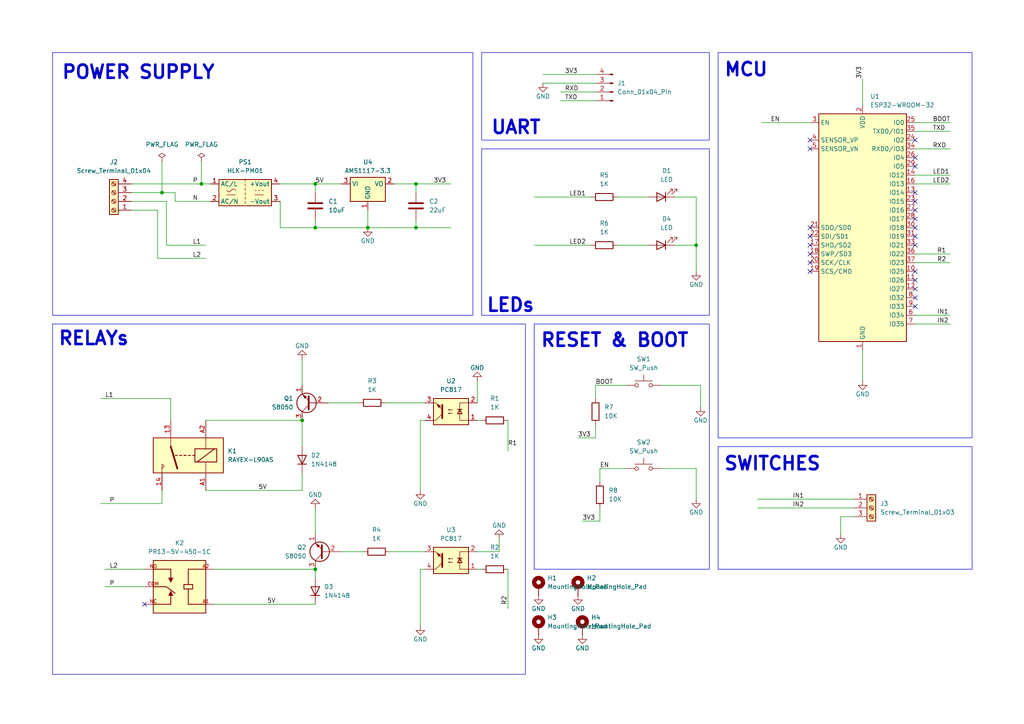
<source format=kicad_sch>
(kicad_sch
	(version 20231120)
	(generator "eeschema")
	(generator_version "8.0")
	(uuid "7f762ed2-2296-473e-9412-e1a6c4b342e7")
	(paper "A4")
	(title_block
		(title "30A Home Automation With ESP32")
		(date "2024-09-28")
		(company "Ampnics")
		(comment 1 "Design By- Engineer Ammar")
	)
	(lib_symbols
		(symbol "Connector:Conn_01x04_Pin"
			(pin_names
				(offset 1.016) hide)
			(exclude_from_sim no)
			(in_bom yes)
			(on_board yes)
			(property "Reference" "J"
				(at 0 5.08 0)
				(effects
					(font
						(size 1.27 1.27)
					)
				)
			)
			(property "Value" "Conn_01x04_Pin"
				(at 0 -7.62 0)
				(effects
					(font
						(size 1.27 1.27)
					)
				)
			)
			(property "Footprint" ""
				(at 0 0 0)
				(effects
					(font
						(size 1.27 1.27)
					)
					(hide yes)
				)
			)
			(property "Datasheet" "~"
				(at 0 0 0)
				(effects
					(font
						(size 1.27 1.27)
					)
					(hide yes)
				)
			)
			(property "Description" "Generic connector, single row, 01x04, script generated"
				(at 0 0 0)
				(effects
					(font
						(size 1.27 1.27)
					)
					(hide yes)
				)
			)
			(property "ki_locked" ""
				(at 0 0 0)
				(effects
					(font
						(size 1.27 1.27)
					)
				)
			)
			(property "ki_keywords" "connector"
				(at 0 0 0)
				(effects
					(font
						(size 1.27 1.27)
					)
					(hide yes)
				)
			)
			(property "ki_fp_filters" "Connector*:*_1x??_*"
				(at 0 0 0)
				(effects
					(font
						(size 1.27 1.27)
					)
					(hide yes)
				)
			)
			(symbol "Conn_01x04_Pin_1_1"
				(polyline
					(pts
						(xy 1.27 -5.08) (xy 0.8636 -5.08)
					)
					(stroke
						(width 0.1524)
						(type default)
					)
					(fill
						(type none)
					)
				)
				(polyline
					(pts
						(xy 1.27 -2.54) (xy 0.8636 -2.54)
					)
					(stroke
						(width 0.1524)
						(type default)
					)
					(fill
						(type none)
					)
				)
				(polyline
					(pts
						(xy 1.27 0) (xy 0.8636 0)
					)
					(stroke
						(width 0.1524)
						(type default)
					)
					(fill
						(type none)
					)
				)
				(polyline
					(pts
						(xy 1.27 2.54) (xy 0.8636 2.54)
					)
					(stroke
						(width 0.1524)
						(type default)
					)
					(fill
						(type none)
					)
				)
				(rectangle
					(start 0.8636 -4.953)
					(end 0 -5.207)
					(stroke
						(width 0.1524)
						(type default)
					)
					(fill
						(type outline)
					)
				)
				(rectangle
					(start 0.8636 -2.413)
					(end 0 -2.667)
					(stroke
						(width 0.1524)
						(type default)
					)
					(fill
						(type outline)
					)
				)
				(rectangle
					(start 0.8636 0.127)
					(end 0 -0.127)
					(stroke
						(width 0.1524)
						(type default)
					)
					(fill
						(type outline)
					)
				)
				(rectangle
					(start 0.8636 2.667)
					(end 0 2.413)
					(stroke
						(width 0.1524)
						(type default)
					)
					(fill
						(type outline)
					)
				)
				(pin passive line
					(at 5.08 2.54 180)
					(length 3.81)
					(name "Pin_1"
						(effects
							(font
								(size 1.27 1.27)
							)
						)
					)
					(number "1"
						(effects
							(font
								(size 1.27 1.27)
							)
						)
					)
				)
				(pin passive line
					(at 5.08 0 180)
					(length 3.81)
					(name "Pin_2"
						(effects
							(font
								(size 1.27 1.27)
							)
						)
					)
					(number "2"
						(effects
							(font
								(size 1.27 1.27)
							)
						)
					)
				)
				(pin passive line
					(at 5.08 -2.54 180)
					(length 3.81)
					(name "Pin_3"
						(effects
							(font
								(size 1.27 1.27)
							)
						)
					)
					(number "3"
						(effects
							(font
								(size 1.27 1.27)
							)
						)
					)
				)
				(pin passive line
					(at 5.08 -5.08 180)
					(length 3.81)
					(name "Pin_4"
						(effects
							(font
								(size 1.27 1.27)
							)
						)
					)
					(number "4"
						(effects
							(font
								(size 1.27 1.27)
							)
						)
					)
				)
			)
		)
		(symbol "Connector:Screw_Terminal_01x03"
			(pin_names
				(offset 1.016) hide)
			(exclude_from_sim no)
			(in_bom yes)
			(on_board yes)
			(property "Reference" "J"
				(at 0 5.08 0)
				(effects
					(font
						(size 1.27 1.27)
					)
				)
			)
			(property "Value" "Screw_Terminal_01x03"
				(at 0 -5.08 0)
				(effects
					(font
						(size 1.27 1.27)
					)
				)
			)
			(property "Footprint" ""
				(at 0 0 0)
				(effects
					(font
						(size 1.27 1.27)
					)
					(hide yes)
				)
			)
			(property "Datasheet" "~"
				(at 0 0 0)
				(effects
					(font
						(size 1.27 1.27)
					)
					(hide yes)
				)
			)
			(property "Description" "Generic screw terminal, single row, 01x03, script generated (kicad-library-utils/schlib/autogen/connector/)"
				(at 0 0 0)
				(effects
					(font
						(size 1.27 1.27)
					)
					(hide yes)
				)
			)
			(property "ki_keywords" "screw terminal"
				(at 0 0 0)
				(effects
					(font
						(size 1.27 1.27)
					)
					(hide yes)
				)
			)
			(property "ki_fp_filters" "TerminalBlock*:*"
				(at 0 0 0)
				(effects
					(font
						(size 1.27 1.27)
					)
					(hide yes)
				)
			)
			(symbol "Screw_Terminal_01x03_1_1"
				(rectangle
					(start -1.27 3.81)
					(end 1.27 -3.81)
					(stroke
						(width 0.254)
						(type default)
					)
					(fill
						(type background)
					)
				)
				(circle
					(center 0 -2.54)
					(radius 0.635)
					(stroke
						(width 0.1524)
						(type default)
					)
					(fill
						(type none)
					)
				)
				(polyline
					(pts
						(xy -0.5334 -2.2098) (xy 0.3302 -3.048)
					)
					(stroke
						(width 0.1524)
						(type default)
					)
					(fill
						(type none)
					)
				)
				(polyline
					(pts
						(xy -0.5334 0.3302) (xy 0.3302 -0.508)
					)
					(stroke
						(width 0.1524)
						(type default)
					)
					(fill
						(type none)
					)
				)
				(polyline
					(pts
						(xy -0.5334 2.8702) (xy 0.3302 2.032)
					)
					(stroke
						(width 0.1524)
						(type default)
					)
					(fill
						(type none)
					)
				)
				(polyline
					(pts
						(xy -0.3556 -2.032) (xy 0.508 -2.8702)
					)
					(stroke
						(width 0.1524)
						(type default)
					)
					(fill
						(type none)
					)
				)
				(polyline
					(pts
						(xy -0.3556 0.508) (xy 0.508 -0.3302)
					)
					(stroke
						(width 0.1524)
						(type default)
					)
					(fill
						(type none)
					)
				)
				(polyline
					(pts
						(xy -0.3556 3.048) (xy 0.508 2.2098)
					)
					(stroke
						(width 0.1524)
						(type default)
					)
					(fill
						(type none)
					)
				)
				(circle
					(center 0 0)
					(radius 0.635)
					(stroke
						(width 0.1524)
						(type default)
					)
					(fill
						(type none)
					)
				)
				(circle
					(center 0 2.54)
					(radius 0.635)
					(stroke
						(width 0.1524)
						(type default)
					)
					(fill
						(type none)
					)
				)
				(pin passive line
					(at -5.08 2.54 0)
					(length 3.81)
					(name "Pin_1"
						(effects
							(font
								(size 1.27 1.27)
							)
						)
					)
					(number "1"
						(effects
							(font
								(size 1.27 1.27)
							)
						)
					)
				)
				(pin passive line
					(at -5.08 0 0)
					(length 3.81)
					(name "Pin_2"
						(effects
							(font
								(size 1.27 1.27)
							)
						)
					)
					(number "2"
						(effects
							(font
								(size 1.27 1.27)
							)
						)
					)
				)
				(pin passive line
					(at -5.08 -2.54 0)
					(length 3.81)
					(name "Pin_3"
						(effects
							(font
								(size 1.27 1.27)
							)
						)
					)
					(number "3"
						(effects
							(font
								(size 1.27 1.27)
							)
						)
					)
				)
			)
		)
		(symbol "Connector:Screw_Terminal_01x04"
			(pin_names
				(offset 1.016) hide)
			(exclude_from_sim no)
			(in_bom yes)
			(on_board yes)
			(property "Reference" "J"
				(at 0 5.08 0)
				(effects
					(font
						(size 1.27 1.27)
					)
				)
			)
			(property "Value" "Screw_Terminal_01x04"
				(at 0 -7.62 0)
				(effects
					(font
						(size 1.27 1.27)
					)
				)
			)
			(property "Footprint" ""
				(at 0 0 0)
				(effects
					(font
						(size 1.27 1.27)
					)
					(hide yes)
				)
			)
			(property "Datasheet" "~"
				(at 0 0 0)
				(effects
					(font
						(size 1.27 1.27)
					)
					(hide yes)
				)
			)
			(property "Description" "Generic screw terminal, single row, 01x04, script generated (kicad-library-utils/schlib/autogen/connector/)"
				(at 0 0 0)
				(effects
					(font
						(size 1.27 1.27)
					)
					(hide yes)
				)
			)
			(property "ki_keywords" "screw terminal"
				(at 0 0 0)
				(effects
					(font
						(size 1.27 1.27)
					)
					(hide yes)
				)
			)
			(property "ki_fp_filters" "TerminalBlock*:*"
				(at 0 0 0)
				(effects
					(font
						(size 1.27 1.27)
					)
					(hide yes)
				)
			)
			(symbol "Screw_Terminal_01x04_1_1"
				(rectangle
					(start -1.27 3.81)
					(end 1.27 -6.35)
					(stroke
						(width 0.254)
						(type default)
					)
					(fill
						(type background)
					)
				)
				(circle
					(center 0 -5.08)
					(radius 0.635)
					(stroke
						(width 0.1524)
						(type default)
					)
					(fill
						(type none)
					)
				)
				(circle
					(center 0 -2.54)
					(radius 0.635)
					(stroke
						(width 0.1524)
						(type default)
					)
					(fill
						(type none)
					)
				)
				(polyline
					(pts
						(xy -0.5334 -4.7498) (xy 0.3302 -5.588)
					)
					(stroke
						(width 0.1524)
						(type default)
					)
					(fill
						(type none)
					)
				)
				(polyline
					(pts
						(xy -0.5334 -2.2098) (xy 0.3302 -3.048)
					)
					(stroke
						(width 0.1524)
						(type default)
					)
					(fill
						(type none)
					)
				)
				(polyline
					(pts
						(xy -0.5334 0.3302) (xy 0.3302 -0.508)
					)
					(stroke
						(width 0.1524)
						(type default)
					)
					(fill
						(type none)
					)
				)
				(polyline
					(pts
						(xy -0.5334 2.8702) (xy 0.3302 2.032)
					)
					(stroke
						(width 0.1524)
						(type default)
					)
					(fill
						(type none)
					)
				)
				(polyline
					(pts
						(xy -0.3556 -4.572) (xy 0.508 -5.4102)
					)
					(stroke
						(width 0.1524)
						(type default)
					)
					(fill
						(type none)
					)
				)
				(polyline
					(pts
						(xy -0.3556 -2.032) (xy 0.508 -2.8702)
					)
					(stroke
						(width 0.1524)
						(type default)
					)
					(fill
						(type none)
					)
				)
				(polyline
					(pts
						(xy -0.3556 0.508) (xy 0.508 -0.3302)
					)
					(stroke
						(width 0.1524)
						(type default)
					)
					(fill
						(type none)
					)
				)
				(polyline
					(pts
						(xy -0.3556 3.048) (xy 0.508 2.2098)
					)
					(stroke
						(width 0.1524)
						(type default)
					)
					(fill
						(type none)
					)
				)
				(circle
					(center 0 0)
					(radius 0.635)
					(stroke
						(width 0.1524)
						(type default)
					)
					(fill
						(type none)
					)
				)
				(circle
					(center 0 2.54)
					(radius 0.635)
					(stroke
						(width 0.1524)
						(type default)
					)
					(fill
						(type none)
					)
				)
				(pin passive line
					(at -5.08 2.54 0)
					(length 3.81)
					(name "Pin_1"
						(effects
							(font
								(size 1.27 1.27)
							)
						)
					)
					(number "1"
						(effects
							(font
								(size 1.27 1.27)
							)
						)
					)
				)
				(pin passive line
					(at -5.08 0 0)
					(length 3.81)
					(name "Pin_2"
						(effects
							(font
								(size 1.27 1.27)
							)
						)
					)
					(number "2"
						(effects
							(font
								(size 1.27 1.27)
							)
						)
					)
				)
				(pin passive line
					(at -5.08 -2.54 0)
					(length 3.81)
					(name "Pin_3"
						(effects
							(font
								(size 1.27 1.27)
							)
						)
					)
					(number "3"
						(effects
							(font
								(size 1.27 1.27)
							)
						)
					)
				)
				(pin passive line
					(at -5.08 -5.08 0)
					(length 3.81)
					(name "Pin_4"
						(effects
							(font
								(size 1.27 1.27)
							)
						)
					)
					(number "4"
						(effects
							(font
								(size 1.27 1.27)
							)
						)
					)
				)
			)
		)
		(symbol "Converter_ACDC:HLK-PM01"
			(exclude_from_sim no)
			(in_bom yes)
			(on_board yes)
			(property "Reference" "PS"
				(at 0 5.08 0)
				(effects
					(font
						(size 1.27 1.27)
					)
				)
			)
			(property "Value" "HLK-PM01"
				(at 0 -5.08 0)
				(effects
					(font
						(size 1.27 1.27)
					)
				)
			)
			(property "Footprint" "Converter_ACDC:Converter_ACDC_Hi-Link_HLK-PMxx"
				(at 0 -7.62 0)
				(effects
					(font
						(size 1.27 1.27)
					)
					(hide yes)
				)
			)
			(property "Datasheet" "https://h.hlktech.com/download/ACDC%E7%94%B5%E6%BA%90%E6%A8%A1%E5%9D%973W%E7%B3%BB%E5%88%97/1/%E6%B5%B7%E5%87%8C%E7%A7%913W%E7%B3%BB%E5%88%97%E7%94%B5%E6%BA%90%E6%A8%A1%E5%9D%97%E8%A7%84%E6%A0%BC%E4%B9%A6V2.8.pdf"
				(at 10.16 -8.89 0)
				(effects
					(font
						(size 1.27 1.27)
					)
					(hide yes)
				)
			)
			(property "Description" "Compact AC/DC board mount power module 3W 5V"
				(at 0 0 0)
				(effects
					(font
						(size 1.27 1.27)
					)
					(hide yes)
				)
			)
			(property "ki_keywords" "AC/DC module power supply"
				(at 0 0 0)
				(effects
					(font
						(size 1.27 1.27)
					)
					(hide yes)
				)
			)
			(property "ki_fp_filters" "Converter*ACDC*Hi?Link*HLK?PM*"
				(at 0 0 0)
				(effects
					(font
						(size 1.27 1.27)
					)
					(hide yes)
				)
			)
			(symbol "HLK-PM01_0_1"
				(rectangle
					(start -7.62 3.81)
					(end 7.62 -3.81)
					(stroke
						(width 0.254)
						(type default)
					)
					(fill
						(type background)
					)
				)
				(arc
					(start -5.334 0.635)
					(mid -4.699 0.2495)
					(end -4.064 0.635)
					(stroke
						(width 0)
						(type default)
					)
					(fill
						(type none)
					)
				)
				(arc
					(start -2.794 0.635)
					(mid -3.429 1.0072)
					(end -4.064 0.635)
					(stroke
						(width 0)
						(type default)
					)
					(fill
						(type none)
					)
				)
				(polyline
					(pts
						(xy -5.334 -0.635) (xy -2.794 -0.635)
					)
					(stroke
						(width 0)
						(type default)
					)
					(fill
						(type none)
					)
				)
				(polyline
					(pts
						(xy 0 -2.54) (xy 0 -3.175)
					)
					(stroke
						(width 0)
						(type default)
					)
					(fill
						(type none)
					)
				)
				(polyline
					(pts
						(xy 0 -1.27) (xy 0 -1.905)
					)
					(stroke
						(width 0)
						(type default)
					)
					(fill
						(type none)
					)
				)
				(polyline
					(pts
						(xy 0 0) (xy 0 -0.635)
					)
					(stroke
						(width 0)
						(type default)
					)
					(fill
						(type none)
					)
				)
				(polyline
					(pts
						(xy 0 1.27) (xy 0 0.635)
					)
					(stroke
						(width 0)
						(type default)
					)
					(fill
						(type none)
					)
				)
				(polyline
					(pts
						(xy 0 2.54) (xy 0 1.905)
					)
					(stroke
						(width 0)
						(type default)
					)
					(fill
						(type none)
					)
				)
				(polyline
					(pts
						(xy 0 3.81) (xy 0 3.175)
					)
					(stroke
						(width 0)
						(type default)
					)
					(fill
						(type none)
					)
				)
				(polyline
					(pts
						(xy 2.794 -0.635) (xy 5.334 -0.635)
					)
					(stroke
						(width 0)
						(type default)
					)
					(fill
						(type none)
					)
				)
				(polyline
					(pts
						(xy 2.794 0.635) (xy 3.302 0.635)
					)
					(stroke
						(width 0)
						(type default)
					)
					(fill
						(type none)
					)
				)
				(polyline
					(pts
						(xy 3.81 0.635) (xy 4.318 0.635)
					)
					(stroke
						(width 0)
						(type default)
					)
					(fill
						(type none)
					)
				)
				(polyline
					(pts
						(xy 4.826 0.635) (xy 5.334 0.635)
					)
					(stroke
						(width 0)
						(type default)
					)
					(fill
						(type none)
					)
				)
			)
			(symbol "HLK-PM01_1_1"
				(pin power_in line
					(at -10.16 2.54 0)
					(length 2.54)
					(name "AC/L"
						(effects
							(font
								(size 1.27 1.27)
							)
						)
					)
					(number "1"
						(effects
							(font
								(size 1.27 1.27)
							)
						)
					)
				)
				(pin power_in line
					(at -10.16 -2.54 0)
					(length 2.54)
					(name "AC/N"
						(effects
							(font
								(size 1.27 1.27)
							)
						)
					)
					(number "2"
						(effects
							(font
								(size 1.27 1.27)
							)
						)
					)
				)
				(pin power_out line
					(at 10.16 -2.54 180)
					(length 2.54)
					(name "-Vout"
						(effects
							(font
								(size 1.27 1.27)
							)
						)
					)
					(number "3"
						(effects
							(font
								(size 1.27 1.27)
							)
						)
					)
				)
				(pin power_out line
					(at 10.16 2.54 180)
					(length 2.54)
					(name "+Vout"
						(effects
							(font
								(size 1.27 1.27)
							)
						)
					)
					(number "4"
						(effects
							(font
								(size 1.27 1.27)
							)
						)
					)
				)
			)
		)
		(symbol "Device:C"
			(pin_numbers hide)
			(pin_names
				(offset 0.254)
			)
			(exclude_from_sim no)
			(in_bom yes)
			(on_board yes)
			(property "Reference" "C"
				(at 0.635 2.54 0)
				(effects
					(font
						(size 1.27 1.27)
					)
					(justify left)
				)
			)
			(property "Value" "C"
				(at 0.635 -2.54 0)
				(effects
					(font
						(size 1.27 1.27)
					)
					(justify left)
				)
			)
			(property "Footprint" ""
				(at 0.9652 -3.81 0)
				(effects
					(font
						(size 1.27 1.27)
					)
					(hide yes)
				)
			)
			(property "Datasheet" "~"
				(at 0 0 0)
				(effects
					(font
						(size 1.27 1.27)
					)
					(hide yes)
				)
			)
			(property "Description" "Unpolarized capacitor"
				(at 0 0 0)
				(effects
					(font
						(size 1.27 1.27)
					)
					(hide yes)
				)
			)
			(property "ki_keywords" "cap capacitor"
				(at 0 0 0)
				(effects
					(font
						(size 1.27 1.27)
					)
					(hide yes)
				)
			)
			(property "ki_fp_filters" "C_*"
				(at 0 0 0)
				(effects
					(font
						(size 1.27 1.27)
					)
					(hide yes)
				)
			)
			(symbol "C_0_1"
				(polyline
					(pts
						(xy -2.032 -0.762) (xy 2.032 -0.762)
					)
					(stroke
						(width 0.508)
						(type default)
					)
					(fill
						(type none)
					)
				)
				(polyline
					(pts
						(xy -2.032 0.762) (xy 2.032 0.762)
					)
					(stroke
						(width 0.508)
						(type default)
					)
					(fill
						(type none)
					)
				)
			)
			(symbol "C_1_1"
				(pin passive line
					(at 0 3.81 270)
					(length 2.794)
					(name "~"
						(effects
							(font
								(size 1.27 1.27)
							)
						)
					)
					(number "1"
						(effects
							(font
								(size 1.27 1.27)
							)
						)
					)
				)
				(pin passive line
					(at 0 -3.81 90)
					(length 2.794)
					(name "~"
						(effects
							(font
								(size 1.27 1.27)
							)
						)
					)
					(number "2"
						(effects
							(font
								(size 1.27 1.27)
							)
						)
					)
				)
			)
		)
		(symbol "Device:LED"
			(pin_numbers hide)
			(pin_names
				(offset 1.016) hide)
			(exclude_from_sim no)
			(in_bom yes)
			(on_board yes)
			(property "Reference" "D"
				(at 0 2.54 0)
				(effects
					(font
						(size 1.27 1.27)
					)
				)
			)
			(property "Value" "LED"
				(at 0 -2.54 0)
				(effects
					(font
						(size 1.27 1.27)
					)
				)
			)
			(property "Footprint" ""
				(at 0 0 0)
				(effects
					(font
						(size 1.27 1.27)
					)
					(hide yes)
				)
			)
			(property "Datasheet" "~"
				(at 0 0 0)
				(effects
					(font
						(size 1.27 1.27)
					)
					(hide yes)
				)
			)
			(property "Description" "Light emitting diode"
				(at 0 0 0)
				(effects
					(font
						(size 1.27 1.27)
					)
					(hide yes)
				)
			)
			(property "ki_keywords" "LED diode"
				(at 0 0 0)
				(effects
					(font
						(size 1.27 1.27)
					)
					(hide yes)
				)
			)
			(property "ki_fp_filters" "LED* LED_SMD:* LED_THT:*"
				(at 0 0 0)
				(effects
					(font
						(size 1.27 1.27)
					)
					(hide yes)
				)
			)
			(symbol "LED_0_1"
				(polyline
					(pts
						(xy -1.27 -1.27) (xy -1.27 1.27)
					)
					(stroke
						(width 0.254)
						(type default)
					)
					(fill
						(type none)
					)
				)
				(polyline
					(pts
						(xy -1.27 0) (xy 1.27 0)
					)
					(stroke
						(width 0)
						(type default)
					)
					(fill
						(type none)
					)
				)
				(polyline
					(pts
						(xy 1.27 -1.27) (xy 1.27 1.27) (xy -1.27 0) (xy 1.27 -1.27)
					)
					(stroke
						(width 0.254)
						(type default)
					)
					(fill
						(type none)
					)
				)
				(polyline
					(pts
						(xy -3.048 -0.762) (xy -4.572 -2.286) (xy -3.81 -2.286) (xy -4.572 -2.286) (xy -4.572 -1.524)
					)
					(stroke
						(width 0)
						(type default)
					)
					(fill
						(type none)
					)
				)
				(polyline
					(pts
						(xy -1.778 -0.762) (xy -3.302 -2.286) (xy -2.54 -2.286) (xy -3.302 -2.286) (xy -3.302 -1.524)
					)
					(stroke
						(width 0)
						(type default)
					)
					(fill
						(type none)
					)
				)
			)
			(symbol "LED_1_1"
				(pin passive line
					(at -3.81 0 0)
					(length 2.54)
					(name "K"
						(effects
							(font
								(size 1.27 1.27)
							)
						)
					)
					(number "1"
						(effects
							(font
								(size 1.27 1.27)
							)
						)
					)
				)
				(pin passive line
					(at 3.81 0 180)
					(length 2.54)
					(name "A"
						(effects
							(font
								(size 1.27 1.27)
							)
						)
					)
					(number "2"
						(effects
							(font
								(size 1.27 1.27)
							)
						)
					)
				)
			)
		)
		(symbol "Device:R"
			(pin_numbers hide)
			(pin_names
				(offset 0)
			)
			(exclude_from_sim no)
			(in_bom yes)
			(on_board yes)
			(property "Reference" "R"
				(at 2.032 0 90)
				(effects
					(font
						(size 1.27 1.27)
					)
				)
			)
			(property "Value" "R"
				(at 0 0 90)
				(effects
					(font
						(size 1.27 1.27)
					)
				)
			)
			(property "Footprint" ""
				(at -1.778 0 90)
				(effects
					(font
						(size 1.27 1.27)
					)
					(hide yes)
				)
			)
			(property "Datasheet" "~"
				(at 0 0 0)
				(effects
					(font
						(size 1.27 1.27)
					)
					(hide yes)
				)
			)
			(property "Description" "Resistor"
				(at 0 0 0)
				(effects
					(font
						(size 1.27 1.27)
					)
					(hide yes)
				)
			)
			(property "ki_keywords" "R res resistor"
				(at 0 0 0)
				(effects
					(font
						(size 1.27 1.27)
					)
					(hide yes)
				)
			)
			(property "ki_fp_filters" "R_*"
				(at 0 0 0)
				(effects
					(font
						(size 1.27 1.27)
					)
					(hide yes)
				)
			)
			(symbol "R_0_1"
				(rectangle
					(start -1.016 -2.54)
					(end 1.016 2.54)
					(stroke
						(width 0.254)
						(type default)
					)
					(fill
						(type none)
					)
				)
			)
			(symbol "R_1_1"
				(pin passive line
					(at 0 3.81 270)
					(length 1.27)
					(name "~"
						(effects
							(font
								(size 1.27 1.27)
							)
						)
					)
					(number "1"
						(effects
							(font
								(size 1.27 1.27)
							)
						)
					)
				)
				(pin passive line
					(at 0 -3.81 90)
					(length 1.27)
					(name "~"
						(effects
							(font
								(size 1.27 1.27)
							)
						)
					)
					(number "2"
						(effects
							(font
								(size 1.27 1.27)
							)
						)
					)
				)
			)
		)
		(symbol "Diode:1N4148"
			(pin_numbers hide)
			(pin_names hide)
			(exclude_from_sim no)
			(in_bom yes)
			(on_board yes)
			(property "Reference" "D"
				(at 0 2.54 0)
				(effects
					(font
						(size 1.27 1.27)
					)
				)
			)
			(property "Value" "1N4148"
				(at 0 -2.54 0)
				(effects
					(font
						(size 1.27 1.27)
					)
				)
			)
			(property "Footprint" "Diode_THT:D_DO-35_SOD27_P7.62mm_Horizontal"
				(at 0 0 0)
				(effects
					(font
						(size 1.27 1.27)
					)
					(hide yes)
				)
			)
			(property "Datasheet" "https://assets.nexperia.com/documents/data-sheet/1N4148_1N4448.pdf"
				(at 0 0 0)
				(effects
					(font
						(size 1.27 1.27)
					)
					(hide yes)
				)
			)
			(property "Description" "100V 0.15A standard switching diode, DO-35"
				(at 0 0 0)
				(effects
					(font
						(size 1.27 1.27)
					)
					(hide yes)
				)
			)
			(property "Sim.Device" "D"
				(at 0 0 0)
				(effects
					(font
						(size 1.27 1.27)
					)
					(hide yes)
				)
			)
			(property "Sim.Pins" "1=K 2=A"
				(at 0 0 0)
				(effects
					(font
						(size 1.27 1.27)
					)
					(hide yes)
				)
			)
			(property "ki_keywords" "diode"
				(at 0 0 0)
				(effects
					(font
						(size 1.27 1.27)
					)
					(hide yes)
				)
			)
			(property "ki_fp_filters" "D*DO?35*"
				(at 0 0 0)
				(effects
					(font
						(size 1.27 1.27)
					)
					(hide yes)
				)
			)
			(symbol "1N4148_0_1"
				(polyline
					(pts
						(xy -1.27 1.27) (xy -1.27 -1.27)
					)
					(stroke
						(width 0.254)
						(type default)
					)
					(fill
						(type none)
					)
				)
				(polyline
					(pts
						(xy 1.27 0) (xy -1.27 0)
					)
					(stroke
						(width 0)
						(type default)
					)
					(fill
						(type none)
					)
				)
				(polyline
					(pts
						(xy 1.27 1.27) (xy 1.27 -1.27) (xy -1.27 0) (xy 1.27 1.27)
					)
					(stroke
						(width 0.254)
						(type default)
					)
					(fill
						(type none)
					)
				)
			)
			(symbol "1N4148_1_1"
				(pin passive line
					(at -3.81 0 0)
					(length 2.54)
					(name "K"
						(effects
							(font
								(size 1.27 1.27)
							)
						)
					)
					(number "1"
						(effects
							(font
								(size 1.27 1.27)
							)
						)
					)
				)
				(pin passive line
					(at 3.81 0 180)
					(length 2.54)
					(name "A"
						(effects
							(font
								(size 1.27 1.27)
							)
						)
					)
					(number "2"
						(effects
							(font
								(size 1.27 1.27)
							)
						)
					)
				)
			)
		)
		(symbol "Isolator:PC817"
			(pin_names
				(offset 1.016)
			)
			(exclude_from_sim no)
			(in_bom yes)
			(on_board yes)
			(property "Reference" "U"
				(at -5.08 5.08 0)
				(effects
					(font
						(size 1.27 1.27)
					)
					(justify left)
				)
			)
			(property "Value" "PC817"
				(at 0 5.08 0)
				(effects
					(font
						(size 1.27 1.27)
					)
					(justify left)
				)
			)
			(property "Footprint" "Package_DIP:DIP-4_W7.62mm"
				(at -5.08 -5.08 0)
				(effects
					(font
						(size 1.27 1.27)
						(italic yes)
					)
					(justify left)
					(hide yes)
				)
			)
			(property "Datasheet" "http://www.soselectronic.cz/a_info/resource/d/pc817.pdf"
				(at 0 0 0)
				(effects
					(font
						(size 1.27 1.27)
					)
					(justify left)
					(hide yes)
				)
			)
			(property "Description" "DC Optocoupler, Vce 35V, CTR 50-300%, DIP-4"
				(at 0 0 0)
				(effects
					(font
						(size 1.27 1.27)
					)
					(hide yes)
				)
			)
			(property "ki_keywords" "NPN DC Optocoupler"
				(at 0 0 0)
				(effects
					(font
						(size 1.27 1.27)
					)
					(hide yes)
				)
			)
			(property "ki_fp_filters" "DIP*W7.62mm*"
				(at 0 0 0)
				(effects
					(font
						(size 1.27 1.27)
					)
					(hide yes)
				)
			)
			(symbol "PC817_0_1"
				(rectangle
					(start -5.08 3.81)
					(end 5.08 -3.81)
					(stroke
						(width 0.254)
						(type default)
					)
					(fill
						(type background)
					)
				)
				(polyline
					(pts
						(xy -3.175 -0.635) (xy -1.905 -0.635)
					)
					(stroke
						(width 0.254)
						(type default)
					)
					(fill
						(type none)
					)
				)
				(polyline
					(pts
						(xy 2.54 0.635) (xy 4.445 2.54)
					)
					(stroke
						(width 0)
						(type default)
					)
					(fill
						(type none)
					)
				)
				(polyline
					(pts
						(xy 4.445 -2.54) (xy 2.54 -0.635)
					)
					(stroke
						(width 0)
						(type default)
					)
					(fill
						(type outline)
					)
				)
				(polyline
					(pts
						(xy 4.445 -2.54) (xy 5.08 -2.54)
					)
					(stroke
						(width 0)
						(type default)
					)
					(fill
						(type none)
					)
				)
				(polyline
					(pts
						(xy 4.445 2.54) (xy 5.08 2.54)
					)
					(stroke
						(width 0)
						(type default)
					)
					(fill
						(type none)
					)
				)
				(polyline
					(pts
						(xy -5.08 2.54) (xy -2.54 2.54) (xy -2.54 -0.635)
					)
					(stroke
						(width 0)
						(type default)
					)
					(fill
						(type none)
					)
				)
				(polyline
					(pts
						(xy -2.54 -0.635) (xy -2.54 -2.54) (xy -5.08 -2.54)
					)
					(stroke
						(width 0)
						(type default)
					)
					(fill
						(type none)
					)
				)
				(polyline
					(pts
						(xy 2.54 1.905) (xy 2.54 -1.905) (xy 2.54 -1.905)
					)
					(stroke
						(width 0.508)
						(type default)
					)
					(fill
						(type none)
					)
				)
				(polyline
					(pts
						(xy -2.54 -0.635) (xy -3.175 0.635) (xy -1.905 0.635) (xy -2.54 -0.635)
					)
					(stroke
						(width 0.254)
						(type default)
					)
					(fill
						(type none)
					)
				)
				(polyline
					(pts
						(xy -0.508 -0.508) (xy 0.762 -0.508) (xy 0.381 -0.635) (xy 0.381 -0.381) (xy 0.762 -0.508)
					)
					(stroke
						(width 0)
						(type default)
					)
					(fill
						(type none)
					)
				)
				(polyline
					(pts
						(xy -0.508 0.508) (xy 0.762 0.508) (xy 0.381 0.381) (xy 0.381 0.635) (xy 0.762 0.508)
					)
					(stroke
						(width 0)
						(type default)
					)
					(fill
						(type none)
					)
				)
				(polyline
					(pts
						(xy 3.048 -1.651) (xy 3.556 -1.143) (xy 4.064 -2.159) (xy 3.048 -1.651) (xy 3.048 -1.651)
					)
					(stroke
						(width 0)
						(type default)
					)
					(fill
						(type outline)
					)
				)
			)
			(symbol "PC817_1_1"
				(pin passive line
					(at -7.62 2.54 0)
					(length 2.54)
					(name "~"
						(effects
							(font
								(size 1.27 1.27)
							)
						)
					)
					(number "1"
						(effects
							(font
								(size 1.27 1.27)
							)
						)
					)
				)
				(pin passive line
					(at -7.62 -2.54 0)
					(length 2.54)
					(name "~"
						(effects
							(font
								(size 1.27 1.27)
							)
						)
					)
					(number "2"
						(effects
							(font
								(size 1.27 1.27)
							)
						)
					)
				)
				(pin passive line
					(at 7.62 -2.54 180)
					(length 2.54)
					(name "~"
						(effects
							(font
								(size 1.27 1.27)
							)
						)
					)
					(number "3"
						(effects
							(font
								(size 1.27 1.27)
							)
						)
					)
				)
				(pin passive line
					(at 7.62 2.54 180)
					(length 2.54)
					(name "~"
						(effects
							(font
								(size 1.27 1.27)
							)
						)
					)
					(number "4"
						(effects
							(font
								(size 1.27 1.27)
							)
						)
					)
				)
			)
		)
		(symbol "Mechanical:MountingHole_Pad"
			(pin_numbers hide)
			(pin_names
				(offset 1.016) hide)
			(exclude_from_sim yes)
			(in_bom no)
			(on_board yes)
			(property "Reference" "H"
				(at 0 6.35 0)
				(effects
					(font
						(size 1.27 1.27)
					)
				)
			)
			(property "Value" "MountingHole_Pad"
				(at 0 4.445 0)
				(effects
					(font
						(size 1.27 1.27)
					)
				)
			)
			(property "Footprint" ""
				(at 0 0 0)
				(effects
					(font
						(size 1.27 1.27)
					)
					(hide yes)
				)
			)
			(property "Datasheet" "~"
				(at 0 0 0)
				(effects
					(font
						(size 1.27 1.27)
					)
					(hide yes)
				)
			)
			(property "Description" "Mounting Hole with connection"
				(at 0 0 0)
				(effects
					(font
						(size 1.27 1.27)
					)
					(hide yes)
				)
			)
			(property "ki_keywords" "mounting hole"
				(at 0 0 0)
				(effects
					(font
						(size 1.27 1.27)
					)
					(hide yes)
				)
			)
			(property "ki_fp_filters" "MountingHole*Pad*"
				(at 0 0 0)
				(effects
					(font
						(size 1.27 1.27)
					)
					(hide yes)
				)
			)
			(symbol "MountingHole_Pad_0_1"
				(circle
					(center 0 1.27)
					(radius 1.27)
					(stroke
						(width 1.27)
						(type default)
					)
					(fill
						(type none)
					)
				)
			)
			(symbol "MountingHole_Pad_1_1"
				(pin input line
					(at 0 -2.54 90)
					(length 2.54)
					(name "1"
						(effects
							(font
								(size 1.27 1.27)
							)
						)
					)
					(number "1"
						(effects
							(font
								(size 1.27 1.27)
							)
						)
					)
				)
			)
		)
		(symbol "PR13-5V-450-1C:PR13-5V-450-1C"
			(pin_names
				(offset 1.016)
			)
			(exclude_from_sim no)
			(in_bom yes)
			(on_board yes)
			(property "Reference" "K"
				(at -7.62 8.89 0)
				(effects
					(font
						(size 1.27 1.27)
					)
					(justify left bottom)
				)
			)
			(property "Value" "PR13-5V-450-1C"
				(at -7.62 -10.16 0)
				(effects
					(font
						(size 1.27 1.27)
					)
					(justify left bottom)
				)
			)
			(property "Footprint" "PR13-5V-450-1C:RELAY_PR13-5V-450-1C"
				(at 0 0 0)
				(effects
					(font
						(size 1.27 1.27)
					)
					(justify bottom)
					(hide yes)
				)
			)
			(property "Datasheet" ""
				(at 0 0 0)
				(effects
					(font
						(size 1.27 1.27)
					)
					(hide yes)
				)
			)
			(property "Description" ""
				(at 0 0 0)
				(effects
					(font
						(size 1.27 1.27)
					)
					(hide yes)
				)
			)
			(property "MF" "Same Sky"
				(at 0 0 0)
				(effects
					(font
						(size 1.27 1.27)
					)
					(justify bottom)
					(hide yes)
				)
			)
			(property "MAXIMUM_PACKAGE_HEIGHT" "16.1mm"
				(at 0 0 0)
				(effects
					(font
						(size 1.27 1.27)
					)
					(justify bottom)
					(hide yes)
				)
			)
			(property "Package" "None"
				(at 0 0 0)
				(effects
					(font
						(size 1.27 1.27)
					)
					(justify bottom)
					(hide yes)
				)
			)
			(property "Price" "None"
				(at 0 0 0)
				(effects
					(font
						(size 1.27 1.27)
					)
					(justify bottom)
					(hide yes)
				)
			)
			(property "Check_prices" "https://www.snapeda.com/parts/PR13-5V-450-1C/Same+Sky/view-part/?ref=eda"
				(at 0 0 0)
				(effects
					(font
						(size 1.27 1.27)
					)
					(justify bottom)
					(hide yes)
				)
			)
			(property "STANDARD" "Manufacturer Recommendations"
				(at 0 0 0)
				(effects
					(font
						(size 1.27 1.27)
					)
					(justify bottom)
					(hide yes)
				)
			)
			(property "PARTREV" "1.0"
				(at 0 0 0)
				(effects
					(font
						(size 1.27 1.27)
					)
					(justify bottom)
					(hide yes)
				)
			)
			(property "SnapEDA_Link" "https://www.snapeda.com/parts/PR13-5V-450-1C/Same+Sky/view-part/?ref=snap"
				(at 0 0 0)
				(effects
					(font
						(size 1.27 1.27)
					)
					(justify bottom)
					(hide yes)
				)
			)
			(property "MP" "PR13-5V-450-1C"
				(at 0 0 0)
				(effects
					(font
						(size 1.27 1.27)
					)
					(justify bottom)
					(hide yes)
				)
			)
			(property "Description_1" "\n19 x 15.5 x 15.8 mm, 5 V, 10 A, SPDT (1 Form C), Power Relay\n"
				(at 0 0 0)
				(effects
					(font
						(size 1.27 1.27)
					)
					(justify bottom)
					(hide yes)
				)
			)
			(property "SNAPEDA_PN" "PR12-5V-360-1C"
				(at 0 0 0)
				(effects
					(font
						(size 1.27 1.27)
					)
					(justify bottom)
					(hide yes)
				)
			)
			(property "Availability" "In Stock"
				(at 0 0 0)
				(effects
					(font
						(size 1.27 1.27)
					)
					(justify bottom)
					(hide yes)
				)
			)
			(property "MANUFACTURER" "CUI devices"
				(at 0 0 0)
				(effects
					(font
						(size 1.27 1.27)
					)
					(justify bottom)
					(hide yes)
				)
			)
			(symbol "PR13-5V-450-1C_0_0"
				(rectangle
					(start -7.62 -7.62)
					(end 7.62 7.62)
					(stroke
						(width 0.254)
						(type default)
					)
					(fill
						(type background)
					)
				)
				(polyline
					(pts
						(xy -7.62 -5.08) (xy -2.54 -5.08)
					)
					(stroke
						(width 0.254)
						(type default)
					)
					(fill
						(type none)
					)
				)
				(polyline
					(pts
						(xy -7.62 5.08) (xy -2.54 5.08)
					)
					(stroke
						(width 0.254)
						(type default)
					)
					(fill
						(type none)
					)
				)
				(polyline
					(pts
						(xy -3.81 -0.635) (xy -3.81 0.635)
					)
					(stroke
						(width 0.254)
						(type default)
					)
					(fill
						(type none)
					)
				)
				(polyline
					(pts
						(xy -3.81 0.635) (xy -2.54 0.635)
					)
					(stroke
						(width 0.254)
						(type default)
					)
					(fill
						(type none)
					)
				)
				(polyline
					(pts
						(xy -2.54 -0.635) (xy -3.81 -0.635)
					)
					(stroke
						(width 0.254)
						(type default)
					)
					(fill
						(type none)
					)
				)
				(polyline
					(pts
						(xy -2.54 -0.635) (xy -2.54 -5.08)
					)
					(stroke
						(width 0.254)
						(type default)
					)
					(fill
						(type none)
					)
				)
				(polyline
					(pts
						(xy -2.54 0.635) (xy -1.27 0.635)
					)
					(stroke
						(width 0.254)
						(type default)
					)
					(fill
						(type none)
					)
				)
				(polyline
					(pts
						(xy -2.54 5.08) (xy -2.54 0.635)
					)
					(stroke
						(width 0.254)
						(type default)
					)
					(fill
						(type none)
					)
				)
				(polyline
					(pts
						(xy -1.27 -0.635) (xy -2.54 -0.635)
					)
					(stroke
						(width 0.254)
						(type default)
					)
					(fill
						(type none)
					)
				)
				(polyline
					(pts
						(xy -1.27 0.635) (xy -1.27 -0.635)
					)
					(stroke
						(width 0.254)
						(type default)
					)
					(fill
						(type none)
					)
				)
				(polyline
					(pts
						(xy 2.54 -5.08) (xy 2.54 -2.54)
					)
					(stroke
						(width 0.254)
						(type default)
					)
					(fill
						(type none)
					)
				)
				(polyline
					(pts
						(xy 2.54 5.08) (xy 2.54 2.54)
					)
					(stroke
						(width 0.254)
						(type default)
					)
					(fill
						(type none)
					)
				)
				(polyline
					(pts
						(xy 2.54 5.08) (xy 7.62 5.08)
					)
					(stroke
						(width 0.254)
						(type default)
					)
					(fill
						(type none)
					)
				)
				(polyline
					(pts
						(xy 3.81 0) (xy 1.27 1.905)
					)
					(stroke
						(width 0.254)
						(type default)
					)
					(fill
						(type none)
					)
				)
				(polyline
					(pts
						(xy 7.62 -5.08) (xy 2.54 -5.08)
					)
					(stroke
						(width 0.254)
						(type default)
					)
					(fill
						(type none)
					)
				)
				(polyline
					(pts
						(xy 7.62 0) (xy 3.81 0)
					)
					(stroke
						(width 0.254)
						(type default)
					)
					(fill
						(type none)
					)
				)
				(polyline
					(pts
						(xy 1.905 -2.54) (xy 3.175 -2.54) (xy 2.54 -1.27) (xy 1.905 -2.54)
					)
					(stroke
						(width 0.1524)
						(type default)
					)
					(fill
						(type outline)
					)
				)
				(polyline
					(pts
						(xy 3.175 2.54) (xy 1.905 2.54) (xy 2.54 1.27) (xy 3.175 2.54)
					)
					(stroke
						(width 0.1524)
						(type default)
					)
					(fill
						(type outline)
					)
				)
				(pin passive line
					(at -10.16 5.08 0)
					(length 5.08)
					(name "~"
						(effects
							(font
								(size 1.016 1.016)
							)
						)
					)
					(number "A1"
						(effects
							(font
								(size 1.016 1.016)
							)
						)
					)
				)
				(pin passive line
					(at -10.16 -5.08 0)
					(length 5.08)
					(name "~"
						(effects
							(font
								(size 1.016 1.016)
							)
						)
					)
					(number "A2"
						(effects
							(font
								(size 1.016 1.016)
							)
						)
					)
				)
				(pin passive line
					(at 10.16 0 180)
					(length 5.08)
					(name "~"
						(effects
							(font
								(size 1.016 1.016)
							)
						)
					)
					(number "COM"
						(effects
							(font
								(size 1.016 1.016)
							)
						)
					)
				)
				(pin passive line
					(at 10.16 5.08 180)
					(length 5.08)
					(name "~"
						(effects
							(font
								(size 1.016 1.016)
							)
						)
					)
					(number "NC"
						(effects
							(font
								(size 1.016 1.016)
							)
						)
					)
				)
				(pin passive line
					(at 10.16 -5.08 180)
					(length 5.08)
					(name "~"
						(effects
							(font
								(size 1.016 1.016)
							)
						)
					)
					(number "NO"
						(effects
							(font
								(size 1.016 1.016)
							)
						)
					)
				)
			)
		)
		(symbol "RF_Module:ESP32-WROOM-32"
			(exclude_from_sim no)
			(in_bom yes)
			(on_board yes)
			(property "Reference" "U"
				(at -12.7 34.29 0)
				(effects
					(font
						(size 1.27 1.27)
					)
					(justify left)
				)
			)
			(property "Value" "ESP32-WROOM-32"
				(at 1.27 34.29 0)
				(effects
					(font
						(size 1.27 1.27)
					)
					(justify left)
				)
			)
			(property "Footprint" "RF_Module:ESP32-WROOM-32"
				(at 0 -38.1 0)
				(effects
					(font
						(size 1.27 1.27)
					)
					(hide yes)
				)
			)
			(property "Datasheet" "https://www.espressif.com/sites/default/files/documentation/esp32-wroom-32_datasheet_en.pdf"
				(at -7.62 1.27 0)
				(effects
					(font
						(size 1.27 1.27)
					)
					(hide yes)
				)
			)
			(property "Description" "RF Module, ESP32-D0WDQ6 SoC, Wi-Fi 802.11b/g/n, Bluetooth, BLE, 32-bit, 2.7-3.6V, onboard antenna, SMD"
				(at 0 0 0)
				(effects
					(font
						(size 1.27 1.27)
					)
					(hide yes)
				)
			)
			(property "ki_keywords" "RF Radio BT ESP ESP32 Espressif onboard PCB antenna"
				(at 0 0 0)
				(effects
					(font
						(size 1.27 1.27)
					)
					(hide yes)
				)
			)
			(property "ki_fp_filters" "ESP32?WROOM?32*"
				(at 0 0 0)
				(effects
					(font
						(size 1.27 1.27)
					)
					(hide yes)
				)
			)
			(symbol "ESP32-WROOM-32_0_1"
				(rectangle
					(start -12.7 33.02)
					(end 12.7 -33.02)
					(stroke
						(width 0.254)
						(type default)
					)
					(fill
						(type background)
					)
				)
			)
			(symbol "ESP32-WROOM-32_1_1"
				(pin power_in line
					(at 0 -35.56 90)
					(length 2.54)
					(name "GND"
						(effects
							(font
								(size 1.27 1.27)
							)
						)
					)
					(number "1"
						(effects
							(font
								(size 1.27 1.27)
							)
						)
					)
				)
				(pin bidirectional line
					(at 15.24 -12.7 180)
					(length 2.54)
					(name "IO25"
						(effects
							(font
								(size 1.27 1.27)
							)
						)
					)
					(number "10"
						(effects
							(font
								(size 1.27 1.27)
							)
						)
					)
				)
				(pin bidirectional line
					(at 15.24 -15.24 180)
					(length 2.54)
					(name "IO26"
						(effects
							(font
								(size 1.27 1.27)
							)
						)
					)
					(number "11"
						(effects
							(font
								(size 1.27 1.27)
							)
						)
					)
				)
				(pin bidirectional line
					(at 15.24 -17.78 180)
					(length 2.54)
					(name "IO27"
						(effects
							(font
								(size 1.27 1.27)
							)
						)
					)
					(number "12"
						(effects
							(font
								(size 1.27 1.27)
							)
						)
					)
				)
				(pin bidirectional line
					(at 15.24 10.16 180)
					(length 2.54)
					(name "IO14"
						(effects
							(font
								(size 1.27 1.27)
							)
						)
					)
					(number "13"
						(effects
							(font
								(size 1.27 1.27)
							)
						)
					)
				)
				(pin bidirectional line
					(at 15.24 15.24 180)
					(length 2.54)
					(name "IO12"
						(effects
							(font
								(size 1.27 1.27)
							)
						)
					)
					(number "14"
						(effects
							(font
								(size 1.27 1.27)
							)
						)
					)
				)
				(pin passive line
					(at 0 -35.56 90)
					(length 2.54) hide
					(name "GND"
						(effects
							(font
								(size 1.27 1.27)
							)
						)
					)
					(number "15"
						(effects
							(font
								(size 1.27 1.27)
							)
						)
					)
				)
				(pin bidirectional line
					(at 15.24 12.7 180)
					(length 2.54)
					(name "IO13"
						(effects
							(font
								(size 1.27 1.27)
							)
						)
					)
					(number "16"
						(effects
							(font
								(size 1.27 1.27)
							)
						)
					)
				)
				(pin bidirectional line
					(at -15.24 -5.08 0)
					(length 2.54)
					(name "SHD/SD2"
						(effects
							(font
								(size 1.27 1.27)
							)
						)
					)
					(number "17"
						(effects
							(font
								(size 1.27 1.27)
							)
						)
					)
				)
				(pin bidirectional line
					(at -15.24 -7.62 0)
					(length 2.54)
					(name "SWP/SD3"
						(effects
							(font
								(size 1.27 1.27)
							)
						)
					)
					(number "18"
						(effects
							(font
								(size 1.27 1.27)
							)
						)
					)
				)
				(pin bidirectional line
					(at -15.24 -12.7 0)
					(length 2.54)
					(name "SCS/CMD"
						(effects
							(font
								(size 1.27 1.27)
							)
						)
					)
					(number "19"
						(effects
							(font
								(size 1.27 1.27)
							)
						)
					)
				)
				(pin power_in line
					(at 0 35.56 270)
					(length 2.54)
					(name "VDD"
						(effects
							(font
								(size 1.27 1.27)
							)
						)
					)
					(number "2"
						(effects
							(font
								(size 1.27 1.27)
							)
						)
					)
				)
				(pin bidirectional line
					(at -15.24 -10.16 0)
					(length 2.54)
					(name "SCK/CLK"
						(effects
							(font
								(size 1.27 1.27)
							)
						)
					)
					(number "20"
						(effects
							(font
								(size 1.27 1.27)
							)
						)
					)
				)
				(pin bidirectional line
					(at -15.24 0 0)
					(length 2.54)
					(name "SDO/SD0"
						(effects
							(font
								(size 1.27 1.27)
							)
						)
					)
					(number "21"
						(effects
							(font
								(size 1.27 1.27)
							)
						)
					)
				)
				(pin bidirectional line
					(at -15.24 -2.54 0)
					(length 2.54)
					(name "SDI/SD1"
						(effects
							(font
								(size 1.27 1.27)
							)
						)
					)
					(number "22"
						(effects
							(font
								(size 1.27 1.27)
							)
						)
					)
				)
				(pin bidirectional line
					(at 15.24 7.62 180)
					(length 2.54)
					(name "IO15"
						(effects
							(font
								(size 1.27 1.27)
							)
						)
					)
					(number "23"
						(effects
							(font
								(size 1.27 1.27)
							)
						)
					)
				)
				(pin bidirectional line
					(at 15.24 25.4 180)
					(length 2.54)
					(name "IO2"
						(effects
							(font
								(size 1.27 1.27)
							)
						)
					)
					(number "24"
						(effects
							(font
								(size 1.27 1.27)
							)
						)
					)
				)
				(pin bidirectional line
					(at 15.24 30.48 180)
					(length 2.54)
					(name "IO0"
						(effects
							(font
								(size 1.27 1.27)
							)
						)
					)
					(number "25"
						(effects
							(font
								(size 1.27 1.27)
							)
						)
					)
				)
				(pin bidirectional line
					(at 15.24 20.32 180)
					(length 2.54)
					(name "IO4"
						(effects
							(font
								(size 1.27 1.27)
							)
						)
					)
					(number "26"
						(effects
							(font
								(size 1.27 1.27)
							)
						)
					)
				)
				(pin bidirectional line
					(at 15.24 5.08 180)
					(length 2.54)
					(name "IO16"
						(effects
							(font
								(size 1.27 1.27)
							)
						)
					)
					(number "27"
						(effects
							(font
								(size 1.27 1.27)
							)
						)
					)
				)
				(pin bidirectional line
					(at 15.24 2.54 180)
					(length 2.54)
					(name "IO17"
						(effects
							(font
								(size 1.27 1.27)
							)
						)
					)
					(number "28"
						(effects
							(font
								(size 1.27 1.27)
							)
						)
					)
				)
				(pin bidirectional line
					(at 15.24 17.78 180)
					(length 2.54)
					(name "IO5"
						(effects
							(font
								(size 1.27 1.27)
							)
						)
					)
					(number "29"
						(effects
							(font
								(size 1.27 1.27)
							)
						)
					)
				)
				(pin input line
					(at -15.24 30.48 0)
					(length 2.54)
					(name "EN"
						(effects
							(font
								(size 1.27 1.27)
							)
						)
					)
					(number "3"
						(effects
							(font
								(size 1.27 1.27)
							)
						)
					)
				)
				(pin bidirectional line
					(at 15.24 0 180)
					(length 2.54)
					(name "IO18"
						(effects
							(font
								(size 1.27 1.27)
							)
						)
					)
					(number "30"
						(effects
							(font
								(size 1.27 1.27)
							)
						)
					)
				)
				(pin bidirectional line
					(at 15.24 -2.54 180)
					(length 2.54)
					(name "IO19"
						(effects
							(font
								(size 1.27 1.27)
							)
						)
					)
					(number "31"
						(effects
							(font
								(size 1.27 1.27)
							)
						)
					)
				)
				(pin no_connect line
					(at -12.7 -27.94 0)
					(length 2.54) hide
					(name "NC"
						(effects
							(font
								(size 1.27 1.27)
							)
						)
					)
					(number "32"
						(effects
							(font
								(size 1.27 1.27)
							)
						)
					)
				)
				(pin bidirectional line
					(at 15.24 -5.08 180)
					(length 2.54)
					(name "IO21"
						(effects
							(font
								(size 1.27 1.27)
							)
						)
					)
					(number "33"
						(effects
							(font
								(size 1.27 1.27)
							)
						)
					)
				)
				(pin bidirectional line
					(at 15.24 22.86 180)
					(length 2.54)
					(name "RXD0/IO3"
						(effects
							(font
								(size 1.27 1.27)
							)
						)
					)
					(number "34"
						(effects
							(font
								(size 1.27 1.27)
							)
						)
					)
				)
				(pin bidirectional line
					(at 15.24 27.94 180)
					(length 2.54)
					(name "TXD0/IO1"
						(effects
							(font
								(size 1.27 1.27)
							)
						)
					)
					(number "35"
						(effects
							(font
								(size 1.27 1.27)
							)
						)
					)
				)
				(pin bidirectional line
					(at 15.24 -7.62 180)
					(length 2.54)
					(name "IO22"
						(effects
							(font
								(size 1.27 1.27)
							)
						)
					)
					(number "36"
						(effects
							(font
								(size 1.27 1.27)
							)
						)
					)
				)
				(pin bidirectional line
					(at 15.24 -10.16 180)
					(length 2.54)
					(name "IO23"
						(effects
							(font
								(size 1.27 1.27)
							)
						)
					)
					(number "37"
						(effects
							(font
								(size 1.27 1.27)
							)
						)
					)
				)
				(pin passive line
					(at 0 -35.56 90)
					(length 2.54) hide
					(name "GND"
						(effects
							(font
								(size 1.27 1.27)
							)
						)
					)
					(number "38"
						(effects
							(font
								(size 1.27 1.27)
							)
						)
					)
				)
				(pin passive line
					(at 0 -35.56 90)
					(length 2.54) hide
					(name "GND"
						(effects
							(font
								(size 1.27 1.27)
							)
						)
					)
					(number "39"
						(effects
							(font
								(size 1.27 1.27)
							)
						)
					)
				)
				(pin input line
					(at -15.24 25.4 0)
					(length 2.54)
					(name "SENSOR_VP"
						(effects
							(font
								(size 1.27 1.27)
							)
						)
					)
					(number "4"
						(effects
							(font
								(size 1.27 1.27)
							)
						)
					)
				)
				(pin input line
					(at -15.24 22.86 0)
					(length 2.54)
					(name "SENSOR_VN"
						(effects
							(font
								(size 1.27 1.27)
							)
						)
					)
					(number "5"
						(effects
							(font
								(size 1.27 1.27)
							)
						)
					)
				)
				(pin input line
					(at 15.24 -25.4 180)
					(length 2.54)
					(name "IO34"
						(effects
							(font
								(size 1.27 1.27)
							)
						)
					)
					(number "6"
						(effects
							(font
								(size 1.27 1.27)
							)
						)
					)
				)
				(pin input line
					(at 15.24 -27.94 180)
					(length 2.54)
					(name "IO35"
						(effects
							(font
								(size 1.27 1.27)
							)
						)
					)
					(number "7"
						(effects
							(font
								(size 1.27 1.27)
							)
						)
					)
				)
				(pin bidirectional line
					(at 15.24 -20.32 180)
					(length 2.54)
					(name "IO32"
						(effects
							(font
								(size 1.27 1.27)
							)
						)
					)
					(number "8"
						(effects
							(font
								(size 1.27 1.27)
							)
						)
					)
				)
				(pin bidirectional line
					(at 15.24 -22.86 180)
					(length 2.54)
					(name "IO33"
						(effects
							(font
								(size 1.27 1.27)
							)
						)
					)
					(number "9"
						(effects
							(font
								(size 1.27 1.27)
							)
						)
					)
				)
			)
		)
		(symbol "Regulator_Linear:AMS1117-3.3"
			(exclude_from_sim no)
			(in_bom yes)
			(on_board yes)
			(property "Reference" "U"
				(at -3.81 3.175 0)
				(effects
					(font
						(size 1.27 1.27)
					)
				)
			)
			(property "Value" "AMS1117-3.3"
				(at 0 3.175 0)
				(effects
					(font
						(size 1.27 1.27)
					)
					(justify left)
				)
			)
			(property "Footprint" "Package_TO_SOT_SMD:SOT-223-3_TabPin2"
				(at 0 5.08 0)
				(effects
					(font
						(size 1.27 1.27)
					)
					(hide yes)
				)
			)
			(property "Datasheet" "http://www.advanced-monolithic.com/pdf/ds1117.pdf"
				(at 2.54 -6.35 0)
				(effects
					(font
						(size 1.27 1.27)
					)
					(hide yes)
				)
			)
			(property "Description" "1A Low Dropout regulator, positive, 3.3V fixed output, SOT-223"
				(at 0 0 0)
				(effects
					(font
						(size 1.27 1.27)
					)
					(hide yes)
				)
			)
			(property "ki_keywords" "linear regulator ldo fixed positive"
				(at 0 0 0)
				(effects
					(font
						(size 1.27 1.27)
					)
					(hide yes)
				)
			)
			(property "ki_fp_filters" "SOT?223*TabPin2*"
				(at 0 0 0)
				(effects
					(font
						(size 1.27 1.27)
					)
					(hide yes)
				)
			)
			(symbol "AMS1117-3.3_0_1"
				(rectangle
					(start -5.08 -5.08)
					(end 5.08 1.905)
					(stroke
						(width 0.254)
						(type default)
					)
					(fill
						(type background)
					)
				)
			)
			(symbol "AMS1117-3.3_1_1"
				(pin power_in line
					(at 0 -7.62 90)
					(length 2.54)
					(name "GND"
						(effects
							(font
								(size 1.27 1.27)
							)
						)
					)
					(number "1"
						(effects
							(font
								(size 1.27 1.27)
							)
						)
					)
				)
				(pin power_out line
					(at 7.62 0 180)
					(length 2.54)
					(name "VO"
						(effects
							(font
								(size 1.27 1.27)
							)
						)
					)
					(number "2"
						(effects
							(font
								(size 1.27 1.27)
							)
						)
					)
				)
				(pin power_in line
					(at -7.62 0 0)
					(length 2.54)
					(name "VI"
						(effects
							(font
								(size 1.27 1.27)
							)
						)
					)
					(number "3"
						(effects
							(font
								(size 1.27 1.27)
							)
						)
					)
				)
			)
		)
		(symbol "Relay:RAYEX-L90AS"
			(exclude_from_sim no)
			(in_bom yes)
			(on_board yes)
			(property "Reference" "K"
				(at 11.43 3.81 0)
				(effects
					(font
						(size 1.27 1.27)
					)
					(justify left)
				)
			)
			(property "Value" "RAYEX-L90AS"
				(at 11.43 1.27 0)
				(effects
					(font
						(size 1.27 1.27)
					)
					(justify left)
				)
			)
			(property "Footprint" "Relay_THT:Relay_SPST_RAYEX-L90AS"
				(at 11.43 -1.27 0)
				(effects
					(font
						(size 1.27 1.27)
					)
					(justify left)
					(hide yes)
				)
			)
			(property "Datasheet" "https://a3.sofastcdn.com/attachment/7jioKBjnRiiSrjrjknRiwS77gwbf3zmp/L90-SERIES.pdf"
				(at 17.78 -3.81 0)
				(effects
					(font
						(size 1.27 1.27)
					)
					(justify left)
					(hide yes)
				)
			)
			(property "Description" "Power relay, Without Common Terminal between coil terminals, NO, SPST, 30A"
				(at 0 0 0)
				(effects
					(font
						(size 1.27 1.27)
					)
					(hide yes)
				)
			)
			(property "ki_keywords" "30A Single Pole Relay"
				(at 0 0 0)
				(effects
					(font
						(size 1.27 1.27)
					)
					(hide yes)
				)
			)
			(property "ki_fp_filters" "Relay*SPST*RAYEX*L90A*"
				(at 0 0 0)
				(effects
					(font
						(size 1.27 1.27)
					)
					(hide yes)
				)
			)
			(symbol "RAYEX-L90AS_1_0"
				(polyline
					(pts
						(xy 7.62 3.81) (xy 7.62 5.08)
					)
					(stroke
						(width 0)
						(type default)
					)
					(fill
						(type none)
					)
				)
				(polyline
					(pts
						(xy 7.62 3.81) (xy 7.62 2.54) (xy 6.985 3.175) (xy 7.62 3.81)
					)
					(stroke
						(width 0)
						(type default)
					)
					(fill
						(type none)
					)
				)
			)
			(symbol "RAYEX-L90AS_1_1"
				(rectangle
					(start -10.16 5.08)
					(end 10.16 -5.08)
					(stroke
						(width 0.254)
						(type default)
					)
					(fill
						(type background)
					)
				)
				(rectangle
					(start -8.255 1.905)
					(end -1.905 -1.905)
					(stroke
						(width 0.254)
						(type default)
					)
					(fill
						(type none)
					)
				)
				(polyline
					(pts
						(xy -7.62 -1.905) (xy -2.54 1.905)
					)
					(stroke
						(width 0.254)
						(type default)
					)
					(fill
						(type none)
					)
				)
				(polyline
					(pts
						(xy -5.08 -5.08) (xy -5.08 -1.905)
					)
					(stroke
						(width 0)
						(type default)
					)
					(fill
						(type none)
					)
				)
				(polyline
					(pts
						(xy -5.08 5.08) (xy -5.08 1.905)
					)
					(stroke
						(width 0)
						(type default)
					)
					(fill
						(type none)
					)
				)
				(polyline
					(pts
						(xy -1.905 0) (xy -1.27 0)
					)
					(stroke
						(width 0.254)
						(type default)
					)
					(fill
						(type none)
					)
				)
				(polyline
					(pts
						(xy -0.635 0) (xy 0 0)
					)
					(stroke
						(width 0.254)
						(type default)
					)
					(fill
						(type none)
					)
				)
				(polyline
					(pts
						(xy 0.635 0) (xy 1.27 0)
					)
					(stroke
						(width 0.254)
						(type default)
					)
					(fill
						(type none)
					)
				)
				(polyline
					(pts
						(xy 0.635 0) (xy 1.27 0)
					)
					(stroke
						(width 0.254)
						(type default)
					)
					(fill
						(type none)
					)
				)
				(polyline
					(pts
						(xy 1.905 0) (xy 2.54 0)
					)
					(stroke
						(width 0.254)
						(type default)
					)
					(fill
						(type none)
					)
				)
				(polyline
					(pts
						(xy 3.175 0) (xy 3.81 0)
					)
					(stroke
						(width 0.254)
						(type default)
					)
					(fill
						(type none)
					)
				)
				(polyline
					(pts
						(xy 5.08 -2.54) (xy 3.175 3.81)
					)
					(stroke
						(width 0.508)
						(type default)
					)
					(fill
						(type none)
					)
				)
				(polyline
					(pts
						(xy 5.08 -2.54) (xy 5.08 -5.08)
					)
					(stroke
						(width 0)
						(type default)
					)
					(fill
						(type none)
					)
				)
				(pin passive line
					(at 5.08 -10.16 90)
					(length 5.08)
					(name "~"
						(effects
							(font
								(size 1.27 1.27)
							)
						)
					)
					(number "13"
						(effects
							(font
								(size 1.27 1.27)
							)
						)
					)
				)
				(pin passive line
					(at 7.62 10.16 270)
					(length 5.08)
					(name "~"
						(effects
							(font
								(size 1.27 1.27)
							)
						)
					)
					(number "14"
						(effects
							(font
								(size 1.27 1.27)
							)
						)
					)
				)
				(pin passive line
					(at -5.08 10.16 270)
					(length 5.08)
					(name "~"
						(effects
							(font
								(size 1.27 1.27)
							)
						)
					)
					(number "A1"
						(effects
							(font
								(size 1.27 1.27)
							)
						)
					)
				)
				(pin passive line
					(at -5.08 -10.16 90)
					(length 5.08)
					(name "~"
						(effects
							(font
								(size 1.27 1.27)
							)
						)
					)
					(number "A2"
						(effects
							(font
								(size 1.27 1.27)
							)
						)
					)
				)
			)
		)
		(symbol "Switch:SW_Push"
			(pin_numbers hide)
			(pin_names
				(offset 1.016) hide)
			(exclude_from_sim no)
			(in_bom yes)
			(on_board yes)
			(property "Reference" "SW"
				(at 1.27 2.54 0)
				(effects
					(font
						(size 1.27 1.27)
					)
					(justify left)
				)
			)
			(property "Value" "SW_Push"
				(at 0 -1.524 0)
				(effects
					(font
						(size 1.27 1.27)
					)
				)
			)
			(property "Footprint" ""
				(at 0 5.08 0)
				(effects
					(font
						(size 1.27 1.27)
					)
					(hide yes)
				)
			)
			(property "Datasheet" "~"
				(at 0 5.08 0)
				(effects
					(font
						(size 1.27 1.27)
					)
					(hide yes)
				)
			)
			(property "Description" "Push button switch, generic, two pins"
				(at 0 0 0)
				(effects
					(font
						(size 1.27 1.27)
					)
					(hide yes)
				)
			)
			(property "ki_keywords" "switch normally-open pushbutton push-button"
				(at 0 0 0)
				(effects
					(font
						(size 1.27 1.27)
					)
					(hide yes)
				)
			)
			(symbol "SW_Push_0_1"
				(circle
					(center -2.032 0)
					(radius 0.508)
					(stroke
						(width 0)
						(type default)
					)
					(fill
						(type none)
					)
				)
				(polyline
					(pts
						(xy 0 1.27) (xy 0 3.048)
					)
					(stroke
						(width 0)
						(type default)
					)
					(fill
						(type none)
					)
				)
				(polyline
					(pts
						(xy 2.54 1.27) (xy -2.54 1.27)
					)
					(stroke
						(width 0)
						(type default)
					)
					(fill
						(type none)
					)
				)
				(circle
					(center 2.032 0)
					(radius 0.508)
					(stroke
						(width 0)
						(type default)
					)
					(fill
						(type none)
					)
				)
				(pin passive line
					(at -5.08 0 0)
					(length 2.54)
					(name "1"
						(effects
							(font
								(size 1.27 1.27)
							)
						)
					)
					(number "1"
						(effects
							(font
								(size 1.27 1.27)
							)
						)
					)
				)
				(pin passive line
					(at 5.08 0 180)
					(length 2.54)
					(name "2"
						(effects
							(font
								(size 1.27 1.27)
							)
						)
					)
					(number "2"
						(effects
							(font
								(size 1.27 1.27)
							)
						)
					)
				)
			)
		)
		(symbol "Transistor_BJT:S8050"
			(pin_names
				(offset 0) hide)
			(exclude_from_sim no)
			(in_bom yes)
			(on_board yes)
			(property "Reference" "Q"
				(at 5.08 1.905 0)
				(effects
					(font
						(size 1.27 1.27)
					)
					(justify left)
				)
			)
			(property "Value" "S8050"
				(at 5.08 0 0)
				(effects
					(font
						(size 1.27 1.27)
					)
					(justify left)
				)
			)
			(property "Footprint" "Package_TO_SOT_THT:TO-92_Inline"
				(at 5.08 -1.905 0)
				(effects
					(font
						(size 1.27 1.27)
						(italic yes)
					)
					(justify left)
					(hide yes)
				)
			)
			(property "Datasheet" "http://www.unisonic.com.tw/datasheet/S8050.pdf"
				(at 0 0 0)
				(effects
					(font
						(size 1.27 1.27)
					)
					(justify left)
					(hide yes)
				)
			)
			(property "Description" "0.7A Ic, 20V Vce, Low Voltage High Current NPN Transistor, TO-92"
				(at 0 0 0)
				(effects
					(font
						(size 1.27 1.27)
					)
					(hide yes)
				)
			)
			(property "ki_keywords" "S8050 NPN Low Voltage High Current Transistor"
				(at 0 0 0)
				(effects
					(font
						(size 1.27 1.27)
					)
					(hide yes)
				)
			)
			(property "ki_fp_filters" "TO?92*"
				(at 0 0 0)
				(effects
					(font
						(size 1.27 1.27)
					)
					(hide yes)
				)
			)
			(symbol "S8050_0_1"
				(polyline
					(pts
						(xy 0 0) (xy 0.635 0)
					)
					(stroke
						(width 0)
						(type default)
					)
					(fill
						(type none)
					)
				)
				(polyline
					(pts
						(xy 0.635 0.635) (xy 2.54 2.54)
					)
					(stroke
						(width 0)
						(type default)
					)
					(fill
						(type none)
					)
				)
				(polyline
					(pts
						(xy 0.635 -0.635) (xy 2.54 -2.54) (xy 2.54 -2.54)
					)
					(stroke
						(width 0)
						(type default)
					)
					(fill
						(type none)
					)
				)
				(polyline
					(pts
						(xy 0.635 1.905) (xy 0.635 -1.905) (xy 0.635 -1.905)
					)
					(stroke
						(width 0.508)
						(type default)
					)
					(fill
						(type none)
					)
				)
				(polyline
					(pts
						(xy 1.27 -1.778) (xy 1.778 -1.27) (xy 2.286 -2.286) (xy 1.27 -1.778) (xy 1.27 -1.778)
					)
					(stroke
						(width 0)
						(type default)
					)
					(fill
						(type outline)
					)
				)
				(circle
					(center 1.27 0)
					(radius 2.8194)
					(stroke
						(width 0.254)
						(type default)
					)
					(fill
						(type none)
					)
				)
			)
			(symbol "S8050_1_1"
				(pin passive line
					(at 2.54 -5.08 90)
					(length 2.54)
					(name "E"
						(effects
							(font
								(size 1.27 1.27)
							)
						)
					)
					(number "1"
						(effects
							(font
								(size 1.27 1.27)
							)
						)
					)
				)
				(pin input line
					(at -5.08 0 0)
					(length 5.08)
					(name "B"
						(effects
							(font
								(size 1.27 1.27)
							)
						)
					)
					(number "2"
						(effects
							(font
								(size 1.27 1.27)
							)
						)
					)
				)
				(pin passive line
					(at 2.54 5.08 270)
					(length 2.54)
					(name "C"
						(effects
							(font
								(size 1.27 1.27)
							)
						)
					)
					(number "3"
						(effects
							(font
								(size 1.27 1.27)
							)
						)
					)
				)
			)
		)
		(symbol "power:GND"
			(power)
			(pin_numbers hide)
			(pin_names
				(offset 0) hide)
			(exclude_from_sim no)
			(in_bom yes)
			(on_board yes)
			(property "Reference" "#PWR"
				(at 0 -6.35 0)
				(effects
					(font
						(size 1.27 1.27)
					)
					(hide yes)
				)
			)
			(property "Value" "GND"
				(at 0 -3.81 0)
				(effects
					(font
						(size 1.27 1.27)
					)
				)
			)
			(property "Footprint" ""
				(at 0 0 0)
				(effects
					(font
						(size 1.27 1.27)
					)
					(hide yes)
				)
			)
			(property "Datasheet" ""
				(at 0 0 0)
				(effects
					(font
						(size 1.27 1.27)
					)
					(hide yes)
				)
			)
			(property "Description" "Power symbol creates a global label with name \"GND\" , ground"
				(at 0 0 0)
				(effects
					(font
						(size 1.27 1.27)
					)
					(hide yes)
				)
			)
			(property "ki_keywords" "global power"
				(at 0 0 0)
				(effects
					(font
						(size 1.27 1.27)
					)
					(hide yes)
				)
			)
			(symbol "GND_0_1"
				(polyline
					(pts
						(xy 0 0) (xy 0 -1.27) (xy 1.27 -1.27) (xy 0 -2.54) (xy -1.27 -1.27) (xy 0 -1.27)
					)
					(stroke
						(width 0)
						(type default)
					)
					(fill
						(type none)
					)
				)
			)
			(symbol "GND_1_1"
				(pin power_in line
					(at 0 0 270)
					(length 0)
					(name "~"
						(effects
							(font
								(size 1.27 1.27)
							)
						)
					)
					(number "1"
						(effects
							(font
								(size 1.27 1.27)
							)
						)
					)
				)
			)
		)
		(symbol "power:PWR_FLAG"
			(power)
			(pin_numbers hide)
			(pin_names
				(offset 0) hide)
			(exclude_from_sim no)
			(in_bom yes)
			(on_board yes)
			(property "Reference" "#FLG"
				(at 0 1.905 0)
				(effects
					(font
						(size 1.27 1.27)
					)
					(hide yes)
				)
			)
			(property "Value" "PWR_FLAG"
				(at 0 3.81 0)
				(effects
					(font
						(size 1.27 1.27)
					)
				)
			)
			(property "Footprint" ""
				(at 0 0 0)
				(effects
					(font
						(size 1.27 1.27)
					)
					(hide yes)
				)
			)
			(property "Datasheet" "~"
				(at 0 0 0)
				(effects
					(font
						(size 1.27 1.27)
					)
					(hide yes)
				)
			)
			(property "Description" "Special symbol for telling ERC where power comes from"
				(at 0 0 0)
				(effects
					(font
						(size 1.27 1.27)
					)
					(hide yes)
				)
			)
			(property "ki_keywords" "flag power"
				(at 0 0 0)
				(effects
					(font
						(size 1.27 1.27)
					)
					(hide yes)
				)
			)
			(symbol "PWR_FLAG_0_0"
				(pin power_out line
					(at 0 0 90)
					(length 0)
					(name "~"
						(effects
							(font
								(size 1.27 1.27)
							)
						)
					)
					(number "1"
						(effects
							(font
								(size 1.27 1.27)
							)
						)
					)
				)
			)
			(symbol "PWR_FLAG_0_1"
				(polyline
					(pts
						(xy 0 0) (xy 0 1.27) (xy -1.016 1.905) (xy 0 2.54) (xy 1.016 1.905) (xy 0 1.27)
					)
					(stroke
						(width 0)
						(type default)
					)
					(fill
						(type none)
					)
				)
			)
		)
	)
	(junction
		(at 201.93 71.12)
		(diameter 0)
		(color 0 0 0 0)
		(uuid "0d1c300c-3aba-436f-b32d-803e14b63daf")
	)
	(junction
		(at 46.99 55.88)
		(diameter 0)
		(color 0 0 0 0)
		(uuid "34be3c20-d9ff-4ae0-b151-553a0d4e127c")
	)
	(junction
		(at 91.44 66.04)
		(diameter 0)
		(color 0 0 0 0)
		(uuid "6ccb6a21-b39f-48d2-9b82-63775a72e189")
	)
	(junction
		(at 87.63 121.92)
		(diameter 0)
		(color 0 0 0 0)
		(uuid "7a672377-a4a4-4387-a894-db7df0fbfcda")
	)
	(junction
		(at 58.42 53.34)
		(diameter 0)
		(color 0 0 0 0)
		(uuid "95a8c1ee-849a-4de3-80c7-3bd98b984654")
	)
	(junction
		(at 91.44 165.1)
		(diameter 0)
		(color 0 0 0 0)
		(uuid "97a620e3-544d-47c5-a4ad-ed5eda39662b")
	)
	(junction
		(at 120.65 53.34)
		(diameter 0)
		(color 0 0 0 0)
		(uuid "b39679a2-825c-4d21-8de1-8875638c7164")
	)
	(junction
		(at 91.44 53.34)
		(diameter 0)
		(color 0 0 0 0)
		(uuid "bbc262eb-bf12-41e2-b538-56d4cfb92fe9")
	)
	(junction
		(at 106.68 66.04)
		(diameter 0)
		(color 0 0 0 0)
		(uuid "ccd4107e-1619-422f-a808-1fe7d22ade0d")
	)
	(junction
		(at 120.65 66.04)
		(diameter 0)
		(color 0 0 0 0)
		(uuid "f83d49ac-2c59-46c4-8920-c3aeaa2189ff")
	)
	(no_connect
		(at 234.95 68.58)
		(uuid "0487961f-1a3e-4b19-a673-0badc05d485a")
	)
	(no_connect
		(at 234.95 66.04)
		(uuid "19be2559-4f7f-4830-91ea-f11e6545afc2")
	)
	(no_connect
		(at 234.95 43.18)
		(uuid "1f17ba5f-1f00-4f10-9f49-8dbf25e6c32f")
	)
	(no_connect
		(at 265.43 55.88)
		(uuid "24982def-a609-474f-958e-cdd027414b1f")
	)
	(no_connect
		(at 265.43 68.58)
		(uuid "288bc3f7-f5af-4c4f-afa5-9d001d963a8b")
	)
	(no_connect
		(at 234.95 78.74)
		(uuid "2be63742-9dd1-4f1b-b432-c02a395b0e1a")
	)
	(no_connect
		(at 265.43 45.72)
		(uuid "37f645eb-c23f-4d97-a769-6093da81a6b3")
	)
	(no_connect
		(at 234.95 73.66)
		(uuid "3faaca54-797c-4122-8015-7dc7cabdfc04")
	)
	(no_connect
		(at 265.43 71.12)
		(uuid "40f36287-9717-4005-8569-10766c5a61f8")
	)
	(no_connect
		(at 265.43 83.82)
		(uuid "49428cdd-2e09-4e86-9cd0-09c923b80ee5")
	)
	(no_connect
		(at 265.43 78.74)
		(uuid "4de4560a-5267-4b44-81fb-ac9be6739a40")
	)
	(no_connect
		(at 41.91 175.26)
		(uuid "6177d3b4-f784-4765-914d-fe9373786c9d")
	)
	(no_connect
		(at 265.43 66.04)
		(uuid "6305f466-dc35-4808-a9e7-ed4ee583673c")
	)
	(no_connect
		(at 234.95 76.2)
		(uuid "64487789-065b-4176-97b3-599f4d7aa68a")
	)
	(no_connect
		(at 265.43 88.9)
		(uuid "6951f586-5892-4bb8-a970-409b6ec07fae")
	)
	(no_connect
		(at 265.43 86.36)
		(uuid "80fcf9df-f7aa-41c9-bc2b-b8ed254c5c34")
	)
	(no_connect
		(at 265.43 81.28)
		(uuid "87547293-2b6d-49c1-a0d7-5c2bd542fd7a")
	)
	(no_connect
		(at 234.95 40.64)
		(uuid "88d90377-fb43-4c0e-9088-32381820c6f8")
	)
	(no_connect
		(at 265.43 58.42)
		(uuid "9c30e986-7038-450e-820a-e3d0a2daafff")
	)
	(no_connect
		(at 265.43 63.5)
		(uuid "b3126401-21f8-43ce-9588-e28c90461e3b")
	)
	(no_connect
		(at 234.95 71.12)
		(uuid "c6d99343-cd13-4b8b-b489-3762ef325e67")
	)
	(no_connect
		(at 265.43 48.26)
		(uuid "f0b05ade-9f41-41eb-9ee6-480c0987c44b")
	)
	(no_connect
		(at 265.43 40.64)
		(uuid "f1f506b5-f284-42d1-b78a-1a9ae121f66d")
	)
	(no_connect
		(at 265.43 60.96)
		(uuid "faf75324-170a-4fd6-aca9-cce262a84be4")
	)
	(wire
		(pts
			(xy 49.53 121.92) (xy 49.53 115.57)
		)
		(stroke
			(width 0)
			(type default)
		)
		(uuid "06bf76c0-4699-4a5f-b863-42be024aa56b")
	)
	(wire
		(pts
			(xy 250.19 110.49) (xy 250.19 101.6)
		)
		(stroke
			(width 0)
			(type default)
		)
		(uuid "0734517f-4f02-436f-87cc-98ad766924c7")
	)
	(wire
		(pts
			(xy 38.1 53.34) (xy 58.42 53.34)
		)
		(stroke
			(width 0)
			(type default)
		)
		(uuid "0adc5a93-e78d-48d4-afe1-aa103f7cff7f")
	)
	(wire
		(pts
			(xy 46.99 46.99) (xy 46.99 55.88)
		)
		(stroke
			(width 0)
			(type default)
		)
		(uuid "11ebb8e4-a90b-4b2f-8d0a-80f22b493f52")
	)
	(wire
		(pts
			(xy 144.78 160.02) (xy 144.78 156.21)
		)
		(stroke
			(width 0)
			(type default)
		)
		(uuid "1d385a2a-5289-4bf8-ba27-533350b753ce")
	)
	(wire
		(pts
			(xy 265.43 35.56) (xy 275.59 35.56)
		)
		(stroke
			(width 0)
			(type default)
		)
		(uuid "28964f21-1c9f-4b4c-ac81-613996a0fee3")
	)
	(wire
		(pts
			(xy 87.63 104.14) (xy 87.63 111.76)
		)
		(stroke
			(width 0)
			(type default)
		)
		(uuid "297b614b-ff43-4172-b31e-9b2e6a2fe588")
	)
	(wire
		(pts
			(xy 62.23 175.26) (xy 91.44 175.26)
		)
		(stroke
			(width 0)
			(type default)
		)
		(uuid "2b756123-9e2a-4244-91bf-786f9bceedd3")
	)
	(wire
		(pts
			(xy 172.72 111.76) (xy 172.72 115.57)
		)
		(stroke
			(width 0)
			(type default)
		)
		(uuid "2bba662b-d679-4de4-ab4d-6a4ad5df62a2")
	)
	(wire
		(pts
			(xy 201.93 144.78) (xy 201.93 135.89)
		)
		(stroke
			(width 0)
			(type default)
		)
		(uuid "2ce4a833-1407-4dc9-b7f1-514d6a2e8fa1")
	)
	(wire
		(pts
			(xy 120.65 53.34) (xy 130.81 53.34)
		)
		(stroke
			(width 0)
			(type default)
		)
		(uuid "2dee724c-5259-4ede-b1bc-d71085956927")
	)
	(wire
		(pts
			(xy 59.69 121.92) (xy 87.63 121.92)
		)
		(stroke
			(width 0)
			(type default)
		)
		(uuid "2fd6ef0a-c5be-459f-8546-9ccf7d73c47f")
	)
	(wire
		(pts
			(xy 243.84 154.94) (xy 243.84 149.86)
		)
		(stroke
			(width 0)
			(type default)
		)
		(uuid "30bdaac6-d7eb-4686-ad54-2ac618a84a06")
	)
	(wire
		(pts
			(xy 179.07 71.12) (xy 187.96 71.12)
		)
		(stroke
			(width 0)
			(type default)
		)
		(uuid "378c1c3e-07c2-423b-821f-952ca5344910")
	)
	(wire
		(pts
			(xy 147.32 165.1) (xy 147.32 176.53)
		)
		(stroke
			(width 0)
			(type default)
		)
		(uuid "3954bf7d-ec96-413b-a7ba-a1eb7af616ed")
	)
	(wire
		(pts
			(xy 91.44 53.34) (xy 91.44 55.88)
		)
		(stroke
			(width 0)
			(type default)
		)
		(uuid "3d68bfb0-ef49-4dd0-9d87-2fe0e9a05fef")
	)
	(wire
		(pts
			(xy 172.72 123.19) (xy 172.72 127)
		)
		(stroke
			(width 0)
			(type default)
		)
		(uuid "402c01ab-fe63-4844-9ef6-44d2e17f43b6")
	)
	(wire
		(pts
			(xy 265.43 53.34) (xy 275.59 53.34)
		)
		(stroke
			(width 0)
			(type default)
		)
		(uuid "413df429-c6e0-4165-ab87-fbf47690f166")
	)
	(wire
		(pts
			(xy 167.64 127) (xy 172.72 127)
		)
		(stroke
			(width 0)
			(type default)
		)
		(uuid "46f2d8f1-f2ca-4d9c-b9ad-7170a4b15488")
	)
	(wire
		(pts
			(xy 265.43 43.18) (xy 275.59 43.18)
		)
		(stroke
			(width 0)
			(type default)
		)
		(uuid "4a6105a1-af1f-4f8e-a56c-eea198c32083")
	)
	(wire
		(pts
			(xy 265.43 76.2) (xy 275.59 76.2)
		)
		(stroke
			(width 0)
			(type default)
		)
		(uuid "4cadb01d-da01-4d7e-8fff-3703d510d755")
	)
	(wire
		(pts
			(xy 91.44 53.34) (xy 99.06 53.34)
		)
		(stroke
			(width 0)
			(type default)
		)
		(uuid "545aa3a3-c4ab-4dfc-abfb-24711a3a61d1")
	)
	(wire
		(pts
			(xy 147.32 121.92) (xy 147.32 130.81)
		)
		(stroke
			(width 0)
			(type default)
		)
		(uuid "5705f947-f3f9-4624-86b4-189e6c495b34")
	)
	(wire
		(pts
			(xy 45.72 74.93) (xy 59.69 74.93)
		)
		(stroke
			(width 0)
			(type default)
		)
		(uuid "5a2f5b84-e0c7-4958-9614-9b1aea1a37bf")
	)
	(wire
		(pts
			(xy 201.93 57.15) (xy 201.93 71.12)
		)
		(stroke
			(width 0)
			(type default)
		)
		(uuid "5a68aa9a-8a45-44cf-b8b2-c6a414a397b0")
	)
	(wire
		(pts
			(xy 91.44 147.32) (xy 91.44 154.94)
		)
		(stroke
			(width 0)
			(type default)
		)
		(uuid "5bd20f83-3ba8-4682-8e8a-062e55f9a120")
	)
	(wire
		(pts
			(xy 154.94 57.15) (xy 171.45 57.15)
		)
		(stroke
			(width 0)
			(type default)
		)
		(uuid "5c7462eb-7dc1-489f-bbd9-80284024e85e")
	)
	(wire
		(pts
			(xy 50.8 58.42) (xy 50.8 55.88)
		)
		(stroke
			(width 0)
			(type default)
		)
		(uuid "5e351a41-7ba1-4be9-9451-7df5299170f4")
	)
	(wire
		(pts
			(xy 243.84 149.86) (xy 247.65 149.86)
		)
		(stroke
			(width 0)
			(type default)
		)
		(uuid "61bf6823-74f4-4126-b0d5-0344036d5da1")
	)
	(wire
		(pts
			(xy 50.8 55.88) (xy 46.99 55.88)
		)
		(stroke
			(width 0)
			(type default)
		)
		(uuid "648aea0d-3bd7-4335-88a5-d93d11038c5c")
	)
	(wire
		(pts
			(xy 157.48 21.59) (xy 172.72 21.59)
		)
		(stroke
			(width 0)
			(type default)
		)
		(uuid "6665bc0d-3980-43af-a815-2462dedbeec8")
	)
	(wire
		(pts
			(xy 157.48 24.13) (xy 172.72 24.13)
		)
		(stroke
			(width 0)
			(type default)
		)
		(uuid "66ace82c-39ed-43a2-9a25-710cc948659b")
	)
	(wire
		(pts
			(xy 265.43 91.44) (xy 275.59 91.44)
		)
		(stroke
			(width 0)
			(type default)
		)
		(uuid "69bbab7f-5fad-4a3b-bdd0-7102fcc8df7b")
	)
	(wire
		(pts
			(xy 265.43 93.98) (xy 275.59 93.98)
		)
		(stroke
			(width 0)
			(type default)
		)
		(uuid "6f17aced-89c0-4f0a-a826-ba11224c30a3")
	)
	(wire
		(pts
			(xy 120.65 66.04) (xy 130.81 66.04)
		)
		(stroke
			(width 0)
			(type default)
		)
		(uuid "7034520d-61aa-4095-a859-93bcb31e53f7")
	)
	(wire
		(pts
			(xy 168.91 151.13) (xy 173.99 151.13)
		)
		(stroke
			(width 0)
			(type default)
		)
		(uuid "71314ae5-9084-4587-9143-0e44cbe5ebb1")
	)
	(wire
		(pts
			(xy 87.63 121.92) (xy 87.63 129.54)
		)
		(stroke
			(width 0)
			(type default)
		)
		(uuid "7269e33b-3974-4ad2-990f-af44612ce840")
	)
	(wire
		(pts
			(xy 195.58 57.15) (xy 201.93 57.15)
		)
		(stroke
			(width 0)
			(type default)
		)
		(uuid "74e6a25d-58fc-4429-9035-651a462a0cb3")
	)
	(wire
		(pts
			(xy 38.1 60.96) (xy 45.72 60.96)
		)
		(stroke
			(width 0)
			(type default)
		)
		(uuid "7570bd0f-7803-4328-b01f-9e543af769a9")
	)
	(wire
		(pts
			(xy 154.94 71.12) (xy 171.45 71.12)
		)
		(stroke
			(width 0)
			(type default)
		)
		(uuid "75c093c7-fe96-4c26-93b2-367aaa76e023")
	)
	(wire
		(pts
			(xy 265.43 38.1) (xy 275.59 38.1)
		)
		(stroke
			(width 0)
			(type default)
		)
		(uuid "76a795f8-cdbd-4eeb-aed2-a8c016900660")
	)
	(wire
		(pts
			(xy 120.65 53.34) (xy 114.3 53.34)
		)
		(stroke
			(width 0)
			(type default)
		)
		(uuid "7a04b6eb-cb2f-4624-8cfc-94f538557712")
	)
	(wire
		(pts
			(xy 201.93 78.74) (xy 201.93 71.12)
		)
		(stroke
			(width 0)
			(type default)
		)
		(uuid "7b8f9cde-95ca-4fb1-87f9-e7e03ce0ffb0")
	)
	(wire
		(pts
			(xy 162.56 29.21) (xy 172.72 29.21)
		)
		(stroke
			(width 0)
			(type default)
		)
		(uuid "7ced3312-1f26-40f2-8efa-ae11a2e34a02")
	)
	(wire
		(pts
			(xy 219.71 144.78) (xy 247.65 144.78)
		)
		(stroke
			(width 0)
			(type default)
		)
		(uuid "81a8c462-baff-47c8-91e9-bd894d669afb")
	)
	(wire
		(pts
			(xy 106.68 66.04) (xy 120.65 66.04)
		)
		(stroke
			(width 0)
			(type default)
		)
		(uuid "83b201e8-edb4-4c98-9f6a-c8b5d30f1306")
	)
	(wire
		(pts
			(xy 38.1 58.42) (xy 48.26 58.42)
		)
		(stroke
			(width 0)
			(type default)
		)
		(uuid "8535d602-2317-4a07-a1cb-cc844cb5fdb7")
	)
	(wire
		(pts
			(xy 181.61 135.89) (xy 173.99 135.89)
		)
		(stroke
			(width 0)
			(type default)
		)
		(uuid "88f28ab9-2e67-4426-b34b-39e6e5458647")
	)
	(wire
		(pts
			(xy 121.92 142.24) (xy 121.92 121.92)
		)
		(stroke
			(width 0)
			(type default)
		)
		(uuid "8d3fb415-f5e6-457f-8697-d2cb3528a27b")
	)
	(wire
		(pts
			(xy 81.28 58.42) (xy 81.28 66.04)
		)
		(stroke
			(width 0)
			(type default)
		)
		(uuid "92a96432-0de4-4b7b-9581-01954900f6f2")
	)
	(wire
		(pts
			(xy 30.48 170.18) (xy 41.91 170.18)
		)
		(stroke
			(width 0)
			(type default)
		)
		(uuid "9327622c-e233-4f45-b584-bf8aa0ccfb25")
	)
	(wire
		(pts
			(xy 121.92 165.1) (xy 121.92 181.61)
		)
		(stroke
			(width 0)
			(type default)
		)
		(uuid "9582a30a-5ce5-403d-8b08-419a45145230")
	)
	(wire
		(pts
			(xy 220.98 35.56) (xy 234.95 35.56)
		)
		(stroke
			(width 0)
			(type default)
		)
		(uuid "986b9133-0017-4d13-9c43-029519d81ef3")
	)
	(wire
		(pts
			(xy 81.28 53.34) (xy 91.44 53.34)
		)
		(stroke
			(width 0)
			(type default)
		)
		(uuid "9a05be51-c650-4381-a15b-8d0ae2e7bc69")
	)
	(wire
		(pts
			(xy 58.42 53.34) (xy 60.96 53.34)
		)
		(stroke
			(width 0)
			(type default)
		)
		(uuid "9c814548-9c34-4fb0-b7df-5d3fa07fa55c")
	)
	(wire
		(pts
			(xy 91.44 66.04) (xy 106.68 66.04)
		)
		(stroke
			(width 0)
			(type default)
		)
		(uuid "9f65a3e9-1aee-4fdb-ba4e-92603a878e08")
	)
	(wire
		(pts
			(xy 120.65 63.5) (xy 120.65 66.04)
		)
		(stroke
			(width 0)
			(type default)
		)
		(uuid "a013063b-d52e-4359-9a49-7a08566deb94")
	)
	(wire
		(pts
			(xy 81.28 66.04) (xy 91.44 66.04)
		)
		(stroke
			(width 0)
			(type default)
		)
		(uuid "a4a6c120-a7fd-4edd-9c5d-29d2b8a3ed60")
	)
	(wire
		(pts
			(xy 120.65 55.88) (xy 120.65 53.34)
		)
		(stroke
			(width 0)
			(type default)
		)
		(uuid "a726c733-0fa3-4693-96f2-f6d75b085e49")
	)
	(wire
		(pts
			(xy 30.48 165.1) (xy 41.91 165.1)
		)
		(stroke
			(width 0)
			(type default)
		)
		(uuid "a7d23148-0417-47ea-a4f2-dcfb5f14fc3d")
	)
	(wire
		(pts
			(xy 250.19 22.86) (xy 250.19 30.48)
		)
		(stroke
			(width 0)
			(type default)
		)
		(uuid "a8853e17-c597-4ef4-9acf-404f97361be1")
	)
	(wire
		(pts
			(xy 46.99 55.88) (xy 38.1 55.88)
		)
		(stroke
			(width 0)
			(type default)
		)
		(uuid "abcff426-5321-4c6a-9e5e-8f3b6305b61e")
	)
	(wire
		(pts
			(xy 173.99 147.32) (xy 173.99 151.13)
		)
		(stroke
			(width 0)
			(type default)
		)
		(uuid "acb9e71f-6674-43a1-9dbe-00f13527adf2")
	)
	(wire
		(pts
			(xy 123.19 165.1) (xy 121.92 165.1)
		)
		(stroke
			(width 0)
			(type default)
		)
		(uuid "ad6cdc06-c8ed-4e13-90d7-52f33f1a82da")
	)
	(wire
		(pts
			(xy 138.43 110.49) (xy 138.43 116.84)
		)
		(stroke
			(width 0)
			(type default)
		)
		(uuid "ae9e9a61-4847-453e-883d-b5a205e3d779")
	)
	(wire
		(pts
			(xy 162.56 26.67) (xy 172.72 26.67)
		)
		(stroke
			(width 0)
			(type default)
		)
		(uuid "b589cdd8-ad28-4e3e-9ae7-3e44c78d0e5d")
	)
	(wire
		(pts
			(xy 95.25 116.84) (xy 104.14 116.84)
		)
		(stroke
			(width 0)
			(type default)
		)
		(uuid "be18c152-b282-4ec0-9968-8370e09a240e")
	)
	(wire
		(pts
			(xy 201.93 135.89) (xy 191.77 135.89)
		)
		(stroke
			(width 0)
			(type default)
		)
		(uuid "bfcacb4d-2d0f-41cd-8bdd-088cebc62106")
	)
	(wire
		(pts
			(xy 113.03 160.02) (xy 123.19 160.02)
		)
		(stroke
			(width 0)
			(type default)
		)
		(uuid "c1b0d656-0246-4dbe-8016-800a2ee56971")
	)
	(wire
		(pts
			(xy 265.43 73.66) (xy 275.59 73.66)
		)
		(stroke
			(width 0)
			(type default)
		)
		(uuid "c2b16c8d-6b56-41a5-b559-b9bebda191e8")
	)
	(wire
		(pts
			(xy 121.92 121.92) (xy 123.19 121.92)
		)
		(stroke
			(width 0)
			(type default)
		)
		(uuid "c30b13a6-8884-4dfd-8ae4-1097d1c158ae")
	)
	(wire
		(pts
			(xy 179.07 57.15) (xy 187.96 57.15)
		)
		(stroke
			(width 0)
			(type default)
		)
		(uuid "c3c9a104-ef6a-40ae-b582-caf3c0d7eb24")
	)
	(wire
		(pts
			(xy 48.26 71.12) (xy 59.69 71.12)
		)
		(stroke
			(width 0)
			(type default)
		)
		(uuid "c5bf94a7-7470-49df-a288-93b0837dba32")
	)
	(wire
		(pts
			(xy 265.43 50.8) (xy 275.59 50.8)
		)
		(stroke
			(width 0)
			(type default)
		)
		(uuid "c6615f5a-6547-486f-9828-37d9ddff6071")
	)
	(wire
		(pts
			(xy 91.44 165.1) (xy 62.23 165.1)
		)
		(stroke
			(width 0)
			(type default)
		)
		(uuid "ca01c2cd-8890-44f2-a2a5-4d0390861ce7")
	)
	(wire
		(pts
			(xy 58.42 46.99) (xy 58.42 53.34)
		)
		(stroke
			(width 0)
			(type default)
		)
		(uuid "cb7554cb-4d7a-4d28-ba67-b138e7398628")
	)
	(wire
		(pts
			(xy 138.43 160.02) (xy 144.78 160.02)
		)
		(stroke
			(width 0)
			(type default)
		)
		(uuid "cbfd1936-59eb-4497-9ea2-82a25ceb2820")
	)
	(wire
		(pts
			(xy 181.61 111.76) (xy 172.72 111.76)
		)
		(stroke
			(width 0)
			(type default)
		)
		(uuid "cd6ea572-365d-4b1f-a78d-012f142b1bb5")
	)
	(wire
		(pts
			(xy 219.71 147.32) (xy 247.65 147.32)
		)
		(stroke
			(width 0)
			(type default)
		)
		(uuid "cfb02cd3-46ae-48a5-9f85-9db8d765e5c1")
	)
	(wire
		(pts
			(xy 46.99 142.24) (xy 46.99 146.05)
		)
		(stroke
			(width 0)
			(type default)
		)
		(uuid "d0d41a72-d997-453f-a86e-2a8c41d26f7d")
	)
	(wire
		(pts
			(xy 29.21 146.05) (xy 46.99 146.05)
		)
		(stroke
			(width 0)
			(type default)
		)
		(uuid "d63210f9-0984-4d43-851c-3aee9cb5043c")
	)
	(wire
		(pts
			(xy 138.43 121.92) (xy 139.7 121.92)
		)
		(stroke
			(width 0)
			(type default)
		)
		(uuid "d6c88f38-f06f-49f8-a2c2-18bcb0f8a83e")
	)
	(wire
		(pts
			(xy 99.06 160.02) (xy 105.41 160.02)
		)
		(stroke
			(width 0)
			(type default)
		)
		(uuid "d900d3bc-2543-4b2d-99bb-ad7e0e316c94")
	)
	(wire
		(pts
			(xy 106.68 60.96) (xy 106.68 66.04)
		)
		(stroke
			(width 0)
			(type default)
		)
		(uuid "d9b5cb48-41ce-452a-a3bd-fe8c93ef0219")
	)
	(wire
		(pts
			(xy 91.44 63.5) (xy 91.44 66.04)
		)
		(stroke
			(width 0)
			(type default)
		)
		(uuid "dc7529c7-0466-4907-a90a-2f87b3fdfac3")
	)
	(wire
		(pts
			(xy 201.93 71.12) (xy 195.58 71.12)
		)
		(stroke
			(width 0)
			(type default)
		)
		(uuid "e17ce32f-7885-4cd7-87a0-b18735993de1")
	)
	(wire
		(pts
			(xy 45.72 60.96) (xy 45.72 74.93)
		)
		(stroke
			(width 0)
			(type default)
		)
		(uuid "e200fc68-7906-4515-ad37-530b213bfa10")
	)
	(wire
		(pts
			(xy 173.99 135.89) (xy 173.99 139.7)
		)
		(stroke
			(width 0)
			(type default)
		)
		(uuid "e434b09e-b50c-4b82-be5a-6d05c5c88a8b")
	)
	(wire
		(pts
			(xy 29.21 115.57) (xy 49.53 115.57)
		)
		(stroke
			(width 0)
			(type default)
		)
		(uuid "e8340e81-e87c-43b3-99e0-b1773e273641")
	)
	(wire
		(pts
			(xy 138.43 165.1) (xy 139.7 165.1)
		)
		(stroke
			(width 0)
			(type default)
		)
		(uuid "ea4a27d3-32c8-4b8f-9782-f03e949397a9")
	)
	(wire
		(pts
			(xy 87.63 137.16) (xy 87.63 142.24)
		)
		(stroke
			(width 0)
			(type default)
		)
		(uuid "f044b9f9-784d-492b-ab3b-3203da086d91")
	)
	(wire
		(pts
			(xy 203.2 111.76) (xy 191.77 111.76)
		)
		(stroke
			(width 0)
			(type default)
		)
		(uuid "f35c8742-00a6-476b-8e68-0faa61941452")
	)
	(wire
		(pts
			(xy 203.2 118.11) (xy 203.2 111.76)
		)
		(stroke
			(width 0)
			(type default)
		)
		(uuid "f76c0c79-3f75-4d4d-9627-c5639a55e2e3")
	)
	(wire
		(pts
			(xy 87.63 142.24) (xy 59.69 142.24)
		)
		(stroke
			(width 0)
			(type default)
		)
		(uuid "f7fbc012-3a4d-4c6d-90bd-3f9674b43306")
	)
	(wire
		(pts
			(xy 48.26 58.42) (xy 48.26 71.12)
		)
		(stroke
			(width 0)
			(type default)
		)
		(uuid "f984715d-1560-4766-8f4c-430f1e70e469")
	)
	(wire
		(pts
			(xy 111.76 116.84) (xy 123.19 116.84)
		)
		(stroke
			(width 0)
			(type default)
		)
		(uuid "fb4f9827-fde9-4f90-bc14-7c20e3ec0fe1")
	)
	(wire
		(pts
			(xy 60.96 58.42) (xy 50.8 58.42)
		)
		(stroke
			(width 0)
			(type default)
		)
		(uuid "fcfe39ef-7e08-4074-8cfa-c55cb3832b75")
	)
	(wire
		(pts
			(xy 91.44 167.64) (xy 91.44 165.1)
		)
		(stroke
			(width 0)
			(type default)
		)
		(uuid "ff93dcfe-bf42-40a8-9f84-89d85a969f99")
	)
	(rectangle
		(start 15.24 15.24)
		(end 137.16 91.44)
		(stroke
			(width 0)
			(type default)
		)
		(fill
			(type none)
		)
		(uuid 47a0da0f-0c79-4e1b-9a5a-fe1d5cd7d369)
	)
	(rectangle
		(start 139.7 43.18)
		(end 205.74 91.44)
		(stroke
			(width 0)
			(type default)
		)
		(fill
			(type none)
		)
		(uuid 4cd978af-99fc-4a68-8e04-0251234e0abb)
	)
	(rectangle
		(start 15.24 93.98)
		(end 152.4 195.58)
		(stroke
			(width 0)
			(type default)
		)
		(fill
			(type none)
		)
		(uuid 69077aca-f997-4eda-9913-67965d977967)
	)
	(rectangle
		(start 208.28 15.24)
		(end 281.94 127)
		(stroke
			(width 0)
			(type default)
		)
		(fill
			(type none)
		)
		(uuid 72ea7cd9-1b7f-4e2c-8ed6-e4d31e1305c3)
	)
	(rectangle
		(start 154.94 93.98)
		(end 205.74 165.1)
		(stroke
			(width 0)
			(type default)
		)
		(fill
			(type none)
		)
		(uuid 9db93859-add8-4e87-b0a0-92a93431c723)
	)
	(rectangle
		(start 139.7 15.24)
		(end 205.74 40.64)
		(stroke
			(width 0)
			(type default)
		)
		(fill
			(type none)
		)
		(uuid f5d02b75-d83b-400d-ba97-767033da397c)
	)
	(rectangle
		(start 208.28 129.54)
		(end 281.94 165.1)
		(stroke
			(width 0)
			(type default)
		)
		(fill
			(type none)
		)
		(uuid f756305a-bab3-4dc8-9347-9eb47dc5a4d7)
	)
	(text "SWITCHES"
		(exclude_from_sim no)
		(at 224.028 134.62 0)
		(effects
			(font
				(size 3.81 3.81)
				(thickness 0.762)
				(bold yes)
			)
		)
		(uuid "186d4fe6-67b9-447d-a3ae-0e7f266d9721")
	)
	(text "POWER SUPPLY"
		(exclude_from_sim no)
		(at 40.132 21.082 0)
		(effects
			(font
				(size 3.81 3.81)
				(thickness 0.762)
				(bold yes)
			)
		)
		(uuid "488066d0-19e9-4d9e-8f1d-5cb8a5976a3b")
	)
	(text "RELAYs"
		(exclude_from_sim no)
		(at 27.178 98.298 0)
		(effects
			(font
				(size 3.81 3.81)
				(thickness 0.762)
				(bold yes)
			)
		)
		(uuid "62ef9211-316b-4a75-928e-d3335831d667")
	)
	(text "LEDs"
		(exclude_from_sim no)
		(at 148.082 88.646 0)
		(effects
			(font
				(size 3.81 3.81)
				(thickness 0.762)
				(bold yes)
			)
		)
		(uuid "df047fd6-ae50-4516-90f4-92c8971f44f6")
	)
	(text "RESET & BOOT"
		(exclude_from_sim no)
		(at 178.308 98.806 0)
		(effects
			(font
				(size 3.81 3.81)
				(thickness 0.762)
				(bold yes)
			)
		)
		(uuid "edc5a524-af75-45a3-8913-079d94cfb266")
	)
	(text "MCU"
		(exclude_from_sim no)
		(at 216.408 20.32 0)
		(effects
			(font
				(size 3.81 3.81)
				(thickness 0.762)
				(bold yes)
			)
		)
		(uuid "f6258dfa-f05e-42cb-bf7f-d1313bfd8823")
	)
	(text "UART "
		(exclude_from_sim no)
		(at 151.13 37.084 0)
		(effects
			(font
				(size 3.81 3.81)
				(thickness 0.762)
				(bold yes)
			)
		)
		(uuid "f8762d97-3712-482f-b7b4-53bc71b98ff1")
	)
	(label "RXD"
		(at 270.51 43.18 0)
		(fields_autoplaced yes)
		(effects
			(font
				(size 1.27 1.27)
			)
			(justify left bottom)
		)
		(uuid "03662718-fab7-4851-9d90-34c6bf4e69c7")
	)
	(label "BOOT"
		(at 270.51 35.56 0)
		(fields_autoplaced yes)
		(effects
			(font
				(size 1.27 1.27)
			)
			(justify left bottom)
		)
		(uuid "09d00b7b-004e-47f1-a758-4ab11e4de765")
	)
	(label "5V"
		(at 77.47 175.26 0)
		(fields_autoplaced yes)
		(effects
			(font
				(size 1.27 1.27)
			)
			(justify left bottom)
		)
		(uuid "19075a8b-cbf0-437f-9c3a-51e2413ffa6b")
	)
	(label "LED1"
		(at 165.1 57.15 0)
		(fields_autoplaced yes)
		(effects
			(font
				(size 1.27 1.27)
			)
			(justify left bottom)
		)
		(uuid "1fefd549-4c6e-4f62-b739-fbf4da92175e")
	)
	(label "IN2"
		(at 271.78 93.98 0)
		(fields_autoplaced yes)
		(effects
			(font
				(size 1.27 1.27)
			)
			(justify left bottom)
		)
		(uuid "21dc44f7-0751-452f-8a78-ee3a8d60829f")
	)
	(label "LED1"
		(at 270.51 50.8 0)
		(fields_autoplaced yes)
		(effects
			(font
				(size 1.27 1.27)
			)
			(justify left bottom)
		)
		(uuid "22ac58c0-59ed-4e7f-b58f-04e8c2a9efce")
	)
	(label "IN2"
		(at 229.87 147.32 0)
		(fields_autoplaced yes)
		(effects
			(font
				(size 1.27 1.27)
			)
			(justify left bottom)
		)
		(uuid "2c3255a3-87d8-4e8f-a284-eef9ee665edc")
	)
	(label "R1"
		(at 271.78 73.66 0)
		(fields_autoplaced yes)
		(effects
			(font
				(size 1.27 1.27)
			)
			(justify left bottom)
		)
		(uuid "329b54d8-2996-41ed-8721-5b261b2eed4f")
	)
	(label "IN1"
		(at 229.87 144.78 0)
		(fields_autoplaced yes)
		(effects
			(font
				(size 1.27 1.27)
			)
			(justify left bottom)
		)
		(uuid "3615b232-2176-4fae-82b2-e2d90c371a8c")
	)
	(label "L2"
		(at 31.75 165.1 0)
		(fields_autoplaced yes)
		(effects
			(font
				(size 1.27 1.27)
			)
			(justify left bottom)
		)
		(uuid "3ca243f3-c07d-408f-9e18-027000f73dcc")
	)
	(label "P"
		(at 31.75 146.05 0)
		(fields_autoplaced yes)
		(effects
			(font
				(size 1.27 1.27)
			)
			(justify left bottom)
		)
		(uuid "4bb9dd46-0912-495a-9c07-202fd5128f37")
	)
	(label "5V"
		(at 91.44 53.34 0)
		(fields_autoplaced yes)
		(effects
			(font
				(size 1.27 1.27)
			)
			(justify left bottom)
		)
		(uuid "59ca7f5b-336a-4d49-9dbd-e61e5d10b06c")
	)
	(label "IN1"
		(at 271.78 91.44 0)
		(fields_autoplaced yes)
		(effects
			(font
				(size 1.27 1.27)
			)
			(justify left bottom)
		)
		(uuid "5d57a3af-32a6-471a-8239-328e4fd6e638")
	)
	(label "R1"
		(at 147.32 129.54 0)
		(fields_autoplaced yes)
		(effects
			(font
				(size 1.27 1.27)
			)
			(justify left bottom)
		)
		(uuid "5e98206d-8c9e-495e-ad62-5dd86785370a")
	)
	(label "N"
		(at 55.88 58.42 0)
		(fields_autoplaced yes)
		(effects
			(font
				(size 1.27 1.27)
			)
			(justify left bottom)
		)
		(uuid "62fab032-92b4-4b02-a84d-7926ea09cd97")
	)
	(label "L1"
		(at 55.88 71.12 0)
		(fields_autoplaced yes)
		(effects
			(font
				(size 1.27 1.27)
			)
			(justify left bottom)
		)
		(uuid "7f8240ee-c5b0-4639-9355-73d1b2827ce3")
	)
	(label "R2"
		(at 147.32 172.72 270)
		(fields_autoplaced yes)
		(effects
			(font
				(size 1.27 1.27)
			)
			(justify right bottom)
		)
		(uuid "89bcdaf0-be34-4dab-8bf4-540127bea544")
	)
	(label "LED2"
		(at 165.1 71.12 0)
		(fields_autoplaced yes)
		(effects
			(font
				(size 1.27 1.27)
			)
			(justify left bottom)
		)
		(uuid "8b764a06-8449-4a26-a109-f3595b6c2e06")
	)
	(label "LED2"
		(at 270.51 53.34 0)
		(fields_autoplaced yes)
		(effects
			(font
				(size 1.27 1.27)
			)
			(justify left bottom)
		)
		(uuid "8ccfab9a-4a89-4715-a250-176b62343d7f")
	)
	(label "3V3"
		(at 125.73 53.34 0)
		(fields_autoplaced yes)
		(effects
			(font
				(size 1.27 1.27)
			)
			(justify left bottom)
		)
		(uuid "8ea29c25-0c3c-4304-9a9d-58fbc5c1c475")
	)
	(label "3V3"
		(at 163.83 21.59 0)
		(fields_autoplaced yes)
		(effects
			(font
				(size 1.27 1.27)
			)
			(justify left bottom)
		)
		(uuid "8f12d2d9-a554-4fb9-bd78-13fb58fc0658")
	)
	(label "TXD"
		(at 163.83 29.21 0)
		(fields_autoplaced yes)
		(effects
			(font
				(size 1.27 1.27)
			)
			(justify left bottom)
		)
		(uuid "91d0d39d-b0a4-407d-86e0-e626c8a05329")
	)
	(label "EN"
		(at 173.99 135.89 0)
		(fields_autoplaced yes)
		(effects
			(font
				(size 1.27 1.27)
			)
			(justify left bottom)
		)
		(uuid "9d95ab7a-19d8-4da6-b696-d3a87a43f0c8")
	)
	(label "P"
		(at 55.88 53.34 0)
		(fields_autoplaced yes)
		(effects
			(font
				(size 1.27 1.27)
			)
			(justify left bottom)
		)
		(uuid "9e6f5a4b-a53a-4e4e-9497-194b2fcf42df")
	)
	(label "BOOT"
		(at 172.72 111.76 0)
		(fields_autoplaced yes)
		(effects
			(font
				(size 1.27 1.27)
			)
			(justify left bottom)
		)
		(uuid "ab3502a5-56e6-4f07-a40f-7c0e5c7ad341")
	)
	(label "RXD"
		(at 163.83 26.67 0)
		(fields_autoplaced yes)
		(effects
			(font
				(size 1.27 1.27)
			)
			(justify left bottom)
		)
		(uuid "b3368dc4-e6fa-4602-b8d4-1ea3cda3b792")
	)
	(label "TXD"
		(at 270.51 38.1 0)
		(fields_autoplaced yes)
		(effects
			(font
				(size 1.27 1.27)
			)
			(justify left bottom)
		)
		(uuid "b7aab571-244e-454b-9512-0a40f263d6ae")
	)
	(label "3V3"
		(at 250.19 22.86 90)
		(fields_autoplaced yes)
		(effects
			(font
				(size 1.27 1.27)
			)
			(justify left bottom)
		)
		(uuid "b98d4601-b20b-4fc6-83ad-8b787d1b65fb")
	)
	(label "L2"
		(at 55.88 74.93 0)
		(fields_autoplaced yes)
		(effects
			(font
				(size 1.27 1.27)
			)
			(justify left bottom)
		)
		(uuid "ba5232c4-a279-4468-b2ab-91ace0ca8878")
	)
	(label "3V3"
		(at 168.91 151.13 0)
		(fields_autoplaced yes)
		(effects
			(font
				(size 1.27 1.27)
			)
			(justify left bottom)
		)
		(uuid "ccad501f-1441-4952-836e-5ab4d94cd8a4")
	)
	(label "L1"
		(at 30.48 115.57 0)
		(fields_autoplaced yes)
		(effects
			(font
				(size 1.27 1.27)
			)
			(justify left bottom)
		)
		(uuid "cd597a91-1798-46aa-9c13-5e024af7d79d")
	)
	(label "EN"
		(at 223.52 35.56 0)
		(fields_autoplaced yes)
		(effects
			(font
				(size 1.27 1.27)
			)
			(justify left bottom)
		)
		(uuid "df9eb6af-c502-4051-ab8e-a3af086bc1a6")
	)
	(label "5V"
		(at 74.93 142.24 0)
		(fields_autoplaced yes)
		(effects
			(font
				(size 1.27 1.27)
			)
			(justify left bottom)
		)
		(uuid "e20bb9b6-6b9d-4d9b-842a-1292acff3701")
	)
	(label "3V3"
		(at 167.64 127 0)
		(fields_autoplaced yes)
		(effects
			(font
				(size 1.27 1.27)
			)
			(justify left bottom)
		)
		(uuid "ebb22b18-24fa-490f-a6f9-b165674f3ece")
	)
	(label "P"
		(at 31.75 170.18 0)
		(fields_autoplaced yes)
		(effects
			(font
				(size 1.27 1.27)
			)
			(justify left bottom)
		)
		(uuid "f66c48a7-675f-4c40-9103-5b269b388d8c")
	)
	(label "R2"
		(at 271.78 76.2 0)
		(fields_autoplaced yes)
		(effects
			(font
				(size 1.27 1.27)
			)
			(justify left bottom)
		)
		(uuid "fa8aa807-1e68-41a8-99ab-96a634e2b227")
	)
	(symbol
		(lib_id "Device:R")
		(at 172.72 119.38 0)
		(unit 1)
		(exclude_from_sim no)
		(in_bom yes)
		(on_board yes)
		(dnp no)
		(fields_autoplaced yes)
		(uuid "062a4477-62d4-41dd-9336-a7370fe33fcc")
		(property "Reference" "R7"
			(at 175.26 118.1099 0)
			(effects
				(font
					(size 1.27 1.27)
				)
				(justify left)
			)
		)
		(property "Value" "10K"
			(at 175.26 120.6499 0)
			(effects
				(font
					(size 1.27 1.27)
				)
				(justify left)
			)
		)
		(property "Footprint" "Resistor_SMD:R_0805_2012Metric"
			(at 170.942 119.38 90)
			(effects
				(font
					(size 1.27 1.27)
				)
				(hide yes)
			)
		)
		(property "Datasheet" "~"
			(at 172.72 119.38 0)
			(effects
				(font
					(size 1.27 1.27)
				)
				(hide yes)
			)
		)
		(property "Description" "Resistor"
			(at 172.72 119.38 0)
			(effects
				(font
					(size 1.27 1.27)
				)
				(hide yes)
			)
		)
		(pin "1"
			(uuid "8b7881e3-cf7e-4d8e-a0f6-788d22566e8a")
		)
		(pin "2"
			(uuid "ff07dac8-4545-44be-bc7e-f7e805f7aad3")
		)
		(instances
			(project "30A_Home_Automation_with_ESP32"
				(path "/7f762ed2-2296-473e-9412-e1a6c4b342e7"
					(reference "R7")
					(unit 1)
				)
			)
		)
	)
	(symbol
		(lib_id "Device:R")
		(at 173.99 143.51 0)
		(unit 1)
		(exclude_from_sim no)
		(in_bom yes)
		(on_board yes)
		(dnp no)
		(fields_autoplaced yes)
		(uuid "15ae79f1-3199-424e-add3-bdca9e1f551b")
		(property "Reference" "R8"
			(at 176.53 142.2399 0)
			(effects
				(font
					(size 1.27 1.27)
				)
				(justify left)
			)
		)
		(property "Value" "10K"
			(at 176.53 144.7799 0)
			(effects
				(font
					(size 1.27 1.27)
				)
				(justify left)
			)
		)
		(property "Footprint" "Resistor_SMD:R_0805_2012Metric"
			(at 172.212 143.51 90)
			(effects
				(font
					(size 1.27 1.27)
				)
				(hide yes)
			)
		)
		(property "Datasheet" "~"
			(at 173.99 143.51 0)
			(effects
				(font
					(size 1.27 1.27)
				)
				(hide yes)
			)
		)
		(property "Description" "Resistor"
			(at 173.99 143.51 0)
			(effects
				(font
					(size 1.27 1.27)
				)
				(hide yes)
			)
		)
		(pin "1"
			(uuid "aa60e592-c5e8-4fe0-9c64-ba9c581bd81f")
		)
		(pin "2"
			(uuid "6a99c0e6-af53-4ca7-b68d-fd42052fd730")
		)
		(instances
			(project "30A_Home_Automation_with_ESP32"
				(path "/7f762ed2-2296-473e-9412-e1a6c4b342e7"
					(reference "R8")
					(unit 1)
				)
			)
		)
	)
	(symbol
		(lib_id "power:GND")
		(at 87.63 104.14 180)
		(unit 1)
		(exclude_from_sim no)
		(in_bom yes)
		(on_board yes)
		(dnp no)
		(uuid "19649d34-8be8-461b-bf11-ce874028d293")
		(property "Reference" "#PWR010"
			(at 87.63 97.79 0)
			(effects
				(font
					(size 1.27 1.27)
				)
				(hide yes)
			)
		)
		(property "Value" "GND"
			(at 87.63 100.33 0)
			(effects
				(font
					(size 1.27 1.27)
				)
			)
		)
		(property "Footprint" ""
			(at 87.63 104.14 0)
			(effects
				(font
					(size 1.27 1.27)
				)
				(hide yes)
			)
		)
		(property "Datasheet" ""
			(at 87.63 104.14 0)
			(effects
				(font
					(size 1.27 1.27)
				)
				(hide yes)
			)
		)
		(property "Description" "Power symbol creates a global label with name \"GND\" , ground"
			(at 87.63 104.14 0)
			(effects
				(font
					(size 1.27 1.27)
				)
				(hide yes)
			)
		)
		(pin "1"
			(uuid "82bf744a-e6d6-4a0b-bc7a-00b1962312b0")
		)
		(instances
			(project "30A_Home_Automation_with_ESP32"
				(path "/7f762ed2-2296-473e-9412-e1a6c4b342e7"
					(reference "#PWR010")
					(unit 1)
				)
			)
		)
	)
	(symbol
		(lib_id "power:GND")
		(at 157.48 24.13 0)
		(unit 1)
		(exclude_from_sim no)
		(in_bom yes)
		(on_board yes)
		(dnp no)
		(uuid "1b184ab7-2181-496a-b754-4d42edfc05c1")
		(property "Reference" "#PWR09"
			(at 157.48 30.48 0)
			(effects
				(font
					(size 1.27 1.27)
				)
				(hide yes)
			)
		)
		(property "Value" "GND"
			(at 157.48 27.94 0)
			(effects
				(font
					(size 1.27 1.27)
				)
			)
		)
		(property "Footprint" ""
			(at 157.48 24.13 0)
			(effects
				(font
					(size 1.27 1.27)
				)
				(hide yes)
			)
		)
		(property "Datasheet" ""
			(at 157.48 24.13 0)
			(effects
				(font
					(size 1.27 1.27)
				)
				(hide yes)
			)
		)
		(property "Description" "Power symbol creates a global label with name \"GND\" , ground"
			(at 157.48 24.13 0)
			(effects
				(font
					(size 1.27 1.27)
				)
				(hide yes)
			)
		)
		(pin "1"
			(uuid "cc40cec1-c307-4c82-8cc7-04aec91b75d7")
		)
		(instances
			(project "30A_Home_Automation_with_ESP32"
				(path "/7f762ed2-2296-473e-9412-e1a6c4b342e7"
					(reference "#PWR09")
					(unit 1)
				)
			)
		)
	)
	(symbol
		(lib_id "power:GND")
		(at 201.93 78.74 0)
		(unit 1)
		(exclude_from_sim no)
		(in_bom yes)
		(on_board yes)
		(dnp no)
		(uuid "20c71a2c-9c27-42a8-bd87-616967ca8f04")
		(property "Reference" "#PWR08"
			(at 201.93 85.09 0)
			(effects
				(font
					(size 1.27 1.27)
				)
				(hide yes)
			)
		)
		(property "Value" "GND"
			(at 201.93 82.55 0)
			(effects
				(font
					(size 1.27 1.27)
				)
			)
		)
		(property "Footprint" ""
			(at 201.93 78.74 0)
			(effects
				(font
					(size 1.27 1.27)
				)
				(hide yes)
			)
		)
		(property "Datasheet" ""
			(at 201.93 78.74 0)
			(effects
				(font
					(size 1.27 1.27)
				)
				(hide yes)
			)
		)
		(property "Description" "Power symbol creates a global label with name \"GND\" , ground"
			(at 201.93 78.74 0)
			(effects
				(font
					(size 1.27 1.27)
				)
				(hide yes)
			)
		)
		(pin "1"
			(uuid "6f1c61db-025b-43c3-87d4-ce645028a267")
		)
		(instances
			(project "30A_Home_Automation_with_ESP32"
				(path "/7f762ed2-2296-473e-9412-e1a6c4b342e7"
					(reference "#PWR08")
					(unit 1)
				)
			)
		)
	)
	(symbol
		(lib_id "Device:C")
		(at 120.65 59.69 0)
		(unit 1)
		(exclude_from_sim no)
		(in_bom yes)
		(on_board yes)
		(dnp no)
		(fields_autoplaced yes)
		(uuid "28a65a6f-90c2-4403-ad3d-c0ce9b31d383")
		(property "Reference" "C2"
			(at 124.46 58.4199 0)
			(effects
				(font
					(size 1.27 1.27)
				)
				(justify left)
			)
		)
		(property "Value" "22uF"
			(at 124.46 60.9599 0)
			(effects
				(font
					(size 1.27 1.27)
				)
				(justify left)
			)
		)
		(property "Footprint" "Capacitor_SMD:C_0805_2012Metric"
			(at 121.6152 63.5 0)
			(effects
				(font
					(size 1.27 1.27)
				)
				(hide yes)
			)
		)
		(property "Datasheet" "~"
			(at 120.65 59.69 0)
			(effects
				(font
					(size 1.27 1.27)
				)
				(hide yes)
			)
		)
		(property "Description" "Unpolarized capacitor"
			(at 120.65 59.69 0)
			(effects
				(font
					(size 1.27 1.27)
				)
				(hide yes)
			)
		)
		(pin "1"
			(uuid "e82754e5-1835-4fb5-bf74-61ad722d8c4d")
		)
		(pin "2"
			(uuid "f01a5df3-5af5-47d0-9abf-a1646526e02d")
		)
		(instances
			(project "30A_Home_Automation_with_ESP32"
				(path "/7f762ed2-2296-473e-9412-e1a6c4b342e7"
					(reference "C2")
					(unit 1)
				)
			)
		)
	)
	(symbol
		(lib_id "Diode:1N4148")
		(at 87.63 133.35 90)
		(unit 1)
		(exclude_from_sim no)
		(in_bom yes)
		(on_board yes)
		(dnp no)
		(fields_autoplaced yes)
		(uuid "30a038d9-bced-4cc6-bdc2-5290b01af8eb")
		(property "Reference" "D2"
			(at 90.17 132.0799 90)
			(effects
				(font
					(size 1.27 1.27)
				)
				(justify right)
			)
		)
		(property "Value" "1N4148"
			(at 90.17 134.6199 90)
			(effects
				(font
					(size 1.27 1.27)
				)
				(justify right)
			)
		)
		(property "Footprint" "Diode_THT:D_DO-35_SOD27_P7.62mm_Horizontal"
			(at 87.63 133.35 0)
			(effects
				(font
					(size 1.27 1.27)
				)
				(hide yes)
			)
		)
		(property "Datasheet" "https://assets.nexperia.com/documents/data-sheet/1N4148_1N4448.pdf"
			(at 87.63 133.35 0)
			(effects
				(font
					(size 1.27 1.27)
				)
				(hide yes)
			)
		)
		(property "Description" "100V 0.15A standard switching diode, DO-35"
			(at 87.63 133.35 0)
			(effects
				(font
					(size 1.27 1.27)
				)
				(hide yes)
			)
		)
		(property "Sim.Device" "D"
			(at 87.63 133.35 0)
			(effects
				(font
					(size 1.27 1.27)
				)
				(hide yes)
			)
		)
		(property "Sim.Pins" "1=K 2=A"
			(at 87.63 133.35 0)
			(effects
				(font
					(size 1.27 1.27)
				)
				(hide yes)
			)
		)
		(pin "2"
			(uuid "4af6d33b-608d-4245-9d15-ffc09c4094b9")
		)
		(pin "1"
			(uuid "aa13d747-c007-4b61-aeba-c14c43a05b3c")
		)
		(instances
			(project ""
				(path "/7f762ed2-2296-473e-9412-e1a6c4b342e7"
					(reference "D2")
					(unit 1)
				)
			)
		)
	)
	(symbol
		(lib_id "Relay:RAYEX-L90AS")
		(at 54.61 132.08 180)
		(unit 1)
		(exclude_from_sim no)
		(in_bom yes)
		(on_board yes)
		(dnp no)
		(fields_autoplaced yes)
		(uuid "387e1370-6879-4031-a394-b088e55e8069")
		(property "Reference" "K1"
			(at 66.04 130.8099 0)
			(effects
				(font
					(size 1.27 1.27)
				)
				(justify right)
			)
		)
		(property "Value" "RAYEX-L90AS"
			(at 66.04 133.3499 0)
			(effects
				(font
					(size 1.27 1.27)
				)
				(justify right)
			)
		)
		(property "Footprint" "Relay_THT:Relay_SPST_RAYEX-L90AS"
			(at 43.18 130.81 0)
			(effects
				(font
					(size 1.27 1.27)
				)
				(justify left)
				(hide yes)
			)
		)
		(property "Datasheet" "https://a3.sofastcdn.com/attachment/7jioKBjnRiiSrjrjknRiwS77gwbf3zmp/L90-SERIES.pdf"
			(at 36.83 128.27 0)
			(effects
				(font
					(size 1.27 1.27)
				)
				(justify left)
				(hide yes)
			)
		)
		(property "Description" "Power relay, Without Common Terminal between coil terminals, NO, SPST, 30A"
			(at 54.61 132.08 0)
			(effects
				(font
					(size 1.27 1.27)
				)
				(hide yes)
			)
		)
		(pin "A1"
			(uuid "13ab14e9-d607-4e35-94d3-5d3f6d596ce4")
		)
		(pin "13"
			(uuid "b6993a6a-07a5-48c5-afd2-e8baae2c5495")
		)
		(pin "A2"
			(uuid "e9bfc88d-e3c2-4968-9ff7-3b30ac8093c1")
		)
		(pin "14"
			(uuid "769d76c1-3fff-4408-93de-6bbb3b44b533")
		)
		(instances
			(project ""
				(path "/7f762ed2-2296-473e-9412-e1a6c4b342e7"
					(reference "K1")
					(unit 1)
				)
			)
		)
	)
	(symbol
		(lib_id "Diode:1N4148")
		(at 91.44 171.45 90)
		(unit 1)
		(exclude_from_sim no)
		(in_bom yes)
		(on_board yes)
		(dnp no)
		(fields_autoplaced yes)
		(uuid "3b21470d-d7f5-41be-b7e3-33738159b232")
		(property "Reference" "D3"
			(at 93.98 170.1799 90)
			(effects
				(font
					(size 1.27 1.27)
				)
				(justify right)
			)
		)
		(property "Value" "1N4148"
			(at 93.98 172.7199 90)
			(effects
				(font
					(size 1.27 1.27)
				)
				(justify right)
			)
		)
		(property "Footprint" "Diode_THT:D_DO-35_SOD27_P7.62mm_Horizontal"
			(at 91.44 171.45 0)
			(effects
				(font
					(size 1.27 1.27)
				)
				(hide yes)
			)
		)
		(property "Datasheet" "https://assets.nexperia.com/documents/data-sheet/1N4148_1N4448.pdf"
			(at 91.44 171.45 0)
			(effects
				(font
					(size 1.27 1.27)
				)
				(hide yes)
			)
		)
		(property "Description" "100V 0.15A standard switching diode, DO-35"
			(at 91.44 171.45 0)
			(effects
				(font
					(size 1.27 1.27)
				)
				(hide yes)
			)
		)
		(property "Sim.Device" "D"
			(at 91.44 171.45 0)
			(effects
				(font
					(size 1.27 1.27)
				)
				(hide yes)
			)
		)
		(property "Sim.Pins" "1=K 2=A"
			(at 91.44 171.45 0)
			(effects
				(font
					(size 1.27 1.27)
				)
				(hide yes)
			)
		)
		(pin "2"
			(uuid "68cd05e1-0ec1-4a2a-8942-cae44a536d67")
		)
		(pin "1"
			(uuid "1cfcb1f4-5d71-4ad2-829a-70df9378995f")
		)
		(instances
			(project "30A_Home_Automation_with_ESP32"
				(path "/7f762ed2-2296-473e-9412-e1a6c4b342e7"
					(reference "D3")
					(unit 1)
				)
			)
		)
	)
	(symbol
		(lib_id "Connector:Screw_Terminal_01x03")
		(at 252.73 147.32 0)
		(unit 1)
		(exclude_from_sim no)
		(in_bom yes)
		(on_board yes)
		(dnp no)
		(fields_autoplaced yes)
		(uuid "41aa0eba-11c4-4955-b7cc-ef935f9929c4")
		(property "Reference" "J3"
			(at 255.27 146.0499 0)
			(effects
				(font
					(size 1.27 1.27)
				)
				(justify left)
			)
		)
		(property "Value" "Screw_Terminal_01x03"
			(at 255.27 148.5899 0)
			(effects
				(font
					(size 1.27 1.27)
				)
				(justify left)
			)
		)
		(property "Footprint" "TerminalBlock:TerminalBlock_bornier-3_P5.08mm"
			(at 252.73 147.32 0)
			(effects
				(font
					(size 1.27 1.27)
				)
				(hide yes)
			)
		)
		(property "Datasheet" "~"
			(at 252.73 147.32 0)
			(effects
				(font
					(size 1.27 1.27)
				)
				(hide yes)
			)
		)
		(property "Description" "Generic screw terminal, single row, 01x03, script generated (kicad-library-utils/schlib/autogen/connector/)"
			(at 252.73 147.32 0)
			(effects
				(font
					(size 1.27 1.27)
				)
				(hide yes)
			)
		)
		(pin "2"
			(uuid "4d41e971-64da-4347-be2d-f68c3ab1d369")
		)
		(pin "3"
			(uuid "e7153a21-a6e9-4cab-9924-521ba3aeeca9")
		)
		(pin "1"
			(uuid "1b896d66-d825-4938-b81a-04addcf95164")
		)
		(instances
			(project ""
				(path "/7f762ed2-2296-473e-9412-e1a6c4b342e7"
					(reference "J3")
					(unit 1)
				)
			)
		)
	)
	(symbol
		(lib_id "power:GND")
		(at 243.84 154.94 0)
		(unit 1)
		(exclude_from_sim no)
		(in_bom yes)
		(on_board yes)
		(dnp no)
		(uuid "49400ea6-7cb3-436d-8b10-8bb529cd380b")
		(property "Reference" "#PWR07"
			(at 243.84 161.29 0)
			(effects
				(font
					(size 1.27 1.27)
				)
				(hide yes)
			)
		)
		(property "Value" "GND"
			(at 243.84 158.75 0)
			(effects
				(font
					(size 1.27 1.27)
				)
			)
		)
		(property "Footprint" ""
			(at 243.84 154.94 0)
			(effects
				(font
					(size 1.27 1.27)
				)
				(hide yes)
			)
		)
		(property "Datasheet" ""
			(at 243.84 154.94 0)
			(effects
				(font
					(size 1.27 1.27)
				)
				(hide yes)
			)
		)
		(property "Description" "Power symbol creates a global label with name \"GND\" , ground"
			(at 243.84 154.94 0)
			(effects
				(font
					(size 1.27 1.27)
				)
				(hide yes)
			)
		)
		(pin "1"
			(uuid "1836f33d-8a3a-4fb2-b548-5b6e8573caee")
		)
		(instances
			(project "30A_Home_Automation_with_ESP32"
				(path "/7f762ed2-2296-473e-9412-e1a6c4b342e7"
					(reference "#PWR07")
					(unit 1)
				)
			)
		)
	)
	(symbol
		(lib_id "Mechanical:MountingHole_Pad")
		(at 156.21 170.18 0)
		(unit 1)
		(exclude_from_sim yes)
		(in_bom no)
		(on_board yes)
		(dnp no)
		(fields_autoplaced yes)
		(uuid "4dc2db05-4448-4524-9dac-fec66ecb372f")
		(property "Reference" "H1"
			(at 158.75 167.6399 0)
			(effects
				(font
					(size 1.27 1.27)
				)
				(justify left)
			)
		)
		(property "Value" "MountingHole_Pad"
			(at 158.75 170.1799 0)
			(effects
				(font
					(size 1.27 1.27)
				)
				(justify left)
			)
		)
		(property "Footprint" "MountingHole:MountingHole_2.7mm_M2.5_Pad_Via"
			(at 156.21 170.18 0)
			(effects
				(font
					(size 1.27 1.27)
				)
				(hide yes)
			)
		)
		(property "Datasheet" "~"
			(at 156.21 170.18 0)
			(effects
				(font
					(size 1.27 1.27)
				)
				(hide yes)
			)
		)
		(property "Description" "Mounting Hole with connection"
			(at 156.21 170.18 0)
			(effects
				(font
					(size 1.27 1.27)
				)
				(hide yes)
			)
		)
		(pin "1"
			(uuid "fdaf2d62-78e6-4fd9-a74b-22136f498701")
		)
		(instances
			(project ""
				(path "/7f762ed2-2296-473e-9412-e1a6c4b342e7"
					(reference "H1")
					(unit 1)
				)
			)
		)
	)
	(symbol
		(lib_id "Converter_ACDC:HLK-PM01")
		(at 71.12 55.88 0)
		(unit 1)
		(exclude_from_sim no)
		(in_bom yes)
		(on_board yes)
		(dnp no)
		(fields_autoplaced yes)
		(uuid "4f31d65b-bbfe-4f24-b602-1cd171cf5ef1")
		(property "Reference" "PS1"
			(at 71.12 46.99 0)
			(effects
				(font
					(size 1.27 1.27)
				)
			)
		)
		(property "Value" "HLK-PM01"
			(at 71.12 49.53 0)
			(effects
				(font
					(size 1.27 1.27)
				)
			)
		)
		(property "Footprint" "Converter_ACDC:Converter_ACDC_Hi-Link_HLK-PMxx"
			(at 71.12 63.5 0)
			(effects
				(font
					(size 1.27 1.27)
				)
				(hide yes)
			)
		)
		(property "Datasheet" "https://h.hlktech.com/download/ACDC%E7%94%B5%E6%BA%90%E6%A8%A1%E5%9D%973W%E7%B3%BB%E5%88%97/1/%E6%B5%B7%E5%87%8C%E7%A7%913W%E7%B3%BB%E5%88%97%E7%94%B5%E6%BA%90%E6%A8%A1%E5%9D%97%E8%A7%84%E6%A0%BC%E4%B9%A6V2.8.pdf"
			(at 81.28 64.77 0)
			(effects
				(font
					(size 1.27 1.27)
				)
				(hide yes)
			)
		)
		(property "Description" "Compact AC/DC board mount power module 3W 5V"
			(at 71.12 55.88 0)
			(effects
				(font
					(size 1.27 1.27)
				)
				(hide yes)
			)
		)
		(pin "3"
			(uuid "02175886-c35a-4171-a2a0-7438d76eb3c9")
		)
		(pin "2"
			(uuid "a7d67bf5-1ae4-46ca-a5ee-0f9424d01fe1")
		)
		(pin "4"
			(uuid "4fb0b6de-cce4-47e9-85da-e17efc08afd0")
		)
		(pin "1"
			(uuid "43bdfeaf-60b5-4dba-afa5-da7d595f602d")
		)
		(instances
			(project ""
				(path "/7f762ed2-2296-473e-9412-e1a6c4b342e7"
					(reference "PS1")
					(unit 1)
				)
			)
		)
	)
	(symbol
		(lib_id "Device:R")
		(at 175.26 71.12 90)
		(unit 1)
		(exclude_from_sim no)
		(in_bom yes)
		(on_board yes)
		(dnp no)
		(fields_autoplaced yes)
		(uuid "58a8a8fc-14eb-4a8d-9639-15b1da230427")
		(property "Reference" "R6"
			(at 175.26 64.77 90)
			(effects
				(font
					(size 1.27 1.27)
				)
			)
		)
		(property "Value" "1K"
			(at 175.26 67.31 90)
			(effects
				(font
					(size 1.27 1.27)
				)
			)
		)
		(property "Footprint" "Resistor_SMD:R_0805_2012Metric"
			(at 175.26 72.898 90)
			(effects
				(font
					(size 1.27 1.27)
				)
				(hide yes)
			)
		)
		(property "Datasheet" "~"
			(at 175.26 71.12 0)
			(effects
				(font
					(size 1.27 1.27)
				)
				(hide yes)
			)
		)
		(property "Description" "Resistor"
			(at 175.26 71.12 0)
			(effects
				(font
					(size 1.27 1.27)
				)
				(hide yes)
			)
		)
		(pin "1"
			(uuid "ee8b3093-6da7-4f41-8d53-5968daeef11e")
		)
		(pin "2"
			(uuid "588d4dbf-1dc2-4ea1-b9e2-5a04e434b201")
		)
		(instances
			(project "30A_Home_Automation_with_ESP32"
				(path "/7f762ed2-2296-473e-9412-e1a6c4b342e7"
					(reference "R6")
					(unit 1)
				)
			)
		)
	)
	(symbol
		(lib_id "power:PWR_FLAG")
		(at 58.42 46.99 0)
		(unit 1)
		(exclude_from_sim no)
		(in_bom yes)
		(on_board yes)
		(dnp no)
		(fields_autoplaced yes)
		(uuid "58f6af2a-7694-4989-81ec-3d179aff624a")
		(property "Reference" "#FLG01"
			(at 58.42 45.085 0)
			(effects
				(font
					(size 1.27 1.27)
				)
				(hide yes)
			)
		)
		(property "Value" "PWR_FLAG"
			(at 58.42 41.91 0)
			(effects
				(font
					(size 1.27 1.27)
				)
			)
		)
		(property "Footprint" ""
			(at 58.42 46.99 0)
			(effects
				(font
					(size 1.27 1.27)
				)
				(hide yes)
			)
		)
		(property "Datasheet" "~"
			(at 58.42 46.99 0)
			(effects
				(font
					(size 1.27 1.27)
				)
				(hide yes)
			)
		)
		(property "Description" "Special symbol for telling ERC where power comes from"
			(at 58.42 46.99 0)
			(effects
				(font
					(size 1.27 1.27)
				)
				(hide yes)
			)
		)
		(pin "1"
			(uuid "0452b7f3-7967-4cb9-9413-099dc46a711a")
		)
		(instances
			(project ""
				(path "/7f762ed2-2296-473e-9412-e1a6c4b342e7"
					(reference "#FLG01")
					(unit 1)
				)
			)
		)
	)
	(symbol
		(lib_id "power:GND")
		(at 138.43 110.49 180)
		(unit 1)
		(exclude_from_sim no)
		(in_bom yes)
		(on_board yes)
		(dnp no)
		(uuid "62fbf5cc-e44a-4c3c-91cb-6c6cdfd4bbb0")
		(property "Reference" "#PWR012"
			(at 138.43 104.14 0)
			(effects
				(font
					(size 1.27 1.27)
				)
				(hide yes)
			)
		)
		(property "Value" "GND"
			(at 138.43 106.68 0)
			(effects
				(font
					(size 1.27 1.27)
				)
			)
		)
		(property "Footprint" ""
			(at 138.43 110.49 0)
			(effects
				(font
					(size 1.27 1.27)
				)
				(hide yes)
			)
		)
		(property "Datasheet" ""
			(at 138.43 110.49 0)
			(effects
				(font
					(size 1.27 1.27)
				)
				(hide yes)
			)
		)
		(property "Description" "Power symbol creates a global label with name \"GND\" , ground"
			(at 138.43 110.49 0)
			(effects
				(font
					(size 1.27 1.27)
				)
				(hide yes)
			)
		)
		(pin "1"
			(uuid "dacc215a-f877-4ee3-af5d-e429c4dfcb86")
		)
		(instances
			(project "30A_Home_Automation_with_ESP32"
				(path "/7f762ed2-2296-473e-9412-e1a6c4b342e7"
					(reference "#PWR012")
					(unit 1)
				)
			)
		)
	)
	(symbol
		(lib_id "Transistor_BJT:S8050")
		(at 90.17 116.84 180)
		(unit 1)
		(exclude_from_sim no)
		(in_bom yes)
		(on_board yes)
		(dnp no)
		(fields_autoplaced yes)
		(uuid "6439b12a-bb5b-4ec6-adae-380dbabab75d")
		(property "Reference" "Q1"
			(at 85.09 115.5699 0)
			(effects
				(font
					(size 1.27 1.27)
				)
				(justify left)
			)
		)
		(property "Value" "S8050"
			(at 85.09 118.1099 0)
			(effects
				(font
					(size 1.27 1.27)
				)
				(justify left)
			)
		)
		(property "Footprint" "Package_TO_SOT_THT:TO-92_Inline"
			(at 85.09 114.935 0)
			(effects
				(font
					(size 1.27 1.27)
					(italic yes)
				)
				(justify left)
				(hide yes)
			)
		)
		(property "Datasheet" "http://www.unisonic.com.tw/datasheet/S8050.pdf"
			(at 90.17 116.84 0)
			(effects
				(font
					(size 1.27 1.27)
				)
				(justify left)
				(hide yes)
			)
		)
		(property "Description" "0.7A Ic, 20V Vce, Low Voltage High Current NPN Transistor, TO-92"
			(at 90.17 116.84 0)
			(effects
				(font
					(size 1.27 1.27)
				)
				(hide yes)
			)
		)
		(pin "1"
			(uuid "312d1ee9-8ffa-48d3-baa7-a1dfc7cc9f18")
		)
		(pin "2"
			(uuid "6f19c27b-5a76-4f21-8d90-dd098feb4877")
		)
		(pin "3"
			(uuid "3807d278-8bdf-4dab-818a-98f953010deb")
		)
		(instances
			(project ""
				(path "/7f762ed2-2296-473e-9412-e1a6c4b342e7"
					(reference "Q1")
					(unit 1)
				)
			)
		)
	)
	(symbol
		(lib_id "Device:R")
		(at 109.22 160.02 90)
		(unit 1)
		(exclude_from_sim no)
		(in_bom yes)
		(on_board yes)
		(dnp no)
		(fields_autoplaced yes)
		(uuid "6450ec82-cc88-4acf-b610-ef3b7eeb1591")
		(property "Reference" "R4"
			(at 109.22 153.67 90)
			(effects
				(font
					(size 1.27 1.27)
				)
			)
		)
		(property "Value" "1K"
			(at 109.22 156.21 90)
			(effects
				(font
					(size 1.27 1.27)
				)
			)
		)
		(property "Footprint" "Resistor_SMD:R_0805_2012Metric"
			(at 109.22 161.798 90)
			(effects
				(font
					(size 1.27 1.27)
				)
				(hide yes)
			)
		)
		(property "Datasheet" "~"
			(at 109.22 160.02 0)
			(effects
				(font
					(size 1.27 1.27)
				)
				(hide yes)
			)
		)
		(property "Description" "Resistor"
			(at 109.22 160.02 0)
			(effects
				(font
					(size 1.27 1.27)
				)
				(hide yes)
			)
		)
		(pin "1"
			(uuid "de9ca428-15ef-4b4d-8dff-a772126c63d8")
		)
		(pin "2"
			(uuid "ab4f2b11-61c6-4fd9-a03d-48fce1de7c92")
		)
		(instances
			(project "30A_Home_Automation_with_ESP32"
				(path "/7f762ed2-2296-473e-9412-e1a6c4b342e7"
					(reference "R4")
					(unit 1)
				)
			)
		)
	)
	(symbol
		(lib_id "Mechanical:MountingHole_Pad")
		(at 167.64 170.18 0)
		(unit 1)
		(exclude_from_sim yes)
		(in_bom no)
		(on_board yes)
		(dnp no)
		(fields_autoplaced yes)
		(uuid "646cd8da-2c36-4d36-aa6c-a9530af86f9a")
		(property "Reference" "H2"
			(at 170.18 167.6399 0)
			(effects
				(font
					(size 1.27 1.27)
				)
				(justify left)
			)
		)
		(property "Value" "MountingHole_Pad"
			(at 170.18 170.1799 0)
			(effects
				(font
					(size 1.27 1.27)
				)
				(justify left)
			)
		)
		(property "Footprint" "MountingHole:MountingHole_2.7mm_M2.5_Pad_Via"
			(at 167.64 170.18 0)
			(effects
				(font
					(size 1.27 1.27)
				)
				(hide yes)
			)
		)
		(property "Datasheet" "~"
			(at 167.64 170.18 0)
			(effects
				(font
					(size 1.27 1.27)
				)
				(hide yes)
			)
		)
		(property "Description" "Mounting Hole with connection"
			(at 167.64 170.18 0)
			(effects
				(font
					(size 1.27 1.27)
				)
				(hide yes)
			)
		)
		(pin "1"
			(uuid "6437caf5-a8e9-4f97-820d-fcecdafeaeec")
		)
		(instances
			(project "30A_Home_Automation_with_ESP32"
				(path "/7f762ed2-2296-473e-9412-e1a6c4b342e7"
					(reference "H2")
					(unit 1)
				)
			)
		)
	)
	(symbol
		(lib_id "Regulator_Linear:AMS1117-3.3")
		(at 106.68 53.34 0)
		(unit 1)
		(exclude_from_sim no)
		(in_bom yes)
		(on_board yes)
		(dnp no)
		(fields_autoplaced yes)
		(uuid "64760756-50a6-44da-bcd6-d3aeb6423407")
		(property "Reference" "U4"
			(at 106.68 46.99 0)
			(effects
				(font
					(size 1.27 1.27)
				)
			)
		)
		(property "Value" "AMS1117-3.3"
			(at 106.68 49.53 0)
			(effects
				(font
					(size 1.27 1.27)
				)
			)
		)
		(property "Footprint" "Package_TO_SOT_SMD:SOT-223-3_TabPin2"
			(at 106.68 48.26 0)
			(effects
				(font
					(size 1.27 1.27)
				)
				(hide yes)
			)
		)
		(property "Datasheet" "http://www.advanced-monolithic.com/pdf/ds1117.pdf"
			(at 109.22 59.69 0)
			(effects
				(font
					(size 1.27 1.27)
				)
				(hide yes)
			)
		)
		(property "Description" "1A Low Dropout regulator, positive, 3.3V fixed output, SOT-223"
			(at 106.68 53.34 0)
			(effects
				(font
					(size 1.27 1.27)
				)
				(hide yes)
			)
		)
		(pin "1"
			(uuid "de028287-4f16-402d-933b-e08306970f62")
		)
		(pin "3"
			(uuid "f1f486b7-c7b6-4fbf-a6e9-625af2a12eb3")
		)
		(pin "2"
			(uuid "c5d64666-35b5-4f93-8dd5-2aade633527e")
		)
		(instances
			(project ""
				(path "/7f762ed2-2296-473e-9412-e1a6c4b342e7"
					(reference "U4")
					(unit 1)
				)
			)
		)
	)
	(symbol
		(lib_id "Transistor_BJT:S8050")
		(at 93.98 160.02 180)
		(unit 1)
		(exclude_from_sim no)
		(in_bom yes)
		(on_board yes)
		(dnp no)
		(fields_autoplaced yes)
		(uuid "6cb5273c-a948-485c-a696-952c34871cb8")
		(property "Reference" "Q2"
			(at 88.9 158.7499 0)
			(effects
				(font
					(size 1.27 1.27)
				)
				(justify left)
			)
		)
		(property "Value" "S8050"
			(at 88.9 161.2899 0)
			(effects
				(font
					(size 1.27 1.27)
				)
				(justify left)
			)
		)
		(property "Footprint" "Package_TO_SOT_THT:TO-92_Inline"
			(at 88.9 158.115 0)
			(effects
				(font
					(size 1.27 1.27)
					(italic yes)
				)
				(justify left)
				(hide yes)
			)
		)
		(property "Datasheet" "http://www.unisonic.com.tw/datasheet/S8050.pdf"
			(at 93.98 160.02 0)
			(effects
				(font
					(size 1.27 1.27)
				)
				(justify left)
				(hide yes)
			)
		)
		(property "Description" "0.7A Ic, 20V Vce, Low Voltage High Current NPN Transistor, TO-92"
			(at 93.98 160.02 0)
			(effects
				(font
					(size 1.27 1.27)
				)
				(hide yes)
			)
		)
		(pin "1"
			(uuid "0b7ae7d4-d3df-47c1-bb26-1158d5e4a95c")
		)
		(pin "2"
			(uuid "1781a058-8076-404b-9833-31f6c9d6750c")
		)
		(pin "3"
			(uuid "bf1a627c-d6ec-4252-aa27-3b6fa31540c5")
		)
		(instances
			(project "30A_Home_Automation_with_ESP32"
				(path "/7f762ed2-2296-473e-9412-e1a6c4b342e7"
					(reference "Q2")
					(unit 1)
				)
			)
		)
	)
	(symbol
		(lib_id "power:GND")
		(at 156.21 172.72 0)
		(unit 1)
		(exclude_from_sim no)
		(in_bom yes)
		(on_board yes)
		(dnp no)
		(uuid "71adb3e9-f770-4dc0-a3a4-34c37f134832")
		(property "Reference" "#PWR015"
			(at 156.21 179.07 0)
			(effects
				(font
					(size 1.27 1.27)
				)
				(hide yes)
			)
		)
		(property "Value" "GND"
			(at 156.21 176.53 0)
			(effects
				(font
					(size 1.27 1.27)
				)
			)
		)
		(property "Footprint" ""
			(at 156.21 172.72 0)
			(effects
				(font
					(size 1.27 1.27)
				)
				(hide yes)
			)
		)
		(property "Datasheet" ""
			(at 156.21 172.72 0)
			(effects
				(font
					(size 1.27 1.27)
				)
				(hide yes)
			)
		)
		(property "Description" "Power symbol creates a global label with name \"GND\" , ground"
			(at 156.21 172.72 0)
			(effects
				(font
					(size 1.27 1.27)
				)
				(hide yes)
			)
		)
		(pin "1"
			(uuid "cb508506-2913-48f5-9ea7-9fb06270a689")
		)
		(instances
			(project "30A_Home_Automation_with_ESP32"
				(path "/7f762ed2-2296-473e-9412-e1a6c4b342e7"
					(reference "#PWR015")
					(unit 1)
				)
			)
		)
	)
	(symbol
		(lib_id "Connector:Screw_Terminal_01x04")
		(at 33.02 58.42 180)
		(unit 1)
		(exclude_from_sim no)
		(in_bom yes)
		(on_board yes)
		(dnp no)
		(fields_autoplaced yes)
		(uuid "75238189-77ad-47f5-ba7f-72b8b41e5460")
		(property "Reference" "J2"
			(at 33.02 46.99 0)
			(effects
				(font
					(size 1.27 1.27)
				)
			)
		)
		(property "Value" "Screw_Terminal_01x04"
			(at 33.02 49.53 0)
			(effects
				(font
					(size 1.27 1.27)
				)
			)
		)
		(property "Footprint" "TerminalBlock:TerminalBlock_bornier-4_P5.08mm"
			(at 33.02 58.42 0)
			(effects
				(font
					(size 1.27 1.27)
				)
				(hide yes)
			)
		)
		(property "Datasheet" "~"
			(at 33.02 58.42 0)
			(effects
				(font
					(size 1.27 1.27)
				)
				(hide yes)
			)
		)
		(property "Description" "Generic screw terminal, single row, 01x04, script generated (kicad-library-utils/schlib/autogen/connector/)"
			(at 33.02 58.42 0)
			(effects
				(font
					(size 1.27 1.27)
				)
				(hide yes)
			)
		)
		(pin "2"
			(uuid "ee0f2a9d-ecc7-4e68-8608-7e17b150bb74")
		)
		(pin "4"
			(uuid "91307359-a523-4e08-865c-54d6fc1b63e9")
		)
		(pin "1"
			(uuid "0f357f0a-1095-4954-8536-f12bea0a91e5")
		)
		(pin "3"
			(uuid "1cbae580-9ea8-4de0-9eda-2a76bd121253")
		)
		(instances
			(project ""
				(path "/7f762ed2-2296-473e-9412-e1a6c4b342e7"
					(reference "J2")
					(unit 1)
				)
			)
		)
	)
	(symbol
		(lib_id "power:GND")
		(at 106.68 66.04 0)
		(unit 1)
		(exclude_from_sim no)
		(in_bom yes)
		(on_board yes)
		(dnp no)
		(uuid "78989d50-a6f0-4053-a349-c4ac61d8d20d")
		(property "Reference" "#PWR03"
			(at 106.68 72.39 0)
			(effects
				(font
					(size 1.27 1.27)
				)
				(hide yes)
			)
		)
		(property "Value" "GND"
			(at 106.68 69.85 0)
			(effects
				(font
					(size 1.27 1.27)
				)
			)
		)
		(property "Footprint" ""
			(at 106.68 66.04 0)
			(effects
				(font
					(size 1.27 1.27)
				)
				(hide yes)
			)
		)
		(property "Datasheet" ""
			(at 106.68 66.04 0)
			(effects
				(font
					(size 1.27 1.27)
				)
				(hide yes)
			)
		)
		(property "Description" "Power symbol creates a global label with name \"GND\" , ground"
			(at 106.68 66.04 0)
			(effects
				(font
					(size 1.27 1.27)
				)
				(hide yes)
			)
		)
		(pin "1"
			(uuid "1aae1685-c12a-4984-850c-e1863fe2ef5f")
		)
		(instances
			(project "30A_Home_Automation_with_ESP32"
				(path "/7f762ed2-2296-473e-9412-e1a6c4b342e7"
					(reference "#PWR03")
					(unit 1)
				)
			)
		)
	)
	(symbol
		(lib_id "power:GND")
		(at 201.93 144.78 0)
		(unit 1)
		(exclude_from_sim no)
		(in_bom yes)
		(on_board yes)
		(dnp no)
		(uuid "82923dd0-0ab6-47c0-854f-f1566f7a7c8a")
		(property "Reference" "#PWR06"
			(at 201.93 151.13 0)
			(effects
				(font
					(size 1.27 1.27)
				)
				(hide yes)
			)
		)
		(property "Value" "GND"
			(at 201.93 148.59 0)
			(effects
				(font
					(size 1.27 1.27)
				)
			)
		)
		(property "Footprint" ""
			(at 201.93 144.78 0)
			(effects
				(font
					(size 1.27 1.27)
				)
				(hide yes)
			)
		)
		(property "Datasheet" ""
			(at 201.93 144.78 0)
			(effects
				(font
					(size 1.27 1.27)
				)
				(hide yes)
			)
		)
		(property "Description" "Power symbol creates a global label with name \"GND\" , ground"
			(at 201.93 144.78 0)
			(effects
				(font
					(size 1.27 1.27)
				)
				(hide yes)
			)
		)
		(pin "1"
			(uuid "2e3ad84e-4984-4acd-aec8-42e51ae33d59")
		)
		(instances
			(project "30A_Home_Automation_with_ESP32"
				(path "/7f762ed2-2296-473e-9412-e1a6c4b342e7"
					(reference "#PWR06")
					(unit 1)
				)
			)
		)
	)
	(symbol
		(lib_id "power:GND")
		(at 203.2 118.11 0)
		(unit 1)
		(exclude_from_sim no)
		(in_bom yes)
		(on_board yes)
		(dnp no)
		(uuid "82a52e0d-50f8-414e-976a-20cd609fa90c")
		(property "Reference" "#PWR05"
			(at 203.2 124.46 0)
			(effects
				(font
					(size 1.27 1.27)
				)
				(hide yes)
			)
		)
		(property "Value" "GND"
			(at 203.2 121.92 0)
			(effects
				(font
					(size 1.27 1.27)
				)
			)
		)
		(property "Footprint" ""
			(at 203.2 118.11 0)
			(effects
				(font
					(size 1.27 1.27)
				)
				(hide yes)
			)
		)
		(property "Datasheet" ""
			(at 203.2 118.11 0)
			(effects
				(font
					(size 1.27 1.27)
				)
				(hide yes)
			)
		)
		(property "Description" "Power symbol creates a global label with name \"GND\" , ground"
			(at 203.2 118.11 0)
			(effects
				(font
					(size 1.27 1.27)
				)
				(hide yes)
			)
		)
		(pin "1"
			(uuid "60a23f0a-5674-458f-8ec0-5aa497bdcb3e")
		)
		(instances
			(project "30A_Home_Automation_with_ESP32"
				(path "/7f762ed2-2296-473e-9412-e1a6c4b342e7"
					(reference "#PWR05")
					(unit 1)
				)
			)
		)
	)
	(symbol
		(lib_id "RF_Module:ESP32-WROOM-32")
		(at 250.19 66.04 0)
		(unit 1)
		(exclude_from_sim no)
		(in_bom yes)
		(on_board yes)
		(dnp no)
		(fields_autoplaced yes)
		(uuid "8947f33b-aa84-49b4-80b6-fcf9bfc0bd69")
		(property "Reference" "U1"
			(at 252.3841 27.94 0)
			(effects
				(font
					(size 1.27 1.27)
				)
				(justify left)
			)
		)
		(property "Value" "ESP32-WROOM-32"
			(at 252.3841 30.48 0)
			(effects
				(font
					(size 1.27 1.27)
				)
				(justify left)
			)
		)
		(property "Footprint" "RF_Module:ESP32-WROOM-32"
			(at 250.19 104.14 0)
			(effects
				(font
					(size 1.27 1.27)
				)
				(hide yes)
			)
		)
		(property "Datasheet" "https://www.espressif.com/sites/default/files/documentation/esp32-wroom-32_datasheet_en.pdf"
			(at 242.57 64.77 0)
			(effects
				(font
					(size 1.27 1.27)
				)
				(hide yes)
			)
		)
		(property "Description" "RF Module, ESP32-D0WDQ6 SoC, Wi-Fi 802.11b/g/n, Bluetooth, BLE, 32-bit, 2.7-3.6V, onboard antenna, SMD"
			(at 250.19 66.04 0)
			(effects
				(font
					(size 1.27 1.27)
				)
				(hide yes)
			)
		)
		(pin "1"
			(uuid "146961f2-7054-4061-81a3-a2af70e5346b")
		)
		(pin "2"
			(uuid "72212a3b-d45f-4fb8-96fc-69d43ba996bc")
		)
		(pin "32"
			(uuid "f6f29b5e-352e-4160-ac9a-b7d9b97faa12")
		)
		(pin "35"
			(uuid "8d2d542c-a1b1-413e-84a4-865f3e0dfa4e")
		)
		(pin "14"
			(uuid "be00bfb3-ee19-406e-b233-0bf1d70e43b5")
		)
		(pin "17"
			(uuid "567f3f32-097f-4762-be1d-9f000b96a148")
		)
		(pin "31"
			(uuid "7166970d-f044-4075-a09e-89d23a341a80")
		)
		(pin "36"
			(uuid "0225f9f0-fcc4-46d1-97eb-2306145b67e8")
		)
		(pin "37"
			(uuid "c98f8114-3e03-45a0-aee7-9509362397da")
		)
		(pin "13"
			(uuid "b8d91c0e-7844-44e6-bbda-1085bf2c94c8")
		)
		(pin "15"
			(uuid "1774dbe5-56bb-469f-885b-daba5dc44cfc")
		)
		(pin "24"
			(uuid "2fa2fb35-7531-45ef-9ed1-ad0d5078a821")
		)
		(pin "27"
			(uuid "462328d1-2aac-45cb-ba9c-7e379b865177")
		)
		(pin "28"
			(uuid "b1b52061-833b-448e-9802-d1c12c4b94db")
		)
		(pin "11"
			(uuid "3843574b-2393-4f31-ae24-8af4d04e89f6")
		)
		(pin "12"
			(uuid "c3c80639-0d3c-4ad0-ae52-e8cb59ccb2ff")
		)
		(pin "19"
			(uuid "c92571d8-69f2-470d-835f-58593a29b66e")
		)
		(pin "20"
			(uuid "dd083ca0-4dfa-4fed-b2f8-2a5acc60c0e1")
		)
		(pin "22"
			(uuid "bf815228-f602-45e9-a638-6dfee183ce41")
		)
		(pin "23"
			(uuid "631b5d12-ce50-4568-a0ea-0b11b5ea7b48")
		)
		(pin "10"
			(uuid "2d5ddda6-66f7-4c95-81dc-3f16eb250a56")
		)
		(pin "26"
			(uuid "32df2cba-0e9b-495d-9ff2-3640532b56a0")
		)
		(pin "29"
			(uuid "fb109305-8b0a-4d70-b0d9-8fe780c1f7fd")
		)
		(pin "3"
			(uuid "f289f91c-4080-4b35-a6e5-df1bf86af3eb")
		)
		(pin "21"
			(uuid "50178a24-e66a-4086-b032-2e6a380a28d8")
		)
		(pin "16"
			(uuid "8a4f5310-6507-4f11-9d6e-a82978c05b4a")
		)
		(pin "18"
			(uuid "24231dfe-ea98-48f5-a2d8-73abee9937b4")
		)
		(pin "25"
			(uuid "3058d4a4-5636-4f0c-9a52-9f8b4bdb1be4")
		)
		(pin "30"
			(uuid "c537907c-9c32-4550-9ffc-2788f7f65a39")
		)
		(pin "33"
			(uuid "55dd3f48-c666-4a70-a521-7eb34e293c53")
		)
		(pin "34"
			(uuid "c71ff423-968a-45b5-a660-fc82900feee8")
		)
		(pin "9"
			(uuid "308bd2c2-38bd-4877-9aae-d19aa5809ca9")
		)
		(pin "4"
			(uuid "882b6455-44c0-4d58-a776-931a963b45f7")
		)
		(pin "38"
			(uuid "90092526-322d-4b41-964e-cc2b2ba4aa5d")
		)
		(pin "7"
			(uuid "bcd78a7a-9996-40b2-9d0c-4a9e309ed92e")
		)
		(pin "39"
			(uuid "f04e0342-be60-4942-90d6-04c480b9a432")
		)
		(pin "5"
			(uuid "419cfd77-5373-4ff2-b741-7329b8715136")
		)
		(pin "8"
			(uuid "b87801a4-025d-40b0-8e0e-dba2216530e8")
		)
		(pin "6"
			(uuid "e0efcc93-56b6-477a-99ce-1456a7a4bc9a")
		)
		(instances
			(project ""
				(path "/7f762ed2-2296-473e-9412-e1a6c4b342e7"
					(reference "U1")
					(unit 1)
				)
			)
		)
	)
	(symbol
		(lib_id "power:GND")
		(at 121.92 142.24 0)
		(unit 1)
		(exclude_from_sim no)
		(in_bom yes)
		(on_board yes)
		(dnp no)
		(uuid "8f61041f-1112-4b1e-a416-8e88cd9a3bbf")
		(property "Reference" "#PWR01"
			(at 121.92 148.59 0)
			(effects
				(font
					(size 1.27 1.27)
				)
				(hide yes)
			)
		)
		(property "Value" "GND"
			(at 121.92 146.05 0)
			(effects
				(font
					(size 1.27 1.27)
				)
			)
		)
		(property "Footprint" ""
			(at 121.92 142.24 0)
			(effects
				(font
					(size 1.27 1.27)
				)
				(hide yes)
			)
		)
		(property "Datasheet" ""
			(at 121.92 142.24 0)
			(effects
				(font
					(size 1.27 1.27)
				)
				(hide yes)
			)
		)
		(property "Description" "Power symbol creates a global label with name \"GND\" , ground"
			(at 121.92 142.24 0)
			(effects
				(font
					(size 1.27 1.27)
				)
				(hide yes)
			)
		)
		(pin "1"
			(uuid "f3b0360d-6c83-4662-8f99-a768e4c2baa2")
		)
		(instances
			(project ""
				(path "/7f762ed2-2296-473e-9412-e1a6c4b342e7"
					(reference "#PWR01")
					(unit 1)
				)
			)
		)
	)
	(symbol
		(lib_id "power:GND")
		(at 91.44 147.32 180)
		(unit 1)
		(exclude_from_sim no)
		(in_bom yes)
		(on_board yes)
		(dnp no)
		(uuid "8f907a3c-26a6-4d5d-b6a3-039e2d2fdb30")
		(property "Reference" "#PWR011"
			(at 91.44 140.97 0)
			(effects
				(font
					(size 1.27 1.27)
				)
				(hide yes)
			)
		)
		(property "Value" "GND"
			(at 91.44 143.51 0)
			(effects
				(font
					(size 1.27 1.27)
				)
			)
		)
		(property "Footprint" ""
			(at 91.44 147.32 0)
			(effects
				(font
					(size 1.27 1.27)
				)
				(hide yes)
			)
		)
		(property "Datasheet" ""
			(at 91.44 147.32 0)
			(effects
				(font
					(size 1.27 1.27)
				)
				(hide yes)
			)
		)
		(property "Description" "Power symbol creates a global label with name \"GND\" , ground"
			(at 91.44 147.32 0)
			(effects
				(font
					(size 1.27 1.27)
				)
				(hide yes)
			)
		)
		(pin "1"
			(uuid "257b5d66-47ec-43b8-89cb-3c6544879097")
		)
		(instances
			(project "30A_Home_Automation_with_ESP32"
				(path "/7f762ed2-2296-473e-9412-e1a6c4b342e7"
					(reference "#PWR011")
					(unit 1)
				)
			)
		)
	)
	(symbol
		(lib_id "PR13-5V-450-1C:PR13-5V-450-1C")
		(at 52.07 170.18 180)
		(unit 1)
		(exclude_from_sim no)
		(in_bom yes)
		(on_board yes)
		(dnp no)
		(fields_autoplaced yes)
		(uuid "9921f720-b0c8-4614-8f5b-85db99778c20")
		(property "Reference" "K2"
			(at 52.07 157.48 0)
			(effects
				(font
					(size 1.27 1.27)
				)
			)
		)
		(property "Value" "PR13-5V-450-1C"
			(at 52.07 160.02 0)
			(effects
				(font
					(size 1.27 1.27)
				)
			)
		)
		(property "Footprint" "PR13-5V-450-1C:RELAY_PR13-5V-450-1C"
			(at 52.07 170.18 0)
			(effects
				(font
					(size 1.27 1.27)
				)
				(justify bottom)
				(hide yes)
			)
		)
		(property "Datasheet" ""
			(at 52.07 170.18 0)
			(effects
				(font
					(size 1.27 1.27)
				)
				(hide yes)
			)
		)
		(property "Description" ""
			(at 52.07 170.18 0)
			(effects
				(font
					(size 1.27 1.27)
				)
				(hide yes)
			)
		)
		(property "MF" "Same Sky"
			(at 52.07 170.18 0)
			(effects
				(font
					(size 1.27 1.27)
				)
				(justify bottom)
				(hide yes)
			)
		)
		(property "MAXIMUM_PACKAGE_HEIGHT" "16.1mm"
			(at 52.07 170.18 0)
			(effects
				(font
					(size 1.27 1.27)
				)
				(justify bottom)
				(hide yes)
			)
		)
		(property "Package" "None"
			(at 52.07 170.18 0)
			(effects
				(font
					(size 1.27 1.27)
				)
				(justify bottom)
				(hide yes)
			)
		)
		(property "Price" "None"
			(at 52.07 170.18 0)
			(effects
				(font
					(size 1.27 1.27)
				)
				(justify bottom)
				(hide yes)
			)
		)
		(property "Check_prices" "https://www.snapeda.com/parts/PR13-5V-450-1C/Same+Sky/view-part/?ref=eda"
			(at 52.07 170.18 0)
			(effects
				(font
					(size 1.27 1.27)
				)
				(justify bottom)
				(hide yes)
			)
		)
		(property "STANDARD" "Manufacturer Recommendations"
			(at 52.07 170.18 0)
			(effects
				(font
					(size 1.27 1.27)
				)
				(justify bottom)
				(hide yes)
			)
		)
		(property "PARTREV" "1.0"
			(at 52.07 170.18 0)
			(effects
				(font
					(size 1.27 1.27)
				)
				(justify bottom)
				(hide yes)
			)
		)
		(property "SnapEDA_Link" "https://www.snapeda.com/parts/PR13-5V-450-1C/Same+Sky/view-part/?ref=snap"
			(at 52.07 170.18 0)
			(effects
				(font
					(size 1.27 1.27)
				)
				(justify bottom)
				(hide yes)
			)
		)
		(property "MP" "PR13-5V-450-1C"
			(at 52.07 170.18 0)
			(effects
				(font
					(size 1.27 1.27)
				)
				(justify bottom)
				(hide yes)
			)
		)
		(property "Description_1" "\n19 x 15.5 x 15.8 mm, 5 V, 10 A, SPDT (1 Form C), Power Relay\n"
			(at 52.07 170.18 0)
			(effects
				(font
					(size 1.27 1.27)
				)
				(justify bottom)
				(hide yes)
			)
		)
		(property "SNAPEDA_PN" "PR12-5V-360-1C"
			(at 52.07 170.18 0)
			(effects
				(font
					(size 1.27 1.27)
				)
				(justify bottom)
				(hide yes)
			)
		)
		(property "Availability" "In Stock"
			(at 52.07 170.18 0)
			(effects
				(font
					(size 1.27 1.27)
				)
				(justify bottom)
				(hide yes)
			)
		)
		(property "MANUFACTURER" "CUI devices"
			(at 52.07 170.18 0)
			(effects
				(font
					(size 1.27 1.27)
				)
				(justify bottom)
				(hide yes)
			)
		)
		(pin "COM"
			(uuid "cd6c63e9-5eff-474a-b7f6-1354c4629d77")
		)
		(pin "A2"
			(uuid "5b9b86cc-06a8-4755-92be-0bf82cee83f9")
		)
		(pin "A1"
			(uuid "2ebd2918-a41a-4733-b547-75bfa8b84ec6")
		)
		(pin "NC"
			(uuid "409a2119-1e2e-46b7-9fc4-c97c0a15dc1f")
		)
		(pin "NO"
			(uuid "acf05003-1b4a-4fcc-8c40-6a938e5aa1f8")
		)
		(instances
			(project ""
				(path "/7f762ed2-2296-473e-9412-e1a6c4b342e7"
					(reference "K2")
					(unit 1)
				)
			)
		)
	)
	(symbol
		(lib_id "power:GND")
		(at 250.19 110.49 0)
		(unit 1)
		(exclude_from_sim no)
		(in_bom yes)
		(on_board yes)
		(dnp no)
		(uuid "9bb36968-5f98-40f2-b054-591bcc734a9c")
		(property "Reference" "#PWR04"
			(at 250.19 116.84 0)
			(effects
				(font
					(size 1.27 1.27)
				)
				(hide yes)
			)
		)
		(property "Value" "GND"
			(at 250.19 114.3 0)
			(effects
				(font
					(size 1.27 1.27)
				)
			)
		)
		(property "Footprint" ""
			(at 250.19 110.49 0)
			(effects
				(font
					(size 1.27 1.27)
				)
				(hide yes)
			)
		)
		(property "Datasheet" ""
			(at 250.19 110.49 0)
			(effects
				(font
					(size 1.27 1.27)
				)
				(hide yes)
			)
		)
		(property "Description" "Power symbol creates a global label with name \"GND\" , ground"
			(at 250.19 110.49 0)
			(effects
				(font
					(size 1.27 1.27)
				)
				(hide yes)
			)
		)
		(pin "1"
			(uuid "285a944f-bf2b-4d63-8190-2e07cc5bd000")
		)
		(instances
			(project "30A_Home_Automation_with_ESP32"
				(path "/7f762ed2-2296-473e-9412-e1a6c4b342e7"
					(reference "#PWR04")
					(unit 1)
				)
			)
		)
	)
	(symbol
		(lib_id "power:GND")
		(at 121.92 181.61 0)
		(unit 1)
		(exclude_from_sim no)
		(in_bom yes)
		(on_board yes)
		(dnp no)
		(uuid "9fbad510-518d-4242-8cef-92f759603273")
		(property "Reference" "#PWR02"
			(at 121.92 187.96 0)
			(effects
				(font
					(size 1.27 1.27)
				)
				(hide yes)
			)
		)
		(property "Value" "GND"
			(at 121.92 185.42 0)
			(effects
				(font
					(size 1.27 1.27)
				)
			)
		)
		(property "Footprint" ""
			(at 121.92 181.61 0)
			(effects
				(font
					(size 1.27 1.27)
				)
				(hide yes)
			)
		)
		(property "Datasheet" ""
			(at 121.92 181.61 0)
			(effects
				(font
					(size 1.27 1.27)
				)
				(hide yes)
			)
		)
		(property "Description" "Power symbol creates a global label with name \"GND\" , ground"
			(at 121.92 181.61 0)
			(effects
				(font
					(size 1.27 1.27)
				)
				(hide yes)
			)
		)
		(pin "1"
			(uuid "9f67fccf-81fe-4a66-a34f-27c41e016355")
		)
		(instances
			(project "30A_Home_Automation_with_ESP32"
				(path "/7f762ed2-2296-473e-9412-e1a6c4b342e7"
					(reference "#PWR02")
					(unit 1)
				)
			)
		)
	)
	(symbol
		(lib_id "Switch:SW_Push")
		(at 186.69 135.89 0)
		(unit 1)
		(exclude_from_sim no)
		(in_bom yes)
		(on_board yes)
		(dnp no)
		(fields_autoplaced yes)
		(uuid "a3413ef1-3e43-4371-a37d-41a0ee3c5290")
		(property "Reference" "SW2"
			(at 186.69 128.27 0)
			(effects
				(font
					(size 1.27 1.27)
				)
			)
		)
		(property "Value" "SW_Push"
			(at 186.69 130.81 0)
			(effects
				(font
					(size 1.27 1.27)
				)
			)
		)
		(property "Footprint" "Button_Switch_THT:SW_PUSH_6mm"
			(at 186.69 130.81 0)
			(effects
				(font
					(size 1.27 1.27)
				)
				(hide yes)
			)
		)
		(property "Datasheet" "~"
			(at 186.69 130.81 0)
			(effects
				(font
					(size 1.27 1.27)
				)
				(hide yes)
			)
		)
		(property "Description" "Push button switch, generic, two pins"
			(at 186.69 135.89 0)
			(effects
				(font
					(size 1.27 1.27)
				)
				(hide yes)
			)
		)
		(pin "2"
			(uuid "4b58ce16-4f68-4306-9788-74774f37be19")
		)
		(pin "1"
			(uuid "d0ccd76a-18dc-401e-8369-bd80fcc361c2")
		)
		(instances
			(project "30A_Home_Automation_with_ESP32"
				(path "/7f762ed2-2296-473e-9412-e1a6c4b342e7"
					(reference "SW2")
					(unit 1)
				)
			)
		)
	)
	(symbol
		(lib_id "Isolator:PC817")
		(at 130.81 119.38 180)
		(unit 1)
		(exclude_from_sim no)
		(in_bom yes)
		(on_board yes)
		(dnp no)
		(fields_autoplaced yes)
		(uuid "aa84e45a-d31f-499b-b266-d4665deaeab0")
		(property "Reference" "U2"
			(at 130.81 110.49 0)
			(effects
				(font
					(size 1.27 1.27)
				)
			)
		)
		(property "Value" "PC817"
			(at 130.81 113.03 0)
			(effects
				(font
					(size 1.27 1.27)
				)
			)
		)
		(property "Footprint" "Package_DIP:DIP-4_W7.62mm"
			(at 135.89 114.3 0)
			(effects
				(font
					(size 1.27 1.27)
					(italic yes)
				)
				(justify left)
				(hide yes)
			)
		)
		(property "Datasheet" "http://www.soselectronic.cz/a_info/resource/d/pc817.pdf"
			(at 130.81 119.38 0)
			(effects
				(font
					(size 1.27 1.27)
				)
				(justify left)
				(hide yes)
			)
		)
		(property "Description" "DC Optocoupler, Vce 35V, CTR 50-300%, DIP-4"
			(at 130.81 119.38 0)
			(effects
				(font
					(size 1.27 1.27)
				)
				(hide yes)
			)
		)
		(pin "1"
			(uuid "2fd1e428-29e0-4033-b26c-caab9bbd54f5")
		)
		(pin "2"
			(uuid "e5ecc00a-9ca0-4861-b150-63303f5ea42a")
		)
		(pin "4"
			(uuid "1f9bce08-2fde-45a8-8057-2fd34e2efce4")
		)
		(pin "3"
			(uuid "bb93aa4e-e67e-43b5-9bbd-2acdf476dfc6")
		)
		(instances
			(project ""
				(path "/7f762ed2-2296-473e-9412-e1a6c4b342e7"
					(reference "U2")
					(unit 1)
				)
			)
		)
	)
	(symbol
		(lib_id "Device:R")
		(at 107.95 116.84 90)
		(unit 1)
		(exclude_from_sim no)
		(in_bom yes)
		(on_board yes)
		(dnp no)
		(fields_autoplaced yes)
		(uuid "ac9275a5-16e4-46bc-941c-d92e2e7ace86")
		(property "Reference" "R3"
			(at 107.95 110.49 90)
			(effects
				(font
					(size 1.27 1.27)
				)
			)
		)
		(property "Value" "1K"
			(at 107.95 113.03 90)
			(effects
				(font
					(size 1.27 1.27)
				)
			)
		)
		(property "Footprint" "Resistor_SMD:R_0805_2012Metric"
			(at 107.95 118.618 90)
			(effects
				(font
					(size 1.27 1.27)
				)
				(hide yes)
			)
		)
		(property "Datasheet" "~"
			(at 107.95 116.84 0)
			(effects
				(font
					(size 1.27 1.27)
				)
				(hide yes)
			)
		)
		(property "Description" "Resistor"
			(at 107.95 116.84 0)
			(effects
				(font
					(size 1.27 1.27)
				)
				(hide yes)
			)
		)
		(pin "1"
			(uuid "a4fc6495-485c-43fc-a69c-b7e550a0628d")
		)
		(pin "2"
			(uuid "1085da04-d176-4d4a-9883-e0aa8274918b")
		)
		(instances
			(project "30A_Home_Automation_with_ESP32"
				(path "/7f762ed2-2296-473e-9412-e1a6c4b342e7"
					(reference "R3")
					(unit 1)
				)
			)
		)
	)
	(symbol
		(lib_id "Mechanical:MountingHole_Pad")
		(at 168.91 181.61 0)
		(unit 1)
		(exclude_from_sim yes)
		(in_bom no)
		(on_board yes)
		(dnp no)
		(fields_autoplaced yes)
		(uuid "afbe1bad-3b35-442f-a062-e252ed5aebb3")
		(property "Reference" "H4"
			(at 171.45 179.0699 0)
			(effects
				(font
					(size 1.27 1.27)
				)
				(justify left)
			)
		)
		(property "Value" "MountingHole_Pad"
			(at 171.45 181.6099 0)
			(effects
				(font
					(size 1.27 1.27)
				)
				(justify left)
			)
		)
		(property "Footprint" "MountingHole:MountingHole_2.7mm_M2.5_Pad_Via"
			(at 168.91 181.61 0)
			(effects
				(font
					(size 1.27 1.27)
				)
				(hide yes)
			)
		)
		(property "Datasheet" "~"
			(at 168.91 181.61 0)
			(effects
				(font
					(size 1.27 1.27)
				)
				(hide yes)
			)
		)
		(property "Description" "Mounting Hole with connection"
			(at 168.91 181.61 0)
			(effects
				(font
					(size 1.27 1.27)
				)
				(hide yes)
			)
		)
		(pin "1"
			(uuid "8a0d463c-c6aa-4524-9a67-98f094bb3ff6")
		)
		(instances
			(project "30A_Home_Automation_with_ESP32"
				(path "/7f762ed2-2296-473e-9412-e1a6c4b342e7"
					(reference "H4")
					(unit 1)
				)
			)
		)
	)
	(symbol
		(lib_id "Connector:Conn_01x04_Pin")
		(at 177.8 26.67 180)
		(unit 1)
		(exclude_from_sim no)
		(in_bom yes)
		(on_board yes)
		(dnp no)
		(fields_autoplaced yes)
		(uuid "b148a44f-aee6-4f9e-99e1-baa4e74928f4")
		(property "Reference" "J1"
			(at 179.07 24.1299 0)
			(effects
				(font
					(size 1.27 1.27)
				)
				(justify right)
			)
		)
		(property "Value" "Conn_01x04_Pin"
			(at 179.07 26.6699 0)
			(effects
				(font
					(size 1.27 1.27)
				)
				(justify right)
			)
		)
		(property "Footprint" "Connector_PinHeader_2.54mm:PinHeader_1x04_P2.54mm_Vertical"
			(at 177.8 26.67 0)
			(effects
				(font
					(size 1.27 1.27)
				)
				(hide yes)
			)
		)
		(property "Datasheet" "~"
			(at 177.8 26.67 0)
			(effects
				(font
					(size 1.27 1.27)
				)
				(hide yes)
			)
		)
		(property "Description" "Generic connector, single row, 01x04, script generated"
			(at 177.8 26.67 0)
			(effects
				(font
					(size 1.27 1.27)
				)
				(hide yes)
			)
		)
		(pin "2"
			(uuid "c14c0339-5c02-4848-add1-76d8e35b0bea")
		)
		(pin "4"
			(uuid "9291241c-c028-4fd0-a909-c6944a746479")
		)
		(pin "1"
			(uuid "daa8d6c1-c7e8-4d86-b32f-62614256a79a")
		)
		(pin "3"
			(uuid "d066ecd3-2d94-49b0-a316-e30d4c6df050")
		)
		(instances
			(project ""
				(path "/7f762ed2-2296-473e-9412-e1a6c4b342e7"
					(reference "J1")
					(unit 1)
				)
			)
		)
	)
	(symbol
		(lib_id "Device:LED")
		(at 191.77 71.12 180)
		(unit 1)
		(exclude_from_sim no)
		(in_bom yes)
		(on_board yes)
		(dnp no)
		(fields_autoplaced yes)
		(uuid "b3c6572b-ad19-422f-82d9-a2a35b18c045")
		(property "Reference" "D4"
			(at 193.3575 63.5 0)
			(effects
				(font
					(size 1.27 1.27)
				)
			)
		)
		(property "Value" "LED"
			(at 193.3575 66.04 0)
			(effects
				(font
					(size 1.27 1.27)
				)
			)
		)
		(property "Footprint" "LED_SMD:LED_0805_2012Metric"
			(at 191.77 71.12 0)
			(effects
				(font
					(size 1.27 1.27)
				)
				(hide yes)
			)
		)
		(property "Datasheet" "~"
			(at 191.77 71.12 0)
			(effects
				(font
					(size 1.27 1.27)
				)
				(hide yes)
			)
		)
		(property "Description" "Light emitting diode"
			(at 191.77 71.12 0)
			(effects
				(font
					(size 1.27 1.27)
				)
				(hide yes)
			)
		)
		(pin "2"
			(uuid "6b75b7d9-c11c-47bd-9e02-ce025782edf4")
		)
		(pin "1"
			(uuid "ff175427-83c1-42c4-9f7c-1a7275bd1a14")
		)
		(instances
			(project "30A_Home_Automation_with_ESP32"
				(path "/7f762ed2-2296-473e-9412-e1a6c4b342e7"
					(reference "D4")
					(unit 1)
				)
			)
		)
	)
	(symbol
		(lib_id "power:GND")
		(at 156.21 184.15 0)
		(unit 1)
		(exclude_from_sim no)
		(in_bom yes)
		(on_board yes)
		(dnp no)
		(uuid "b95d038f-4b81-4fc2-9c93-85afd3feb118")
		(property "Reference" "#PWR016"
			(at 156.21 190.5 0)
			(effects
				(font
					(size 1.27 1.27)
				)
				(hide yes)
			)
		)
		(property "Value" "GND"
			(at 156.21 187.96 0)
			(effects
				(font
					(size 1.27 1.27)
				)
			)
		)
		(property "Footprint" ""
			(at 156.21 184.15 0)
			(effects
				(font
					(size 1.27 1.27)
				)
				(hide yes)
			)
		)
		(property "Datasheet" ""
			(at 156.21 184.15 0)
			(effects
				(font
					(size 1.27 1.27)
				)
				(hide yes)
			)
		)
		(property "Description" "Power symbol creates a global label with name \"GND\" , ground"
			(at 156.21 184.15 0)
			(effects
				(font
					(size 1.27 1.27)
				)
				(hide yes)
			)
		)
		(pin "1"
			(uuid "725c63a2-3117-4634-bc25-104bba686b1d")
		)
		(instances
			(project "30A_Home_Automation_with_ESP32"
				(path "/7f762ed2-2296-473e-9412-e1a6c4b342e7"
					(reference "#PWR016")
					(unit 1)
				)
			)
		)
	)
	(symbol
		(lib_id "Device:C")
		(at 91.44 59.69 0)
		(unit 1)
		(exclude_from_sim no)
		(in_bom yes)
		(on_board yes)
		(dnp no)
		(fields_autoplaced yes)
		(uuid "bf744cf0-f581-46a4-9d56-9d01cf29a1ba")
		(property "Reference" "C1"
			(at 95.25 58.4199 0)
			(effects
				(font
					(size 1.27 1.27)
				)
				(justify left)
			)
		)
		(property "Value" "10uF"
			(at 95.25 60.9599 0)
			(effects
				(font
					(size 1.27 1.27)
				)
				(justify left)
			)
		)
		(property "Footprint" "Capacitor_SMD:C_0805_2012Metric"
			(at 92.4052 63.5 0)
			(effects
				(font
					(size 1.27 1.27)
				)
				(hide yes)
			)
		)
		(property "Datasheet" "~"
			(at 91.44 59.69 0)
			(effects
				(font
					(size 1.27 1.27)
				)
				(hide yes)
			)
		)
		(property "Description" "Unpolarized capacitor"
			(at 91.44 59.69 0)
			(effects
				(font
					(size 1.27 1.27)
				)
				(hide yes)
			)
		)
		(pin "1"
			(uuid "f228d203-ac53-489f-8131-9c7a259e8968")
		)
		(pin "2"
			(uuid "b6b632ba-c8f3-4875-97f5-c173e420e72d")
		)
		(instances
			(project ""
				(path "/7f762ed2-2296-473e-9412-e1a6c4b342e7"
					(reference "C1")
					(unit 1)
				)
			)
		)
	)
	(symbol
		(lib_id "Switch:SW_Push")
		(at 186.69 111.76 0)
		(unit 1)
		(exclude_from_sim no)
		(in_bom yes)
		(on_board yes)
		(dnp no)
		(fields_autoplaced yes)
		(uuid "c000dce6-4af4-4ac9-853c-40c539e8965f")
		(property "Reference" "SW1"
			(at 186.69 104.14 0)
			(effects
				(font
					(size 1.27 1.27)
				)
			)
		)
		(property "Value" "SW_Push"
			(at 186.69 106.68 0)
			(effects
				(font
					(size 1.27 1.27)
				)
			)
		)
		(property "Footprint" "Button_Switch_THT:SW_PUSH_6mm"
			(at 186.69 106.68 0)
			(effects
				(font
					(size 1.27 1.27)
				)
				(hide yes)
			)
		)
		(property "Datasheet" "~"
			(at 186.69 106.68 0)
			(effects
				(font
					(size 1.27 1.27)
				)
				(hide yes)
			)
		)
		(property "Description" "Push button switch, generic, two pins"
			(at 186.69 111.76 0)
			(effects
				(font
					(size 1.27 1.27)
				)
				(hide yes)
			)
		)
		(pin "2"
			(uuid "20441af9-1b3f-489f-a4f8-10c00e625ec3")
		)
		(pin "1"
			(uuid "47969419-dc10-4d32-ae23-0a4ccf31deca")
		)
		(instances
			(project ""
				(path "/7f762ed2-2296-473e-9412-e1a6c4b342e7"
					(reference "SW1")
					(unit 1)
				)
			)
		)
	)
	(symbol
		(lib_id "Device:R")
		(at 175.26 57.15 90)
		(unit 1)
		(exclude_from_sim no)
		(in_bom yes)
		(on_board yes)
		(dnp no)
		(fields_autoplaced yes)
		(uuid "c29511d2-bc6e-4ba8-902b-a4843e4152b7")
		(property "Reference" "R5"
			(at 175.26 50.8 90)
			(effects
				(font
					(size 1.27 1.27)
				)
			)
		)
		(property "Value" "1K"
			(at 175.26 53.34 90)
			(effects
				(font
					(size 1.27 1.27)
				)
			)
		)
		(property "Footprint" "Resistor_SMD:R_0805_2012Metric"
			(at 175.26 58.928 90)
			(effects
				(font
					(size 1.27 1.27)
				)
				(hide yes)
			)
		)
		(property "Datasheet" "~"
			(at 175.26 57.15 0)
			(effects
				(font
					(size 1.27 1.27)
				)
				(hide yes)
			)
		)
		(property "Description" "Resistor"
			(at 175.26 57.15 0)
			(effects
				(font
					(size 1.27 1.27)
				)
				(hide yes)
			)
		)
		(pin "1"
			(uuid "22db23b3-d773-48b5-803d-dd83a7eb3a85")
		)
		(pin "2"
			(uuid "28629726-2ed0-4e0f-a0e7-9ede59b85e28")
		)
		(instances
			(project "30A_Home_Automation_with_ESP32"
				(path "/7f762ed2-2296-473e-9412-e1a6c4b342e7"
					(reference "R5")
					(unit 1)
				)
			)
		)
	)
	(symbol
		(lib_id "Isolator:PC817")
		(at 130.81 162.56 180)
		(unit 1)
		(exclude_from_sim no)
		(in_bom yes)
		(on_board yes)
		(dnp no)
		(fields_autoplaced yes)
		(uuid "c9ddf059-c093-4e0b-861c-f8525738209e")
		(property "Reference" "U3"
			(at 130.81 153.67 0)
			(effects
				(font
					(size 1.27 1.27)
				)
			)
		)
		(property "Value" "PC817"
			(at 130.81 156.21 0)
			(effects
				(font
					(size 1.27 1.27)
				)
			)
		)
		(property "Footprint" "Package_DIP:DIP-4_W7.62mm"
			(at 135.89 157.48 0)
			(effects
				(font
					(size 1.27 1.27)
					(italic yes)
				)
				(justify left)
				(hide yes)
			)
		)
		(property "Datasheet" "http://www.soselectronic.cz/a_info/resource/d/pc817.pdf"
			(at 130.81 162.56 0)
			(effects
				(font
					(size 1.27 1.27)
				)
				(justify left)
				(hide yes)
			)
		)
		(property "Description" "DC Optocoupler, Vce 35V, CTR 50-300%, DIP-4"
			(at 130.81 162.56 0)
			(effects
				(font
					(size 1.27 1.27)
				)
				(hide yes)
			)
		)
		(pin "1"
			(uuid "85cb7093-0aad-46d7-962c-d512ec7a7f4f")
		)
		(pin "2"
			(uuid "cf55960c-5dd8-47c0-b46f-f9c80d3a492b")
		)
		(pin "4"
			(uuid "eaf804cb-c3a0-467d-9a17-1de9f3100a7f")
		)
		(pin "3"
			(uuid "db38a7b4-8357-456d-b63d-481593df969b")
		)
		(instances
			(project "30A_Home_Automation_with_ESP32"
				(path "/7f762ed2-2296-473e-9412-e1a6c4b342e7"
					(reference "U3")
					(unit 1)
				)
			)
		)
	)
	(symbol
		(lib_id "Device:LED")
		(at 191.77 57.15 180)
		(unit 1)
		(exclude_from_sim no)
		(in_bom yes)
		(on_board yes)
		(dnp no)
		(fields_autoplaced yes)
		(uuid "c9ea0325-4d15-4207-9d92-ca87dcaafe03")
		(property "Reference" "D1"
			(at 193.3575 49.53 0)
			(effects
				(font
					(size 1.27 1.27)
				)
			)
		)
		(property "Value" "LED"
			(at 193.3575 52.07 0)
			(effects
				(font
					(size 1.27 1.27)
				)
			)
		)
		(property "Footprint" "LED_SMD:LED_0805_2012Metric"
			(at 191.77 57.15 0)
			(effects
				(font
					(size 1.27 1.27)
				)
				(hide yes)
			)
		)
		(property "Datasheet" "~"
			(at 191.77 57.15 0)
			(effects
				(font
					(size 1.27 1.27)
				)
				(hide yes)
			)
		)
		(property "Description" "Light emitting diode"
			(at 191.77 57.15 0)
			(effects
				(font
					(size 1.27 1.27)
				)
				(hide yes)
			)
		)
		(pin "2"
			(uuid "cbb02abe-c6e4-430d-aad0-18768306315c")
		)
		(pin "1"
			(uuid "501f12f9-0a7b-4cd9-85c8-402bff4134b6")
		)
		(instances
			(project ""
				(path "/7f762ed2-2296-473e-9412-e1a6c4b342e7"
					(reference "D1")
					(unit 1)
				)
			)
		)
	)
	(symbol
		(lib_id "power:GND")
		(at 144.78 156.21 180)
		(unit 1)
		(exclude_from_sim no)
		(in_bom yes)
		(on_board yes)
		(dnp no)
		(uuid "cc081857-117b-4265-9425-b531609780d8")
		(property "Reference" "#PWR013"
			(at 144.78 149.86 0)
			(effects
				(font
					(size 1.27 1.27)
				)
				(hide yes)
			)
		)
		(property "Value" "GND"
			(at 144.78 152.4 0)
			(effects
				(font
					(size 1.27 1.27)
				)
			)
		)
		(property "Footprint" ""
			(at 144.78 156.21 0)
			(effects
				(font
					(size 1.27 1.27)
				)
				(hide yes)
			)
		)
		(property "Datasheet" ""
			(at 144.78 156.21 0)
			(effects
				(font
					(size 1.27 1.27)
				)
				(hide yes)
			)
		)
		(property "Description" "Power symbol creates a global label with name \"GND\" , ground"
			(at 144.78 156.21 0)
			(effects
				(font
					(size 1.27 1.27)
				)
				(hide yes)
			)
		)
		(pin "1"
			(uuid "ef7630f9-a322-4605-8f49-0c8e8b53365a")
		)
		(instances
			(project "30A_Home_Automation_with_ESP32"
				(path "/7f762ed2-2296-473e-9412-e1a6c4b342e7"
					(reference "#PWR013")
					(unit 1)
				)
			)
		)
	)
	(symbol
		(lib_id "power:GND")
		(at 168.91 184.15 0)
		(unit 1)
		(exclude_from_sim no)
		(in_bom yes)
		(on_board yes)
		(dnp no)
		(uuid "d56c6cd0-acaa-48ee-9027-49079ae5bae4")
		(property "Reference" "#PWR017"
			(at 168.91 190.5 0)
			(effects
				(font
					(size 1.27 1.27)
				)
				(hide yes)
			)
		)
		(property "Value" "GND"
			(at 168.91 187.96 0)
			(effects
				(font
					(size 1.27 1.27)
				)
			)
		)
		(property "Footprint" ""
			(at 168.91 184.15 0)
			(effects
				(font
					(size 1.27 1.27)
				)
				(hide yes)
			)
		)
		(property "Datasheet" ""
			(at 168.91 184.15 0)
			(effects
				(font
					(size 1.27 1.27)
				)
				(hide yes)
			)
		)
		(property "Description" "Power symbol creates a global label with name \"GND\" , ground"
			(at 168.91 184.15 0)
			(effects
				(font
					(size 1.27 1.27)
				)
				(hide yes)
			)
		)
		(pin "1"
			(uuid "c21e6d96-bbf0-445d-a9c5-990aea151725")
		)
		(instances
			(project "30A_Home_Automation_with_ESP32"
				(path "/7f762ed2-2296-473e-9412-e1a6c4b342e7"
					(reference "#PWR017")
					(unit 1)
				)
			)
		)
	)
	(symbol
		(lib_id "power:GND")
		(at 167.64 172.72 0)
		(unit 1)
		(exclude_from_sim no)
		(in_bom yes)
		(on_board yes)
		(dnp no)
		(uuid "d9a47114-7271-4da7-a1de-2785b19c6e75")
		(property "Reference" "#PWR014"
			(at 167.64 179.07 0)
			(effects
				(font
					(size 1.27 1.27)
				)
				(hide yes)
			)
		)
		(property "Value" "GND"
			(at 167.64 176.53 0)
			(effects
				(font
					(size 1.27 1.27)
				)
			)
		)
		(property "Footprint" ""
			(at 167.64 172.72 0)
			(effects
				(font
					(size 1.27 1.27)
				)
				(hide yes)
			)
		)
		(property "Datasheet" ""
			(at 167.64 172.72 0)
			(effects
				(font
					(size 1.27 1.27)
				)
				(hide yes)
			)
		)
		(property "Description" "Power symbol creates a global label with name \"GND\" , ground"
			(at 167.64 172.72 0)
			(effects
				(font
					(size 1.27 1.27)
				)
				(hide yes)
			)
		)
		(pin "1"
			(uuid "d9172d4f-e13b-43d5-aaa1-9e56cc74f237")
		)
		(instances
			(project "30A_Home_Automation_with_ESP32"
				(path "/7f762ed2-2296-473e-9412-e1a6c4b342e7"
					(reference "#PWR014")
					(unit 1)
				)
			)
		)
	)
	(symbol
		(lib_id "Device:R")
		(at 143.51 121.92 90)
		(unit 1)
		(exclude_from_sim no)
		(in_bom yes)
		(on_board yes)
		(dnp no)
		(fields_autoplaced yes)
		(uuid "deaf6029-d4c6-42b1-8582-8073b258dd37")
		(property "Reference" "R1"
			(at 143.51 115.57 90)
			(effects
				(font
					(size 1.27 1.27)
				)
			)
		)
		(property "Value" "1K"
			(at 143.51 118.11 90)
			(effects
				(font
					(size 1.27 1.27)
				)
			)
		)
		(property "Footprint" "Resistor_SMD:R_0805_2012Metric"
			(at 143.51 123.698 90)
			(effects
				(font
					(size 1.27 1.27)
				)
				(hide yes)
			)
		)
		(property "Datasheet" "~"
			(at 143.51 121.92 0)
			(effects
				(font
					(size 1.27 1.27)
				)
				(hide yes)
			)
		)
		(property "Description" "Resistor"
			(at 143.51 121.92 0)
			(effects
				(font
					(size 1.27 1.27)
				)
				(hide yes)
			)
		)
		(pin "1"
			(uuid "d7cc54e6-1ab4-4c85-ac31-740f88e4e79a")
		)
		(pin "2"
			(uuid "45b8418d-fd54-48c6-b437-70d6dda38c14")
		)
		(instances
			(project ""
				(path "/7f762ed2-2296-473e-9412-e1a6c4b342e7"
					(reference "R1")
					(unit 1)
				)
			)
		)
	)
	(symbol
		(lib_id "power:PWR_FLAG")
		(at 46.99 46.99 0)
		(unit 1)
		(exclude_from_sim no)
		(in_bom yes)
		(on_board yes)
		(dnp no)
		(fields_autoplaced yes)
		(uuid "e041594e-c22e-4751-9bb7-994549c147da")
		(property "Reference" "#FLG02"
			(at 46.99 45.085 0)
			(effects
				(font
					(size 1.27 1.27)
				)
				(hide yes)
			)
		)
		(property "Value" "PWR_FLAG"
			(at 46.99 41.91 0)
			(effects
				(font
					(size 1.27 1.27)
				)
			)
		)
		(property "Footprint" ""
			(at 46.99 46.99 0)
			(effects
				(font
					(size 1.27 1.27)
				)
				(hide yes)
			)
		)
		(property "Datasheet" "~"
			(at 46.99 46.99 0)
			(effects
				(font
					(size 1.27 1.27)
				)
				(hide yes)
			)
		)
		(property "Description" "Special symbol for telling ERC where power comes from"
			(at 46.99 46.99 0)
			(effects
				(font
					(size 1.27 1.27)
				)
				(hide yes)
			)
		)
		(pin "1"
			(uuid "ed7b24c9-ee72-4200-bec8-99128749884b")
		)
		(instances
			(project "30A_Home_Automation_with_ESP32"
				(path "/7f762ed2-2296-473e-9412-e1a6c4b342e7"
					(reference "#FLG02")
					(unit 1)
				)
			)
		)
	)
	(symbol
		(lib_id "Device:R")
		(at 143.51 165.1 90)
		(unit 1)
		(exclude_from_sim no)
		(in_bom yes)
		(on_board yes)
		(dnp no)
		(fields_autoplaced yes)
		(uuid "e0729b81-f20d-45cc-b157-b6330ac0f5bb")
		(property "Reference" "R2"
			(at 143.51 158.75 90)
			(effects
				(font
					(size 1.27 1.27)
				)
			)
		)
		(property "Value" "1K"
			(at 143.51 161.29 90)
			(effects
				(font
					(size 1.27 1.27)
				)
			)
		)
		(property "Footprint" "Resistor_SMD:R_0805_2012Metric"
			(at 143.51 166.878 90)
			(effects
				(font
					(size 1.27 1.27)
				)
				(hide yes)
			)
		)
		(property "Datasheet" "~"
			(at 143.51 165.1 0)
			(effects
				(font
					(size 1.27 1.27)
				)
				(hide yes)
			)
		)
		(property "Description" "Resistor"
			(at 143.51 165.1 0)
			(effects
				(font
					(size 1.27 1.27)
				)
				(hide yes)
			)
		)
		(pin "1"
			(uuid "569720ef-ea14-4b77-bbf4-00a422b99206")
		)
		(pin "2"
			(uuid "8aa4859c-7c85-4a86-a6e8-a46bbed20faf")
		)
		(instances
			(project "30A_Home_Automation_with_ESP32"
				(path "/7f762ed2-2296-473e-9412-e1a6c4b342e7"
					(reference "R2")
					(unit 1)
				)
			)
		)
	)
	(symbol
		(lib_id "Mechanical:MountingHole_Pad")
		(at 156.21 181.61 0)
		(unit 1)
		(exclude_from_sim yes)
		(in_bom no)
		(on_board yes)
		(dnp no)
		(fields_autoplaced yes)
		(uuid "fc289a8a-e381-476d-ab72-fa1df6d1b9e3")
		(property "Reference" "H3"
			(at 158.75 179.0699 0)
			(effects
				(font
					(size 1.27 1.27)
				)
				(justify left)
			)
		)
		(property "Value" "MountingHole_Pad"
			(at 158.75 181.6099 0)
			(effects
				(font
					(size 1.27 1.27)
				)
				(justify left)
			)
		)
		(property "Footprint" "MountingHole:MountingHole_2.7mm_M2.5_Pad_Via"
			(at 156.21 181.61 0)
			(effects
				(font
					(size 1.27 1.27)
				)
				(hide yes)
			)
		)
		(property "Datasheet" "~"
			(at 156.21 181.61 0)
			(effects
				(font
					(size 1.27 1.27)
				)
				(hide yes)
			)
		)
		(property "Description" "Mounting Hole with connection"
			(at 156.21 181.61 0)
			(effects
				(font
					(size 1.27 1.27)
				)
				(hide yes)
			)
		)
		(pin "1"
			(uuid "2158b3a4-a461-481f-894c-3e5bc3475760")
		)
		(instances
			(project "30A_Home_Automation_with_ESP32"
				(path "/7f762ed2-2296-473e-9412-e1a6c4b342e7"
					(reference "H3")
					(unit 1)
				)
			)
		)
	)
	(sheet_instances
		(path "/"
			(page "1")
		)
	)
)

</source>
